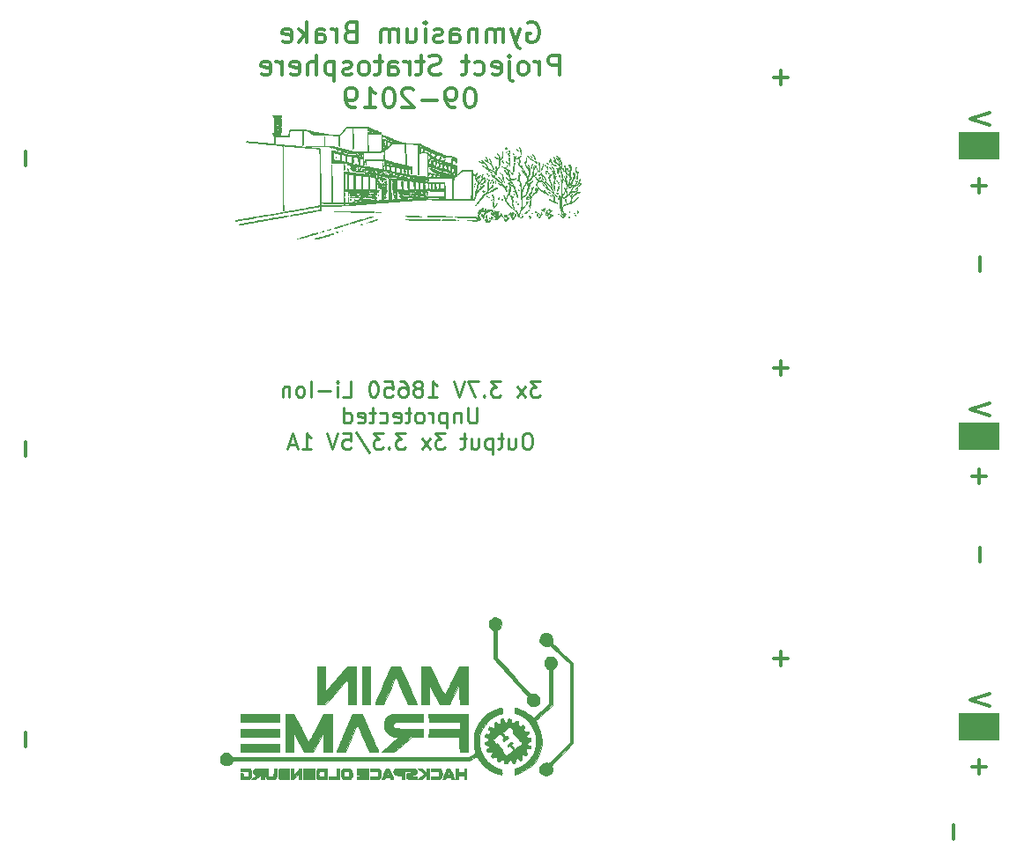
<source format=gbr>
G04 #@! TF.GenerationSoftware,KiCad,Pcbnew,5.1.4*
G04 #@! TF.CreationDate,2019-09-28T02:59:40+02:00*
G04 #@! TF.ProjectId,stratosensor-power,73747261-746f-4736-956e-736f722d706f,rev?*
G04 #@! TF.SameCoordinates,Original*
G04 #@! TF.FileFunction,Legend,Bot*
G04 #@! TF.FilePolarity,Positive*
%FSLAX46Y46*%
G04 Gerber Fmt 4.6, Leading zero omitted, Abs format (unit mm)*
G04 Created by KiCad (PCBNEW 5.1.4) date 2019-09-28 02:59:40*
%MOMM*%
%LPD*%
G04 APERTURE LIST*
%ADD10C,0.300000*%
%ADD11C,0.100000*%
%ADD12C,0.250000*%
%ADD13C,0.010000*%
%ADD14O,2.440000X2.440000*%
%ADD15C,2.440000*%
%ADD16R,1.740000X1.740000*%
%ADD17O,1.640000X1.640000*%
%ADD18C,1.640000*%
%ADD19C,1.540000*%
%ADD20C,3.040000*%
%ADD21R,3.540000X3.540000*%
%ADD22C,3.540000*%
%ADD23C,3.240000*%
%ADD24O,1.740000X1.740000*%
%ADD25O,2.240000X1.780000*%
%ADD26C,1.780000*%
G04 APERTURE END LIST*
D10*
X196705714Y-128540000D02*
X194905714Y-127940000D01*
X196705714Y-127340000D01*
D11*
G36*
X197625000Y-131750000D02*
G01*
X193815000Y-131750000D01*
X193815000Y-129210000D01*
X197625000Y-129210000D01*
X197625000Y-131750000D01*
G37*
X197625000Y-131750000D02*
X193815000Y-131750000D01*
X193815000Y-129210000D01*
X197625000Y-129210000D01*
X197625000Y-131750000D01*
D10*
X196705714Y-100600000D02*
X194905714Y-100000000D01*
X196705714Y-99400000D01*
D11*
G36*
X197625000Y-103810000D02*
G01*
X193815000Y-103810000D01*
X193815000Y-101270000D01*
X197625000Y-101270000D01*
X197625000Y-103810000D01*
G37*
X197625000Y-103810000D02*
X193815000Y-103810000D01*
X193815000Y-101270000D01*
X197625000Y-101270000D01*
X197625000Y-103810000D01*
D10*
X196705714Y-72660000D02*
X194905714Y-72060000D01*
X196705714Y-71460000D01*
D11*
G36*
X197625000Y-75870000D02*
G01*
X193815000Y-75870000D01*
X193815000Y-73330000D01*
X197625000Y-73330000D01*
X197625000Y-75870000D01*
G37*
X197625000Y-75870000D02*
X193815000Y-75870000D01*
X193815000Y-73330000D01*
X197625000Y-73330000D01*
X197625000Y-75870000D01*
D12*
X153538571Y-97313571D02*
X152610000Y-97313571D01*
X153110000Y-97885000D01*
X152895714Y-97885000D01*
X152752857Y-97956428D01*
X152681428Y-98027857D01*
X152610000Y-98170714D01*
X152610000Y-98527857D01*
X152681428Y-98670714D01*
X152752857Y-98742142D01*
X152895714Y-98813571D01*
X153324285Y-98813571D01*
X153467142Y-98742142D01*
X153538571Y-98670714D01*
X152110000Y-98813571D02*
X151324285Y-97813571D01*
X152110000Y-97813571D02*
X151324285Y-98813571D01*
X149752857Y-97313571D02*
X148824285Y-97313571D01*
X149324285Y-97885000D01*
X149110000Y-97885000D01*
X148967142Y-97956428D01*
X148895714Y-98027857D01*
X148824285Y-98170714D01*
X148824285Y-98527857D01*
X148895714Y-98670714D01*
X148967142Y-98742142D01*
X149110000Y-98813571D01*
X149538571Y-98813571D01*
X149681428Y-98742142D01*
X149752857Y-98670714D01*
X148181428Y-98670714D02*
X148110000Y-98742142D01*
X148181428Y-98813571D01*
X148252857Y-98742142D01*
X148181428Y-98670714D01*
X148181428Y-98813571D01*
X147610000Y-97313571D02*
X146610000Y-97313571D01*
X147252857Y-98813571D01*
X146252857Y-97313571D02*
X145752857Y-98813571D01*
X145252857Y-97313571D01*
X142824285Y-98813571D02*
X143681428Y-98813571D01*
X143252857Y-98813571D02*
X143252857Y-97313571D01*
X143395714Y-97527857D01*
X143538571Y-97670714D01*
X143681428Y-97742142D01*
X141967142Y-97956428D02*
X142110000Y-97885000D01*
X142181428Y-97813571D01*
X142252857Y-97670714D01*
X142252857Y-97599285D01*
X142181428Y-97456428D01*
X142110000Y-97385000D01*
X141967142Y-97313571D01*
X141681428Y-97313571D01*
X141538571Y-97385000D01*
X141467142Y-97456428D01*
X141395714Y-97599285D01*
X141395714Y-97670714D01*
X141467142Y-97813571D01*
X141538571Y-97885000D01*
X141681428Y-97956428D01*
X141967142Y-97956428D01*
X142110000Y-98027857D01*
X142181428Y-98099285D01*
X142252857Y-98242142D01*
X142252857Y-98527857D01*
X142181428Y-98670714D01*
X142110000Y-98742142D01*
X141967142Y-98813571D01*
X141681428Y-98813571D01*
X141538571Y-98742142D01*
X141467142Y-98670714D01*
X141395714Y-98527857D01*
X141395714Y-98242142D01*
X141467142Y-98099285D01*
X141538571Y-98027857D01*
X141681428Y-97956428D01*
X140110000Y-97313571D02*
X140395714Y-97313571D01*
X140538571Y-97385000D01*
X140610000Y-97456428D01*
X140752857Y-97670714D01*
X140824285Y-97956428D01*
X140824285Y-98527857D01*
X140752857Y-98670714D01*
X140681428Y-98742142D01*
X140538571Y-98813571D01*
X140252857Y-98813571D01*
X140110000Y-98742142D01*
X140038571Y-98670714D01*
X139967142Y-98527857D01*
X139967142Y-98170714D01*
X140038571Y-98027857D01*
X140110000Y-97956428D01*
X140252857Y-97885000D01*
X140538571Y-97885000D01*
X140681428Y-97956428D01*
X140752857Y-98027857D01*
X140824285Y-98170714D01*
X138610000Y-97313571D02*
X139324285Y-97313571D01*
X139395714Y-98027857D01*
X139324285Y-97956428D01*
X139181428Y-97885000D01*
X138824285Y-97885000D01*
X138681428Y-97956428D01*
X138610000Y-98027857D01*
X138538571Y-98170714D01*
X138538571Y-98527857D01*
X138610000Y-98670714D01*
X138681428Y-98742142D01*
X138824285Y-98813571D01*
X139181428Y-98813571D01*
X139324285Y-98742142D01*
X139395714Y-98670714D01*
X137610000Y-97313571D02*
X137467142Y-97313571D01*
X137324285Y-97385000D01*
X137252857Y-97456428D01*
X137181428Y-97599285D01*
X137110000Y-97885000D01*
X137110000Y-98242142D01*
X137181428Y-98527857D01*
X137252857Y-98670714D01*
X137324285Y-98742142D01*
X137467142Y-98813571D01*
X137610000Y-98813571D01*
X137752857Y-98742142D01*
X137824285Y-98670714D01*
X137895714Y-98527857D01*
X137967142Y-98242142D01*
X137967142Y-97885000D01*
X137895714Y-97599285D01*
X137824285Y-97456428D01*
X137752857Y-97385000D01*
X137610000Y-97313571D01*
X134610000Y-98813571D02*
X135324285Y-98813571D01*
X135324285Y-97313571D01*
X134110000Y-98813571D02*
X134110000Y-97813571D01*
X134110000Y-97313571D02*
X134181428Y-97385000D01*
X134110000Y-97456428D01*
X134038571Y-97385000D01*
X134110000Y-97313571D01*
X134110000Y-97456428D01*
X133395714Y-98242142D02*
X132252857Y-98242142D01*
X131538571Y-98813571D02*
X131538571Y-97313571D01*
X130610000Y-98813571D02*
X130752857Y-98742142D01*
X130824285Y-98670714D01*
X130895714Y-98527857D01*
X130895714Y-98099285D01*
X130824285Y-97956428D01*
X130752857Y-97885000D01*
X130610000Y-97813571D01*
X130395714Y-97813571D01*
X130252857Y-97885000D01*
X130181428Y-97956428D01*
X130110000Y-98099285D01*
X130110000Y-98527857D01*
X130181428Y-98670714D01*
X130252857Y-98742142D01*
X130395714Y-98813571D01*
X130610000Y-98813571D01*
X129467142Y-97813571D02*
X129467142Y-98813571D01*
X129467142Y-97956428D02*
X129395714Y-97885000D01*
X129252857Y-97813571D01*
X129038571Y-97813571D01*
X128895714Y-97885000D01*
X128824285Y-98027857D01*
X128824285Y-98813571D01*
X147502857Y-99813571D02*
X147502857Y-101027857D01*
X147431428Y-101170714D01*
X147360000Y-101242142D01*
X147217142Y-101313571D01*
X146931428Y-101313571D01*
X146788571Y-101242142D01*
X146717142Y-101170714D01*
X146645714Y-101027857D01*
X146645714Y-99813571D01*
X145931428Y-100313571D02*
X145931428Y-101313571D01*
X145931428Y-100456428D02*
X145860000Y-100385000D01*
X145717142Y-100313571D01*
X145502857Y-100313571D01*
X145360000Y-100385000D01*
X145288571Y-100527857D01*
X145288571Y-101313571D01*
X144574285Y-100313571D02*
X144574285Y-101813571D01*
X144574285Y-100385000D02*
X144431428Y-100313571D01*
X144145714Y-100313571D01*
X144002857Y-100385000D01*
X143931428Y-100456428D01*
X143860000Y-100599285D01*
X143860000Y-101027857D01*
X143931428Y-101170714D01*
X144002857Y-101242142D01*
X144145714Y-101313571D01*
X144431428Y-101313571D01*
X144574285Y-101242142D01*
X143217142Y-101313571D02*
X143217142Y-100313571D01*
X143217142Y-100599285D02*
X143145714Y-100456428D01*
X143074285Y-100385000D01*
X142931428Y-100313571D01*
X142788571Y-100313571D01*
X142074285Y-101313571D02*
X142217142Y-101242142D01*
X142288571Y-101170714D01*
X142360000Y-101027857D01*
X142360000Y-100599285D01*
X142288571Y-100456428D01*
X142217142Y-100385000D01*
X142074285Y-100313571D01*
X141860000Y-100313571D01*
X141717142Y-100385000D01*
X141645714Y-100456428D01*
X141574285Y-100599285D01*
X141574285Y-101027857D01*
X141645714Y-101170714D01*
X141717142Y-101242142D01*
X141860000Y-101313571D01*
X142074285Y-101313571D01*
X141145714Y-100313571D02*
X140574285Y-100313571D01*
X140931428Y-99813571D02*
X140931428Y-101099285D01*
X140860000Y-101242142D01*
X140717142Y-101313571D01*
X140574285Y-101313571D01*
X139502857Y-101242142D02*
X139645714Y-101313571D01*
X139931428Y-101313571D01*
X140074285Y-101242142D01*
X140145714Y-101099285D01*
X140145714Y-100527857D01*
X140074285Y-100385000D01*
X139931428Y-100313571D01*
X139645714Y-100313571D01*
X139502857Y-100385000D01*
X139431428Y-100527857D01*
X139431428Y-100670714D01*
X140145714Y-100813571D01*
X138145714Y-101242142D02*
X138288571Y-101313571D01*
X138574285Y-101313571D01*
X138717142Y-101242142D01*
X138788571Y-101170714D01*
X138860000Y-101027857D01*
X138860000Y-100599285D01*
X138788571Y-100456428D01*
X138717142Y-100385000D01*
X138574285Y-100313571D01*
X138288571Y-100313571D01*
X138145714Y-100385000D01*
X137717142Y-100313571D02*
X137145714Y-100313571D01*
X137502857Y-99813571D02*
X137502857Y-101099285D01*
X137431428Y-101242142D01*
X137288571Y-101313571D01*
X137145714Y-101313571D01*
X136074285Y-101242142D02*
X136217142Y-101313571D01*
X136502857Y-101313571D01*
X136645714Y-101242142D01*
X136717142Y-101099285D01*
X136717142Y-100527857D01*
X136645714Y-100385000D01*
X136502857Y-100313571D01*
X136217142Y-100313571D01*
X136074285Y-100385000D01*
X136002857Y-100527857D01*
X136002857Y-100670714D01*
X136717142Y-100813571D01*
X134717142Y-101313571D02*
X134717142Y-99813571D01*
X134717142Y-101242142D02*
X134860000Y-101313571D01*
X135145714Y-101313571D01*
X135288571Y-101242142D01*
X135360000Y-101170714D01*
X135431428Y-101027857D01*
X135431428Y-100599285D01*
X135360000Y-100456428D01*
X135288571Y-100385000D01*
X135145714Y-100313571D01*
X134860000Y-100313571D01*
X134717142Y-100385000D01*
X152467142Y-102313571D02*
X152181428Y-102313571D01*
X152038571Y-102385000D01*
X151895714Y-102527857D01*
X151824285Y-102813571D01*
X151824285Y-103313571D01*
X151895714Y-103599285D01*
X152038571Y-103742142D01*
X152181428Y-103813571D01*
X152467142Y-103813571D01*
X152610000Y-103742142D01*
X152752857Y-103599285D01*
X152824285Y-103313571D01*
X152824285Y-102813571D01*
X152752857Y-102527857D01*
X152610000Y-102385000D01*
X152467142Y-102313571D01*
X150538571Y-102813571D02*
X150538571Y-103813571D01*
X151181428Y-102813571D02*
X151181428Y-103599285D01*
X151110000Y-103742142D01*
X150967142Y-103813571D01*
X150752857Y-103813571D01*
X150610000Y-103742142D01*
X150538571Y-103670714D01*
X150038571Y-102813571D02*
X149467142Y-102813571D01*
X149824285Y-102313571D02*
X149824285Y-103599285D01*
X149752857Y-103742142D01*
X149610000Y-103813571D01*
X149467142Y-103813571D01*
X148967142Y-102813571D02*
X148967142Y-104313571D01*
X148967142Y-102885000D02*
X148824285Y-102813571D01*
X148538571Y-102813571D01*
X148395714Y-102885000D01*
X148324285Y-102956428D01*
X148252857Y-103099285D01*
X148252857Y-103527857D01*
X148324285Y-103670714D01*
X148395714Y-103742142D01*
X148538571Y-103813571D01*
X148824285Y-103813571D01*
X148967142Y-103742142D01*
X146967142Y-102813571D02*
X146967142Y-103813571D01*
X147610000Y-102813571D02*
X147610000Y-103599285D01*
X147538571Y-103742142D01*
X147395714Y-103813571D01*
X147181428Y-103813571D01*
X147038571Y-103742142D01*
X146967142Y-103670714D01*
X146467142Y-102813571D02*
X145895714Y-102813571D01*
X146252857Y-102313571D02*
X146252857Y-103599285D01*
X146181428Y-103742142D01*
X146038571Y-103813571D01*
X145895714Y-103813571D01*
X144395714Y-102313571D02*
X143467142Y-102313571D01*
X143967142Y-102885000D01*
X143752857Y-102885000D01*
X143610000Y-102956428D01*
X143538571Y-103027857D01*
X143467142Y-103170714D01*
X143467142Y-103527857D01*
X143538571Y-103670714D01*
X143610000Y-103742142D01*
X143752857Y-103813571D01*
X144181428Y-103813571D01*
X144324285Y-103742142D01*
X144395714Y-103670714D01*
X142967142Y-103813571D02*
X142181428Y-102813571D01*
X142967142Y-102813571D02*
X142181428Y-103813571D01*
X140610000Y-102313571D02*
X139681428Y-102313571D01*
X140181428Y-102885000D01*
X139967142Y-102885000D01*
X139824285Y-102956428D01*
X139752857Y-103027857D01*
X139681428Y-103170714D01*
X139681428Y-103527857D01*
X139752857Y-103670714D01*
X139824285Y-103742142D01*
X139967142Y-103813571D01*
X140395714Y-103813571D01*
X140538571Y-103742142D01*
X140610000Y-103670714D01*
X139038571Y-103670714D02*
X138967142Y-103742142D01*
X139038571Y-103813571D01*
X139110000Y-103742142D01*
X139038571Y-103670714D01*
X139038571Y-103813571D01*
X138467142Y-102313571D02*
X137538571Y-102313571D01*
X138038571Y-102885000D01*
X137824285Y-102885000D01*
X137681428Y-102956428D01*
X137610000Y-103027857D01*
X137538571Y-103170714D01*
X137538571Y-103527857D01*
X137610000Y-103670714D01*
X137681428Y-103742142D01*
X137824285Y-103813571D01*
X138252857Y-103813571D01*
X138395714Y-103742142D01*
X138467142Y-103670714D01*
X135824285Y-102242142D02*
X137110000Y-104170714D01*
X134610000Y-102313571D02*
X135324285Y-102313571D01*
X135395714Y-103027857D01*
X135324285Y-102956428D01*
X135181428Y-102885000D01*
X134824285Y-102885000D01*
X134681428Y-102956428D01*
X134610000Y-103027857D01*
X134538571Y-103170714D01*
X134538571Y-103527857D01*
X134610000Y-103670714D01*
X134681428Y-103742142D01*
X134824285Y-103813571D01*
X135181428Y-103813571D01*
X135324285Y-103742142D01*
X135395714Y-103670714D01*
X134110000Y-102313571D02*
X133610000Y-103813571D01*
X133110000Y-102313571D01*
X130681428Y-103813571D02*
X131538571Y-103813571D01*
X131110000Y-103813571D02*
X131110000Y-102313571D01*
X131252857Y-102527857D01*
X131395714Y-102670714D01*
X131538571Y-102742142D01*
X130110000Y-103385000D02*
X129395714Y-103385000D01*
X130252857Y-103813571D02*
X129752857Y-102313571D01*
X129252857Y-103813571D01*
D10*
X104151428Y-76555714D02*
X104151428Y-75184285D01*
X104151428Y-104495714D02*
X104151428Y-103124285D01*
X104151428Y-132435714D02*
X104151428Y-131064285D01*
X195848571Y-85344285D02*
X195848571Y-86715714D01*
X193308571Y-139954285D02*
X193308571Y-141325714D01*
X195848571Y-113284285D02*
X195848571Y-114655714D01*
X196405714Y-106478571D02*
X195034285Y-106478571D01*
X195720000Y-107164285D02*
X195720000Y-105792857D01*
X196405714Y-134418571D02*
X195034285Y-134418571D01*
X195720000Y-135104285D02*
X195720000Y-133732857D01*
X196405714Y-78538571D02*
X195034285Y-78538571D01*
X195720000Y-79224285D02*
X195720000Y-77852857D01*
X175984285Y-124001428D02*
X177355714Y-124001428D01*
X176670000Y-123315714D02*
X176670000Y-124687142D01*
X175984285Y-96061428D02*
X177355714Y-96061428D01*
X176670000Y-95375714D02*
X176670000Y-96747142D01*
X175984285Y-68121428D02*
X177355714Y-68121428D01*
X176670000Y-67435714D02*
X176670000Y-68807142D01*
X152374285Y-62880000D02*
X152555238Y-62789523D01*
X152826666Y-62789523D01*
X153098095Y-62880000D01*
X153279047Y-63060952D01*
X153369523Y-63241904D01*
X153460000Y-63603809D01*
X153460000Y-63875238D01*
X153369523Y-64237142D01*
X153279047Y-64418095D01*
X153098095Y-64599047D01*
X152826666Y-64689523D01*
X152645714Y-64689523D01*
X152374285Y-64599047D01*
X152283809Y-64508571D01*
X152283809Y-63875238D01*
X152645714Y-63875238D01*
X151650476Y-63422857D02*
X151198095Y-64689523D01*
X150745714Y-63422857D02*
X151198095Y-64689523D01*
X151379047Y-65141904D01*
X151469523Y-65232380D01*
X151650476Y-65322857D01*
X150021904Y-64689523D02*
X150021904Y-63422857D01*
X150021904Y-63603809D02*
X149931428Y-63513333D01*
X149750476Y-63422857D01*
X149479047Y-63422857D01*
X149298095Y-63513333D01*
X149207619Y-63694285D01*
X149207619Y-64689523D01*
X149207619Y-63694285D02*
X149117142Y-63513333D01*
X148936190Y-63422857D01*
X148664761Y-63422857D01*
X148483809Y-63513333D01*
X148393333Y-63694285D01*
X148393333Y-64689523D01*
X147488571Y-63422857D02*
X147488571Y-64689523D01*
X147488571Y-63603809D02*
X147398095Y-63513333D01*
X147217142Y-63422857D01*
X146945714Y-63422857D01*
X146764761Y-63513333D01*
X146674285Y-63694285D01*
X146674285Y-64689523D01*
X144955238Y-64689523D02*
X144955238Y-63694285D01*
X145045714Y-63513333D01*
X145226666Y-63422857D01*
X145588571Y-63422857D01*
X145769523Y-63513333D01*
X144955238Y-64599047D02*
X145136190Y-64689523D01*
X145588571Y-64689523D01*
X145769523Y-64599047D01*
X145860000Y-64418095D01*
X145860000Y-64237142D01*
X145769523Y-64056190D01*
X145588571Y-63965714D01*
X145136190Y-63965714D01*
X144955238Y-63875238D01*
X144140952Y-64599047D02*
X143960000Y-64689523D01*
X143598095Y-64689523D01*
X143417142Y-64599047D01*
X143326666Y-64418095D01*
X143326666Y-64327619D01*
X143417142Y-64146666D01*
X143598095Y-64056190D01*
X143869523Y-64056190D01*
X144050476Y-63965714D01*
X144140952Y-63784761D01*
X144140952Y-63694285D01*
X144050476Y-63513333D01*
X143869523Y-63422857D01*
X143598095Y-63422857D01*
X143417142Y-63513333D01*
X142512380Y-64689523D02*
X142512380Y-63422857D01*
X142512380Y-62789523D02*
X142602857Y-62880000D01*
X142512380Y-62970476D01*
X142421904Y-62880000D01*
X142512380Y-62789523D01*
X142512380Y-62970476D01*
X140793333Y-63422857D02*
X140793333Y-64689523D01*
X141607619Y-63422857D02*
X141607619Y-64418095D01*
X141517142Y-64599047D01*
X141336190Y-64689523D01*
X141064761Y-64689523D01*
X140883809Y-64599047D01*
X140793333Y-64508571D01*
X139888571Y-64689523D02*
X139888571Y-63422857D01*
X139888571Y-63603809D02*
X139798095Y-63513333D01*
X139617142Y-63422857D01*
X139345714Y-63422857D01*
X139164761Y-63513333D01*
X139074285Y-63694285D01*
X139074285Y-64689523D01*
X139074285Y-63694285D02*
X138983809Y-63513333D01*
X138802857Y-63422857D01*
X138531428Y-63422857D01*
X138350476Y-63513333D01*
X138260000Y-63694285D01*
X138260000Y-64689523D01*
X135274285Y-63694285D02*
X135002857Y-63784761D01*
X134912380Y-63875238D01*
X134821904Y-64056190D01*
X134821904Y-64327619D01*
X134912380Y-64508571D01*
X135002857Y-64599047D01*
X135183809Y-64689523D01*
X135907619Y-64689523D01*
X135907619Y-62789523D01*
X135274285Y-62789523D01*
X135093333Y-62880000D01*
X135002857Y-62970476D01*
X134912380Y-63151428D01*
X134912380Y-63332380D01*
X135002857Y-63513333D01*
X135093333Y-63603809D01*
X135274285Y-63694285D01*
X135907619Y-63694285D01*
X134007619Y-64689523D02*
X134007619Y-63422857D01*
X134007619Y-63784761D02*
X133917142Y-63603809D01*
X133826666Y-63513333D01*
X133645714Y-63422857D01*
X133464761Y-63422857D01*
X132017142Y-64689523D02*
X132017142Y-63694285D01*
X132107619Y-63513333D01*
X132288571Y-63422857D01*
X132650476Y-63422857D01*
X132831428Y-63513333D01*
X132017142Y-64599047D02*
X132198095Y-64689523D01*
X132650476Y-64689523D01*
X132831428Y-64599047D01*
X132921904Y-64418095D01*
X132921904Y-64237142D01*
X132831428Y-64056190D01*
X132650476Y-63965714D01*
X132198095Y-63965714D01*
X132017142Y-63875238D01*
X131112380Y-64689523D02*
X131112380Y-62789523D01*
X130931428Y-63965714D02*
X130388571Y-64689523D01*
X130388571Y-63422857D02*
X131112380Y-64146666D01*
X128850476Y-64599047D02*
X129031428Y-64689523D01*
X129393333Y-64689523D01*
X129574285Y-64599047D01*
X129664761Y-64418095D01*
X129664761Y-63694285D01*
X129574285Y-63513333D01*
X129393333Y-63422857D01*
X129031428Y-63422857D01*
X128850476Y-63513333D01*
X128760000Y-63694285D01*
X128760000Y-63875238D01*
X129664761Y-64056190D01*
X155405238Y-67839523D02*
X155405238Y-65939523D01*
X154681428Y-65939523D01*
X154500476Y-66030000D01*
X154410000Y-66120476D01*
X154319523Y-66301428D01*
X154319523Y-66572857D01*
X154410000Y-66753809D01*
X154500476Y-66844285D01*
X154681428Y-66934761D01*
X155405238Y-66934761D01*
X153505238Y-67839523D02*
X153505238Y-66572857D01*
X153505238Y-66934761D02*
X153414761Y-66753809D01*
X153324285Y-66663333D01*
X153143333Y-66572857D01*
X152962380Y-66572857D01*
X152057619Y-67839523D02*
X152238571Y-67749047D01*
X152329047Y-67658571D01*
X152419523Y-67477619D01*
X152419523Y-66934761D01*
X152329047Y-66753809D01*
X152238571Y-66663333D01*
X152057619Y-66572857D01*
X151786190Y-66572857D01*
X151605238Y-66663333D01*
X151514761Y-66753809D01*
X151424285Y-66934761D01*
X151424285Y-67477619D01*
X151514761Y-67658571D01*
X151605238Y-67749047D01*
X151786190Y-67839523D01*
X152057619Y-67839523D01*
X150610000Y-66572857D02*
X150610000Y-68201428D01*
X150700476Y-68382380D01*
X150881428Y-68472857D01*
X150971904Y-68472857D01*
X150610000Y-65939523D02*
X150700476Y-66030000D01*
X150610000Y-66120476D01*
X150519523Y-66030000D01*
X150610000Y-65939523D01*
X150610000Y-66120476D01*
X148981428Y-67749047D02*
X149162380Y-67839523D01*
X149524285Y-67839523D01*
X149705238Y-67749047D01*
X149795714Y-67568095D01*
X149795714Y-66844285D01*
X149705238Y-66663333D01*
X149524285Y-66572857D01*
X149162380Y-66572857D01*
X148981428Y-66663333D01*
X148890952Y-66844285D01*
X148890952Y-67025238D01*
X149795714Y-67206190D01*
X147262380Y-67749047D02*
X147443333Y-67839523D01*
X147805238Y-67839523D01*
X147986190Y-67749047D01*
X148076666Y-67658571D01*
X148167142Y-67477619D01*
X148167142Y-66934761D01*
X148076666Y-66753809D01*
X147986190Y-66663333D01*
X147805238Y-66572857D01*
X147443333Y-66572857D01*
X147262380Y-66663333D01*
X146719523Y-66572857D02*
X145995714Y-66572857D01*
X146448095Y-65939523D02*
X146448095Y-67568095D01*
X146357619Y-67749047D01*
X146176666Y-67839523D01*
X145995714Y-67839523D01*
X144005238Y-67749047D02*
X143733809Y-67839523D01*
X143281428Y-67839523D01*
X143100476Y-67749047D01*
X143010000Y-67658571D01*
X142919523Y-67477619D01*
X142919523Y-67296666D01*
X143010000Y-67115714D01*
X143100476Y-67025238D01*
X143281428Y-66934761D01*
X143643333Y-66844285D01*
X143824285Y-66753809D01*
X143914761Y-66663333D01*
X144005238Y-66482380D01*
X144005238Y-66301428D01*
X143914761Y-66120476D01*
X143824285Y-66030000D01*
X143643333Y-65939523D01*
X143190952Y-65939523D01*
X142919523Y-66030000D01*
X142376666Y-66572857D02*
X141652857Y-66572857D01*
X142105238Y-65939523D02*
X142105238Y-67568095D01*
X142014761Y-67749047D01*
X141833809Y-67839523D01*
X141652857Y-67839523D01*
X141019523Y-67839523D02*
X141019523Y-66572857D01*
X141019523Y-66934761D02*
X140929047Y-66753809D01*
X140838571Y-66663333D01*
X140657619Y-66572857D01*
X140476666Y-66572857D01*
X139029047Y-67839523D02*
X139029047Y-66844285D01*
X139119523Y-66663333D01*
X139300476Y-66572857D01*
X139662380Y-66572857D01*
X139843333Y-66663333D01*
X139029047Y-67749047D02*
X139210000Y-67839523D01*
X139662380Y-67839523D01*
X139843333Y-67749047D01*
X139933809Y-67568095D01*
X139933809Y-67387142D01*
X139843333Y-67206190D01*
X139662380Y-67115714D01*
X139210000Y-67115714D01*
X139029047Y-67025238D01*
X138395714Y-66572857D02*
X137671904Y-66572857D01*
X138124285Y-65939523D02*
X138124285Y-67568095D01*
X138033809Y-67749047D01*
X137852857Y-67839523D01*
X137671904Y-67839523D01*
X136767142Y-67839523D02*
X136948095Y-67749047D01*
X137038571Y-67658571D01*
X137129047Y-67477619D01*
X137129047Y-66934761D01*
X137038571Y-66753809D01*
X136948095Y-66663333D01*
X136767142Y-66572857D01*
X136495714Y-66572857D01*
X136314761Y-66663333D01*
X136224285Y-66753809D01*
X136133809Y-66934761D01*
X136133809Y-67477619D01*
X136224285Y-67658571D01*
X136314761Y-67749047D01*
X136495714Y-67839523D01*
X136767142Y-67839523D01*
X135410000Y-67749047D02*
X135229047Y-67839523D01*
X134867142Y-67839523D01*
X134686190Y-67749047D01*
X134595714Y-67568095D01*
X134595714Y-67477619D01*
X134686190Y-67296666D01*
X134867142Y-67206190D01*
X135138571Y-67206190D01*
X135319523Y-67115714D01*
X135410000Y-66934761D01*
X135410000Y-66844285D01*
X135319523Y-66663333D01*
X135138571Y-66572857D01*
X134867142Y-66572857D01*
X134686190Y-66663333D01*
X133781428Y-66572857D02*
X133781428Y-68472857D01*
X133781428Y-66663333D02*
X133600476Y-66572857D01*
X133238571Y-66572857D01*
X133057619Y-66663333D01*
X132967142Y-66753809D01*
X132876666Y-66934761D01*
X132876666Y-67477619D01*
X132967142Y-67658571D01*
X133057619Y-67749047D01*
X133238571Y-67839523D01*
X133600476Y-67839523D01*
X133781428Y-67749047D01*
X132062380Y-67839523D02*
X132062380Y-65939523D01*
X131248095Y-67839523D02*
X131248095Y-66844285D01*
X131338571Y-66663333D01*
X131519523Y-66572857D01*
X131790952Y-66572857D01*
X131971904Y-66663333D01*
X132062380Y-66753809D01*
X129619523Y-67749047D02*
X129800476Y-67839523D01*
X130162380Y-67839523D01*
X130343333Y-67749047D01*
X130433809Y-67568095D01*
X130433809Y-66844285D01*
X130343333Y-66663333D01*
X130162380Y-66572857D01*
X129800476Y-66572857D01*
X129619523Y-66663333D01*
X129529047Y-66844285D01*
X129529047Y-67025238D01*
X130433809Y-67206190D01*
X128714761Y-67839523D02*
X128714761Y-66572857D01*
X128714761Y-66934761D02*
X128624285Y-66753809D01*
X128533809Y-66663333D01*
X128352857Y-66572857D01*
X128171904Y-66572857D01*
X126814761Y-67749047D02*
X126995714Y-67839523D01*
X127357619Y-67839523D01*
X127538571Y-67749047D01*
X127629047Y-67568095D01*
X127629047Y-66844285D01*
X127538571Y-66663333D01*
X127357619Y-66572857D01*
X126995714Y-66572857D01*
X126814761Y-66663333D01*
X126724285Y-66844285D01*
X126724285Y-67025238D01*
X127629047Y-67206190D01*
X146900476Y-69089523D02*
X146719523Y-69089523D01*
X146538571Y-69180000D01*
X146448095Y-69270476D01*
X146357619Y-69451428D01*
X146267142Y-69813333D01*
X146267142Y-70265714D01*
X146357619Y-70627619D01*
X146448095Y-70808571D01*
X146538571Y-70899047D01*
X146719523Y-70989523D01*
X146900476Y-70989523D01*
X147081428Y-70899047D01*
X147171904Y-70808571D01*
X147262380Y-70627619D01*
X147352857Y-70265714D01*
X147352857Y-69813333D01*
X147262380Y-69451428D01*
X147171904Y-69270476D01*
X147081428Y-69180000D01*
X146900476Y-69089523D01*
X145362380Y-70989523D02*
X145000476Y-70989523D01*
X144819523Y-70899047D01*
X144729047Y-70808571D01*
X144548095Y-70537142D01*
X144457619Y-70175238D01*
X144457619Y-69451428D01*
X144548095Y-69270476D01*
X144638571Y-69180000D01*
X144819523Y-69089523D01*
X145181428Y-69089523D01*
X145362380Y-69180000D01*
X145452857Y-69270476D01*
X145543333Y-69451428D01*
X145543333Y-69903809D01*
X145452857Y-70084761D01*
X145362380Y-70175238D01*
X145181428Y-70265714D01*
X144819523Y-70265714D01*
X144638571Y-70175238D01*
X144548095Y-70084761D01*
X144457619Y-69903809D01*
X143643333Y-70265714D02*
X142195714Y-70265714D01*
X141381428Y-69270476D02*
X141290952Y-69180000D01*
X141110000Y-69089523D01*
X140657619Y-69089523D01*
X140476666Y-69180000D01*
X140386190Y-69270476D01*
X140295714Y-69451428D01*
X140295714Y-69632380D01*
X140386190Y-69903809D01*
X141471904Y-70989523D01*
X140295714Y-70989523D01*
X139119523Y-69089523D02*
X138938571Y-69089523D01*
X138757619Y-69180000D01*
X138667142Y-69270476D01*
X138576666Y-69451428D01*
X138486190Y-69813333D01*
X138486190Y-70265714D01*
X138576666Y-70627619D01*
X138667142Y-70808571D01*
X138757619Y-70899047D01*
X138938571Y-70989523D01*
X139119523Y-70989523D01*
X139300476Y-70899047D01*
X139390952Y-70808571D01*
X139481428Y-70627619D01*
X139571904Y-70265714D01*
X139571904Y-69813333D01*
X139481428Y-69451428D01*
X139390952Y-69270476D01*
X139300476Y-69180000D01*
X139119523Y-69089523D01*
X136676666Y-70989523D02*
X137762380Y-70989523D01*
X137219523Y-70989523D02*
X137219523Y-69089523D01*
X137400476Y-69360952D01*
X137581428Y-69541904D01*
X137762380Y-69632380D01*
X135771904Y-70989523D02*
X135410000Y-70989523D01*
X135229047Y-70899047D01*
X135138571Y-70808571D01*
X134957619Y-70537142D01*
X134867142Y-70175238D01*
X134867142Y-69451428D01*
X134957619Y-69270476D01*
X135048095Y-69180000D01*
X135229047Y-69089523D01*
X135590952Y-69089523D01*
X135771904Y-69180000D01*
X135862380Y-69270476D01*
X135952857Y-69451428D01*
X135952857Y-69903809D01*
X135862380Y-70084761D01*
X135771904Y-70175238D01*
X135590952Y-70265714D01*
X135229047Y-70265714D01*
X135048095Y-70175238D01*
X134957619Y-70084761D01*
X134867142Y-69903809D01*
D13*
G36*
X132102769Y-128408923D02*
G01*
X132917564Y-128408923D01*
X133965782Y-127180463D01*
X134191821Y-126916303D01*
X134402523Y-126671504D01*
X134592436Y-126452294D01*
X134756103Y-126264904D01*
X134888074Y-126115564D01*
X134982893Y-126010505D01*
X135035107Y-125955956D01*
X135043307Y-125949540D01*
X135050477Y-125986444D01*
X135057013Y-126092204D01*
X135062691Y-126257524D01*
X135067290Y-126473108D01*
X135070589Y-126729658D01*
X135072366Y-127017880D01*
X135072615Y-127178000D01*
X135072615Y-128408923D01*
X135854153Y-128408923D01*
X135854153Y-124696615D01*
X135453615Y-124696843D01*
X135053076Y-124697070D01*
X133998000Y-125930286D01*
X132942923Y-127163502D01*
X132932605Y-125930059D01*
X132922286Y-124696615D01*
X132102769Y-124696615D01*
X132102769Y-128408923D01*
X132102769Y-128408923D01*
G37*
X132102769Y-128408923D02*
X132917564Y-128408923D01*
X133965782Y-127180463D01*
X134191821Y-126916303D01*
X134402523Y-126671504D01*
X134592436Y-126452294D01*
X134756103Y-126264904D01*
X134888074Y-126115564D01*
X134982893Y-126010505D01*
X135035107Y-125955956D01*
X135043307Y-125949540D01*
X135050477Y-125986444D01*
X135057013Y-126092204D01*
X135062691Y-126257524D01*
X135067290Y-126473108D01*
X135070589Y-126729658D01*
X135072366Y-127017880D01*
X135072615Y-127178000D01*
X135072615Y-128408923D01*
X135854153Y-128408923D01*
X135854153Y-124696615D01*
X135453615Y-124696843D01*
X135053076Y-124697070D01*
X133998000Y-125930286D01*
X132942923Y-127163502D01*
X132932605Y-125930059D01*
X132922286Y-124696615D01*
X132102769Y-124696615D01*
X132102769Y-128408923D01*
G36*
X136440307Y-128408923D02*
G01*
X137221846Y-128408923D01*
X137221846Y-124696615D01*
X136440307Y-124696615D01*
X136440307Y-128408923D01*
X136440307Y-128408923D01*
G37*
X136440307Y-128408923D02*
X137221846Y-128408923D01*
X137221846Y-124696615D01*
X136440307Y-124696615D01*
X136440307Y-128408923D01*
G36*
X139087400Y-125097153D02*
G01*
X138837579Y-125670253D01*
X138609239Y-126195569D01*
X138403505Y-126670473D01*
X138221502Y-127092336D01*
X138064353Y-127458529D01*
X137933182Y-127766425D01*
X137829115Y-128013395D01*
X137753274Y-128196809D01*
X137706785Y-128314039D01*
X137690771Y-128362457D01*
X137690769Y-128362618D01*
X137711481Y-128385154D01*
X137780208Y-128398397D01*
X137906832Y-128403248D01*
X138101236Y-128400608D01*
X138106247Y-128400475D01*
X138521724Y-128389384D01*
X139092614Y-127070538D01*
X139222869Y-126770853D01*
X139343746Y-126495092D01*
X139451694Y-126251182D01*
X139543159Y-126047047D01*
X139614591Y-125890613D01*
X139662436Y-125789805D01*
X139683143Y-125752548D01*
X139683367Y-125752492D01*
X139702819Y-125787276D01*
X139749494Y-125885956D01*
X139819847Y-126040586D01*
X139910331Y-126243221D01*
X140017397Y-126485914D01*
X140137500Y-126760722D01*
X140267093Y-127059698D01*
X140272118Y-127071338D01*
X140841005Y-128389384D01*
X141715839Y-128411484D01*
X141625032Y-128205049D01*
X141590820Y-128126765D01*
X141529134Y-127985073D01*
X141443580Y-127788278D01*
X141337763Y-127544680D01*
X141215287Y-127262581D01*
X141079760Y-126950283D01*
X140934786Y-126616088D01*
X140818361Y-126347615D01*
X140102496Y-124696615D01*
X139262224Y-124696615D01*
X139087400Y-125097153D01*
X139087400Y-125097153D01*
G37*
X139087400Y-125097153D02*
X138837579Y-125670253D01*
X138609239Y-126195569D01*
X138403505Y-126670473D01*
X138221502Y-127092336D01*
X138064353Y-127458529D01*
X137933182Y-127766425D01*
X137829115Y-128013395D01*
X137753274Y-128196809D01*
X137706785Y-128314039D01*
X137690771Y-128362457D01*
X137690769Y-128362618D01*
X137711481Y-128385154D01*
X137780208Y-128398397D01*
X137906832Y-128403248D01*
X138101236Y-128400608D01*
X138106247Y-128400475D01*
X138521724Y-128389384D01*
X139092614Y-127070538D01*
X139222869Y-126770853D01*
X139343746Y-126495092D01*
X139451694Y-126251182D01*
X139543159Y-126047047D01*
X139614591Y-125890613D01*
X139662436Y-125789805D01*
X139683143Y-125752548D01*
X139683367Y-125752492D01*
X139702819Y-125787276D01*
X139749494Y-125885956D01*
X139819847Y-126040586D01*
X139910331Y-126243221D01*
X140017397Y-126485914D01*
X140137500Y-126760722D01*
X140267093Y-127059698D01*
X140272118Y-127071338D01*
X140841005Y-128389384D01*
X141715839Y-128411484D01*
X141625032Y-128205049D01*
X141590820Y-128126765D01*
X141529134Y-127985073D01*
X141443580Y-127788278D01*
X141337763Y-127544680D01*
X141215287Y-127262581D01*
X141079760Y-126950283D01*
X140934786Y-126616088D01*
X140818361Y-126347615D01*
X140102496Y-124696615D01*
X139262224Y-124696615D01*
X139087400Y-125097153D01*
G36*
X142145538Y-128408923D02*
G01*
X142927076Y-128408923D01*
X142929293Y-127422230D01*
X142931509Y-126435538D01*
X143427164Y-127422230D01*
X143922820Y-128408923D01*
X144796920Y-128408923D01*
X145799230Y-126458563D01*
X145809671Y-127433743D01*
X145820111Y-128408923D01*
X146600307Y-128408923D01*
X146600307Y-124696615D01*
X145797712Y-124696615D01*
X145095087Y-126082900D01*
X144940643Y-126386373D01*
X144796633Y-126666950D01*
X144666961Y-126917205D01*
X144555527Y-127129713D01*
X144466236Y-127297050D01*
X144402989Y-127411790D01*
X144369688Y-127466509D01*
X144365989Y-127470131D01*
X144343143Y-127436651D01*
X144289184Y-127340745D01*
X144208019Y-127189853D01*
X144103556Y-126991419D01*
X143979704Y-126752881D01*
X143840371Y-126481683D01*
X143689464Y-126185265D01*
X143643066Y-126093615D01*
X142946615Y-124716153D01*
X142546076Y-124705017D01*
X142145538Y-124693881D01*
X142145538Y-128408923D01*
X142145538Y-128408923D01*
G37*
X142145538Y-128408923D02*
X142927076Y-128408923D01*
X142929293Y-127422230D01*
X142931509Y-126435538D01*
X143427164Y-127422230D01*
X143922820Y-128408923D01*
X144796920Y-128408923D01*
X145799230Y-126458563D01*
X145809671Y-127433743D01*
X145820111Y-128408923D01*
X146600307Y-128408923D01*
X146600307Y-124696615D01*
X145797712Y-124696615D01*
X145095087Y-126082900D01*
X144940643Y-126386373D01*
X144796633Y-126666950D01*
X144666961Y-126917205D01*
X144555527Y-127129713D01*
X144466236Y-127297050D01*
X144402989Y-127411790D01*
X144369688Y-127466509D01*
X144365989Y-127470131D01*
X144343143Y-127436651D01*
X144289184Y-127340745D01*
X144208019Y-127189853D01*
X144103556Y-126991419D01*
X143979704Y-126752881D01*
X143840371Y-126481683D01*
X143689464Y-126185265D01*
X143643066Y-126093615D01*
X142946615Y-124716153D01*
X142546076Y-124705017D01*
X142145538Y-124693881D01*
X142145538Y-128408923D01*
G36*
X149131630Y-120028233D02*
G01*
X148958357Y-120092961D01*
X148800410Y-120214759D01*
X148678676Y-120372741D01*
X148614079Y-120545784D01*
X148619171Y-120733889D01*
X148687504Y-120922384D01*
X148807879Y-121087849D01*
X148915615Y-121176470D01*
X149062153Y-121270940D01*
X149062153Y-123953627D01*
X150718660Y-125776398D01*
X152375166Y-127599168D01*
X152317056Y-127738244D01*
X152279308Y-127923030D01*
X152306096Y-128114827D01*
X152388808Y-128293130D01*
X152518831Y-128437437D01*
X152641588Y-128510761D01*
X152844173Y-128559089D01*
X153054024Y-128547624D01*
X153195781Y-128500242D01*
X153357605Y-128380754D01*
X153461523Y-128209725D01*
X153508338Y-127985829D01*
X153508640Y-127981632D01*
X153493818Y-127772556D01*
X153413489Y-127595881D01*
X153261913Y-127439849D01*
X153233516Y-127418119D01*
X153118788Y-127368205D01*
X152957234Y-127341546D01*
X152777483Y-127341041D01*
X152650195Y-127359076D01*
X152613098Y-127338518D01*
X152533739Y-127268820D01*
X152410852Y-127148661D01*
X152243173Y-126976719D01*
X152029437Y-126751674D01*
X151768379Y-126472203D01*
X151458736Y-126136985D01*
X151099241Y-125744699D01*
X150980785Y-125614923D01*
X149377026Y-123856461D01*
X149375897Y-122566040D01*
X149374769Y-121275618D01*
X149515911Y-121199608D01*
X149679053Y-121072079D01*
X149790198Y-120903341D01*
X149844517Y-120711193D01*
X149837179Y-120513436D01*
X149763352Y-120327867D01*
X149755712Y-120316009D01*
X149623211Y-120175756D01*
X149449743Y-120074844D01*
X149261455Y-120025330D01*
X149131630Y-120028233D01*
X149131630Y-120028233D01*
G37*
X149131630Y-120028233D02*
X148958357Y-120092961D01*
X148800410Y-120214759D01*
X148678676Y-120372741D01*
X148614079Y-120545784D01*
X148619171Y-120733889D01*
X148687504Y-120922384D01*
X148807879Y-121087849D01*
X148915615Y-121176470D01*
X149062153Y-121270940D01*
X149062153Y-123953627D01*
X150718660Y-125776398D01*
X152375166Y-127599168D01*
X152317056Y-127738244D01*
X152279308Y-127923030D01*
X152306096Y-128114827D01*
X152388808Y-128293130D01*
X152518831Y-128437437D01*
X152641588Y-128510761D01*
X152844173Y-128559089D01*
X153054024Y-128547624D01*
X153195781Y-128500242D01*
X153357605Y-128380754D01*
X153461523Y-128209725D01*
X153508338Y-127985829D01*
X153508640Y-127981632D01*
X153493818Y-127772556D01*
X153413489Y-127595881D01*
X153261913Y-127439849D01*
X153233516Y-127418119D01*
X153118788Y-127368205D01*
X152957234Y-127341546D01*
X152777483Y-127341041D01*
X152650195Y-127359076D01*
X152613098Y-127338518D01*
X152533739Y-127268820D01*
X152410852Y-127148661D01*
X152243173Y-126976719D01*
X152029437Y-126751674D01*
X151768379Y-126472203D01*
X151458736Y-126136985D01*
X151099241Y-125744699D01*
X150980785Y-125614923D01*
X149377026Y-123856461D01*
X149375897Y-122566040D01*
X149374769Y-121275618D01*
X149515911Y-121199608D01*
X149679053Y-121072079D01*
X149790198Y-120903341D01*
X149844517Y-120711193D01*
X149837179Y-120513436D01*
X149763352Y-120327867D01*
X149755712Y-120316009D01*
X149623211Y-120175756D01*
X149449743Y-120074844D01*
X149261455Y-120025330D01*
X149131630Y-120028233D01*
G36*
X124756307Y-130050153D02*
G01*
X128468615Y-130050153D01*
X128468615Y-129268615D01*
X124756307Y-129268615D01*
X124756307Y-130050153D01*
X124756307Y-130050153D01*
G37*
X124756307Y-130050153D02*
X128468615Y-130050153D01*
X128468615Y-129268615D01*
X124756307Y-129268615D01*
X124756307Y-130050153D01*
G36*
X124756307Y-131496000D02*
G01*
X128468615Y-131496000D01*
X128468615Y-130714461D01*
X124756307Y-130714461D01*
X124756307Y-131496000D01*
X124756307Y-131496000D01*
G37*
X124756307Y-131496000D02*
X128468615Y-131496000D01*
X128468615Y-130714461D01*
X124756307Y-130714461D01*
X124756307Y-131496000D01*
G36*
X124756307Y-132980923D02*
G01*
X128468615Y-132980923D01*
X128468615Y-132199384D01*
X124756307Y-132199384D01*
X124756307Y-132980923D01*
X124756307Y-132980923D01*
G37*
X124756307Y-132980923D02*
X128468615Y-132980923D01*
X128468615Y-132199384D01*
X124756307Y-132199384D01*
X124756307Y-132980923D01*
G36*
X129054769Y-132980923D02*
G01*
X129874019Y-132980923D01*
X129884471Y-132022366D01*
X129894923Y-131063810D01*
X130383384Y-132021479D01*
X130871846Y-132979149D01*
X131303826Y-132980036D01*
X131735807Y-132980923D01*
X132231046Y-132013769D01*
X132726286Y-131046615D01*
X132728000Y-132980923D01*
X133548615Y-132980923D01*
X133548615Y-129268615D01*
X132733493Y-129268615D01*
X132023704Y-130658701D01*
X131868356Y-130961344D01*
X131723650Y-131240184D01*
X131593462Y-131487981D01*
X131481667Y-131697497D01*
X131392140Y-131861493D01*
X131328756Y-131972731D01*
X131295390Y-132023972D01*
X131291529Y-132026401D01*
X131269395Y-131987729D01*
X131215831Y-131887009D01*
X131134790Y-131731878D01*
X131030223Y-131529973D01*
X130906084Y-131288931D01*
X130766323Y-131016391D01*
X130614895Y-130719989D01*
X130577221Y-130646084D01*
X129885299Y-129288153D01*
X129054769Y-129265971D01*
X129054769Y-132980923D01*
X129054769Y-132980923D01*
G37*
X129054769Y-132980923D02*
X129874019Y-132980923D01*
X129884471Y-132022366D01*
X129894923Y-131063810D01*
X130383384Y-132021479D01*
X130871846Y-132979149D01*
X131303826Y-132980036D01*
X131735807Y-132980923D01*
X132231046Y-132013769D01*
X132726286Y-131046615D01*
X132728000Y-132980923D01*
X133548615Y-132980923D01*
X133548615Y-129268615D01*
X132733493Y-129268615D01*
X132023704Y-130658701D01*
X131868356Y-130961344D01*
X131723650Y-131240184D01*
X131593462Y-131487981D01*
X131481667Y-131697497D01*
X131392140Y-131861493D01*
X131328756Y-131972731D01*
X131295390Y-132023972D01*
X131291529Y-132026401D01*
X131269395Y-131987729D01*
X131215831Y-131887009D01*
X131134790Y-131731878D01*
X131030223Y-131529973D01*
X130906084Y-131288931D01*
X130766323Y-131016391D01*
X130614895Y-130719989D01*
X130577221Y-130646084D01*
X129885299Y-129288153D01*
X129054769Y-129265971D01*
X129054769Y-132980923D01*
G36*
X134783392Y-131055192D02*
G01*
X134630201Y-131408454D01*
X134486279Y-131741328D01*
X134354686Y-132046671D01*
X134238479Y-132317337D01*
X134140719Y-132546183D01*
X134064463Y-132726064D01*
X134012771Y-132849836D01*
X133988703Y-132910355D01*
X133987558Y-132913910D01*
X133985063Y-132944436D01*
X134006048Y-132963846D01*
X134063340Y-132973994D01*
X134169766Y-132976734D01*
X134338154Y-132973921D01*
X134393039Y-132972525D01*
X134817450Y-132961384D01*
X135352947Y-131730461D01*
X135481295Y-131435770D01*
X135601602Y-131160185D01*
X135709848Y-130912861D01*
X135802016Y-130702955D01*
X135874087Y-130539622D01*
X135922043Y-130432018D01*
X135939683Y-130393568D01*
X135954005Y-130369033D01*
X135970117Y-130359445D01*
X135991182Y-130370991D01*
X136020361Y-130409859D01*
X136060814Y-130482237D01*
X136115704Y-130594312D01*
X136188192Y-130752273D01*
X136281438Y-130962307D01*
X136398605Y-131230602D01*
X136542853Y-131563346D01*
X136573538Y-131634260D01*
X137156153Y-132980923D01*
X137579768Y-132980923D01*
X137750888Y-132978405D01*
X137888509Y-132971584D01*
X137976843Y-132961557D01*
X138001420Y-132951615D01*
X137985890Y-132911092D01*
X137942053Y-132805817D01*
X137872861Y-132642666D01*
X137781266Y-132428516D01*
X137670219Y-132170246D01*
X137542673Y-131874732D01*
X137401580Y-131548852D01*
X137249892Y-131199483D01*
X137208900Y-131105230D01*
X136418344Y-129288153D01*
X135989319Y-129277192D01*
X135560295Y-129266231D01*
X134783392Y-131055192D01*
X134783392Y-131055192D01*
G37*
X134783392Y-131055192D02*
X134630201Y-131408454D01*
X134486279Y-131741328D01*
X134354686Y-132046671D01*
X134238479Y-132317337D01*
X134140719Y-132546183D01*
X134064463Y-132726064D01*
X134012771Y-132849836D01*
X133988703Y-132910355D01*
X133987558Y-132913910D01*
X133985063Y-132944436D01*
X134006048Y-132963846D01*
X134063340Y-132973994D01*
X134169766Y-132976734D01*
X134338154Y-132973921D01*
X134393039Y-132972525D01*
X134817450Y-132961384D01*
X135352947Y-131730461D01*
X135481295Y-131435770D01*
X135601602Y-131160185D01*
X135709848Y-130912861D01*
X135802016Y-130702955D01*
X135874087Y-130539622D01*
X135922043Y-130432018D01*
X135939683Y-130393568D01*
X135954005Y-130369033D01*
X135970117Y-130359445D01*
X135991182Y-130370991D01*
X136020361Y-130409859D01*
X136060814Y-130482237D01*
X136115704Y-130594312D01*
X136188192Y-130752273D01*
X136281438Y-130962307D01*
X136398605Y-131230602D01*
X136542853Y-131563346D01*
X136573538Y-131634260D01*
X137156153Y-132980923D01*
X137579768Y-132980923D01*
X137750888Y-132978405D01*
X137888509Y-132971584D01*
X137976843Y-132961557D01*
X138001420Y-132951615D01*
X137985890Y-132911092D01*
X137942053Y-132805817D01*
X137872861Y-132642666D01*
X137781266Y-132428516D01*
X137670219Y-132170246D01*
X137542673Y-131874732D01*
X137401580Y-131548852D01*
X137249892Y-131199483D01*
X137208900Y-131105230D01*
X136418344Y-129288153D01*
X135989319Y-129277192D01*
X135560295Y-129266231D01*
X134783392Y-131055192D01*
G36*
X140498832Y-129269155D02*
G01*
X140165188Y-129271441D01*
X139892778Y-129276475D01*
X139673146Y-129285255D01*
X139497834Y-129298783D01*
X139358384Y-129318059D01*
X139246339Y-129344084D01*
X139153241Y-129377857D01*
X139070632Y-129420379D01*
X138990054Y-129472650D01*
X138952811Y-129499180D01*
X138783590Y-129669296D01*
X138667948Y-129895828D01*
X138605715Y-130179148D01*
X138597967Y-130266669D01*
X138604435Y-130598709D01*
X138669565Y-130879214D01*
X138793077Y-131107856D01*
X138974691Y-131284305D01*
X139214125Y-131408233D01*
X139511101Y-131479310D01*
X139642084Y-131492609D01*
X139976769Y-131515538D01*
X139156153Y-132215103D01*
X138939826Y-132399572D01*
X138742178Y-132568210D01*
X138571257Y-132714146D01*
X138435106Y-132830507D01*
X138341771Y-132910420D01*
X138299298Y-132947014D01*
X138298415Y-132947796D01*
X138322173Y-132959074D01*
X138412050Y-132968688D01*
X138556018Y-132975945D01*
X138742049Y-132980151D01*
X138872970Y-132980923D01*
X139484648Y-132980923D01*
X140355159Y-132238461D01*
X141225671Y-131496000D01*
X142301846Y-131496000D01*
X142301846Y-130714461D01*
X141011052Y-130714461D01*
X140640863Y-130713839D01*
X140340877Y-130711764D01*
X140103148Y-130707920D01*
X139919735Y-130701992D01*
X139782693Y-130693664D01*
X139684079Y-130682623D01*
X139615949Y-130668552D01*
X139584832Y-130657876D01*
X139453906Y-130570006D01*
X139387057Y-130454113D01*
X139384870Y-130327743D01*
X139447929Y-130208445D01*
X139566880Y-130118599D01*
X139611182Y-130099789D01*
X139666702Y-130084739D01*
X139742044Y-130073038D01*
X139845815Y-130064277D01*
X139986619Y-130058046D01*
X140173061Y-130053935D01*
X140413748Y-130051535D01*
X140717283Y-130050434D01*
X141002538Y-130050214D01*
X142301846Y-130050153D01*
X142301846Y-129268615D01*
X140902169Y-129268615D01*
X140498832Y-129269155D01*
X140498832Y-129269155D01*
G37*
X140498832Y-129269155D02*
X140165188Y-129271441D01*
X139892778Y-129276475D01*
X139673146Y-129285255D01*
X139497834Y-129298783D01*
X139358384Y-129318059D01*
X139246339Y-129344084D01*
X139153241Y-129377857D01*
X139070632Y-129420379D01*
X138990054Y-129472650D01*
X138952811Y-129499180D01*
X138783590Y-129669296D01*
X138667948Y-129895828D01*
X138605715Y-130179148D01*
X138597967Y-130266669D01*
X138604435Y-130598709D01*
X138669565Y-130879214D01*
X138793077Y-131107856D01*
X138974691Y-131284305D01*
X139214125Y-131408233D01*
X139511101Y-131479310D01*
X139642084Y-131492609D01*
X139976769Y-131515538D01*
X139156153Y-132215103D01*
X138939826Y-132399572D01*
X138742178Y-132568210D01*
X138571257Y-132714146D01*
X138435106Y-132830507D01*
X138341771Y-132910420D01*
X138299298Y-132947014D01*
X138298415Y-132947796D01*
X138322173Y-132959074D01*
X138412050Y-132968688D01*
X138556018Y-132975945D01*
X138742049Y-132980151D01*
X138872970Y-132980923D01*
X139484648Y-132980923D01*
X140355159Y-132238461D01*
X141225671Y-131496000D01*
X142301846Y-131496000D01*
X142301846Y-130714461D01*
X141011052Y-130714461D01*
X140640863Y-130713839D01*
X140340877Y-130711764D01*
X140103148Y-130707920D01*
X139919735Y-130701992D01*
X139782693Y-130693664D01*
X139684079Y-130682623D01*
X139615949Y-130668552D01*
X139584832Y-130657876D01*
X139453906Y-130570006D01*
X139387057Y-130454113D01*
X139384870Y-130327743D01*
X139447929Y-130208445D01*
X139566880Y-130118599D01*
X139611182Y-130099789D01*
X139666702Y-130084739D01*
X139742044Y-130073038D01*
X139845815Y-130064277D01*
X139986619Y-130058046D01*
X140173061Y-130053935D01*
X140413748Y-130051535D01*
X140717283Y-130050434D01*
X141002538Y-130050214D01*
X142301846Y-130050153D01*
X142301846Y-129268615D01*
X140902169Y-129268615D01*
X140498832Y-129269155D01*
G36*
X142868461Y-130030615D02*
G01*
X145818769Y-130051093D01*
X145818769Y-130713521D01*
X144343615Y-130723760D01*
X142868461Y-130734000D01*
X142857283Y-131114528D01*
X142846104Y-131495057D01*
X144322667Y-131505298D01*
X145799230Y-131515538D01*
X145809862Y-132248230D01*
X145820493Y-132980923D01*
X146600307Y-132980923D01*
X146600307Y-129268615D01*
X142846093Y-129268615D01*
X142868461Y-130030615D01*
X142868461Y-130030615D01*
G37*
X142868461Y-130030615D02*
X145818769Y-130051093D01*
X145818769Y-130713521D01*
X144343615Y-130723760D01*
X142868461Y-130734000D01*
X142857283Y-131114528D01*
X142846104Y-131495057D01*
X144322667Y-131505298D01*
X145799230Y-131515538D01*
X145809862Y-132248230D01*
X145820493Y-132980923D01*
X146600307Y-132980923D01*
X146600307Y-129268615D01*
X142846093Y-129268615D01*
X142868461Y-130030615D01*
G36*
X149908630Y-129752886D02*
G01*
X149818467Y-129771662D01*
X149774952Y-129776081D01*
X149745721Y-129804236D01*
X149734144Y-129893794D01*
X149735875Y-130001307D01*
X149739628Y-130127905D01*
X149730702Y-130196319D01*
X149700754Y-130226395D01*
X149641445Y-130237983D01*
X149636161Y-130238594D01*
X149502391Y-130214896D01*
X149388132Y-130145785D01*
X149249942Y-130040382D01*
X149169690Y-130120634D01*
X149117127Y-130187111D01*
X149114900Y-130253762D01*
X149137616Y-130317194D01*
X149172710Y-130464477D01*
X149150913Y-130584636D01*
X149091347Y-130651727D01*
X149031560Y-130669774D01*
X148949795Y-130650432D01*
X148844023Y-130599801D01*
X148735832Y-130545378D01*
X148669908Y-130533812D01*
X148620011Y-130572921D01*
X148559902Y-130670523D01*
X148550316Y-130687310D01*
X148534581Y-130748488D01*
X148575262Y-130807412D01*
X148607930Y-130834867D01*
X148709555Y-130948363D01*
X148734711Y-131067260D01*
X148708788Y-131147434D01*
X148670046Y-131198331D01*
X148610191Y-131218815D01*
X148503744Y-131216163D01*
X148476820Y-131213709D01*
X148363706Y-131205719D01*
X148303138Y-131218967D01*
X148269920Y-131266681D01*
X148247466Y-131334119D01*
X148221982Y-131425404D01*
X148212677Y-131476136D01*
X148213500Y-131479176D01*
X148250948Y-131497197D01*
X148337885Y-131536234D01*
X148410308Y-131568080D01*
X148521047Y-131621431D01*
X148574882Y-131667222D01*
X148588667Y-131723729D01*
X148586154Y-131758763D01*
X148559548Y-131838662D01*
X148488696Y-131900904D01*
X148407615Y-131942304D01*
X148301689Y-131998972D01*
X148252567Y-132055445D01*
X148241538Y-132123281D01*
X148251560Y-132192218D01*
X148295246Y-132234259D01*
X148393022Y-132267243D01*
X148411926Y-132272087D01*
X148566439Y-132331129D01*
X148648935Y-132407902D01*
X148657892Y-132495417D01*
X148591785Y-132586681D01*
X148494718Y-132651943D01*
X148408339Y-132705972D01*
X148361527Y-132749870D01*
X148358769Y-132757916D01*
X148374809Y-132810761D01*
X148410705Y-132891664D01*
X148448123Y-132960498D01*
X148457001Y-132972913D01*
X148496825Y-132971098D01*
X148587047Y-132953379D01*
X148642945Y-132940011D01*
X148779438Y-132915771D01*
X148873348Y-132927022D01*
X148901698Y-132939626D01*
X148968924Y-132996959D01*
X148973224Y-133071230D01*
X148913715Y-133173828D01*
X148880363Y-133215323D01*
X148776726Y-133338488D01*
X148878590Y-133440352D01*
X148948820Y-133505037D01*
X149001847Y-133520364D01*
X149074379Y-133491449D01*
X149109784Y-133472567D01*
X149222721Y-133429163D01*
X149326803Y-133415650D01*
X149336249Y-133416613D01*
X149393135Y-133431322D01*
X149421160Y-133468540D01*
X149429290Y-133549328D01*
X149428219Y-133632627D01*
X149428866Y-133753548D01*
X149445814Y-133821250D01*
X149489648Y-133860459D01*
X149534593Y-133881149D01*
X149611230Y-133905139D01*
X149667333Y-133889463D01*
X149733533Y-133823330D01*
X149748386Y-133805828D01*
X149860460Y-133713067D01*
X149967195Y-133692709D01*
X150054307Y-133739517D01*
X150107518Y-133848253D01*
X150117230Y-133941098D01*
X150122318Y-134027488D01*
X150152738Y-134065443D01*
X150231228Y-134074849D01*
X150270433Y-134075077D01*
X150372028Y-134068403D01*
X150422356Y-134037151D01*
X150447925Y-133964474D01*
X150448494Y-133961898D01*
X150494858Y-133849877D01*
X150568081Y-133766906D01*
X150648592Y-133731883D01*
X150681700Y-133736692D01*
X150738096Y-133780834D01*
X150813090Y-133866623D01*
X150849232Y-133915794D01*
X150918304Y-134013236D01*
X150964198Y-134057871D01*
X151009358Y-134060350D01*
X151076228Y-134031325D01*
X151084384Y-134027383D01*
X151143633Y-133981125D01*
X151168788Y-133901809D01*
X151172307Y-133822920D01*
X151194131Y-133671286D01*
X151254016Y-133585671D01*
X151343585Y-133569234D01*
X151454457Y-133625136D01*
X151523794Y-133690379D01*
X151597192Y-133765787D01*
X151646813Y-133790100D01*
X151700416Y-133770977D01*
X151735466Y-133748781D01*
X151802743Y-133691839D01*
X151811113Y-133629901D01*
X151796490Y-133583857D01*
X151763053Y-133443348D01*
X151766468Y-133314995D01*
X151805457Y-133225978D01*
X151813662Y-133218218D01*
X151879441Y-133200496D01*
X151988381Y-133226584D01*
X152148480Y-133298682D01*
X152195784Y-133323277D01*
X152229202Y-133302005D01*
X152277372Y-133231235D01*
X152288001Y-133211514D01*
X152328040Y-133125317D01*
X152327717Y-133075772D01*
X152284837Y-133031331D01*
X152274916Y-133023406D01*
X152184590Y-132915985D01*
X152163900Y-132806376D01*
X152206625Y-132711191D01*
X152306544Y-132647041D01*
X152422553Y-132629230D01*
X152528486Y-132617506D01*
X152588770Y-132571686D01*
X152611881Y-132529699D01*
X152644138Y-132455869D01*
X152645797Y-132411629D01*
X152604412Y-132377042D01*
X152507539Y-132332172D01*
X152481384Y-132320641D01*
X152360478Y-132253750D01*
X152308822Y-132188203D01*
X152305538Y-132165341D01*
X152309642Y-132155240D01*
X151834521Y-132155240D01*
X151804272Y-132187121D01*
X151723762Y-132254972D01*
X151605685Y-132348444D01*
X151479905Y-132444334D01*
X151127383Y-132708822D01*
X151053014Y-132620180D01*
X150983345Y-132532015D01*
X150898983Y-132418640D01*
X150872232Y-132381327D01*
X150765819Y-132231116D01*
X150849729Y-132166404D01*
X150905940Y-132112034D01*
X150901907Y-132062690D01*
X150878348Y-132027509D01*
X150818039Y-131978297D01*
X150772990Y-131991210D01*
X150601713Y-132122922D01*
X150486126Y-132218546D01*
X150418039Y-132287016D01*
X150389262Y-132337268D01*
X150391604Y-132378240D01*
X150401156Y-132396881D01*
X150440704Y-132445422D01*
X150486702Y-132441674D01*
X150540377Y-132409488D01*
X150615915Y-132375694D01*
X150661531Y-132381362D01*
X150714027Y-132447434D01*
X150787872Y-132544941D01*
X150864753Y-132649134D01*
X150926355Y-132735262D01*
X150951872Y-132773728D01*
X150934233Y-132819000D01*
X150855634Y-132902043D01*
X150720784Y-133018254D01*
X150621642Y-133096728D01*
X150264271Y-133372923D01*
X150095412Y-133147615D01*
X150012485Y-133026423D01*
X149965142Y-132934712D01*
X149961040Y-132887420D01*
X149950848Y-132846335D01*
X149901099Y-132757739D01*
X149821109Y-132635112D01*
X149720190Y-132491934D01*
X149607656Y-132341685D01*
X149492818Y-132197845D01*
X149447684Y-132144379D01*
X149395933Y-132134975D01*
X149361994Y-132154694D01*
X149323739Y-132167951D01*
X149274969Y-132140049D01*
X149203697Y-132061585D01*
X149141891Y-131982018D01*
X149062367Y-131873171D01*
X149008037Y-131791955D01*
X148989841Y-131754802D01*
X148990246Y-131754245D01*
X149024822Y-131728208D01*
X149108347Y-131664778D01*
X149227639Y-131573976D01*
X149346084Y-131483697D01*
X149487529Y-131378125D01*
X149607312Y-131293002D01*
X149691317Y-131238094D01*
X149723756Y-131222461D01*
X149763411Y-131251683D01*
X149832049Y-131327893D01*
X149906062Y-131422960D01*
X149984282Y-131533550D01*
X150019733Y-131600412D01*
X150018165Y-131641084D01*
X149987544Y-131671499D01*
X149929066Y-131736900D01*
X149942513Y-131805204D01*
X149994791Y-131862517D01*
X150037398Y-131894295D01*
X150080421Y-131897584D01*
X150142220Y-131866043D01*
X150241154Y-131793329D01*
X150278099Y-131764659D01*
X150385359Y-131681120D01*
X150465445Y-131618774D01*
X150501244Y-131590945D01*
X150501353Y-131590861D01*
X150491532Y-131555381D01*
X150450094Y-131483055D01*
X150447302Y-131478767D01*
X150395168Y-131411152D01*
X150349176Y-131402652D01*
X150293925Y-131433235D01*
X150243132Y-131460205D01*
X150200492Y-131454730D01*
X150148527Y-131406545D01*
X150069760Y-131305381D01*
X150064668Y-131298565D01*
X149989159Y-131192730D01*
X149937392Y-131111198D01*
X149921846Y-131076426D01*
X149951120Y-131041817D01*
X150030581Y-130971256D01*
X150147688Y-130875408D01*
X150273432Y-130777462D01*
X150432347Y-130657172D01*
X150543852Y-130582695D01*
X150623685Y-130553800D01*
X150687587Y-130570254D01*
X150751298Y-130631828D01*
X150830557Y-130738290D01*
X150852538Y-130768957D01*
X150922305Y-130871973D01*
X150947965Y-130931949D01*
X150934893Y-130966340D01*
X150917079Y-130978529D01*
X150897198Y-131003166D01*
X150905849Y-131048087D01*
X150948739Y-131123947D01*
X151031570Y-131241401D01*
X151122334Y-131361884D01*
X151234148Y-131501897D01*
X151333863Y-131615128D01*
X151409647Y-131688843D01*
X151446684Y-131710923D01*
X151493340Y-131739199D01*
X151569543Y-131811224D01*
X151658527Y-131907791D01*
X151743527Y-132009694D01*
X151807779Y-132097726D01*
X151834518Y-132152682D01*
X151834521Y-132155240D01*
X152309642Y-132155240D01*
X152338213Y-132084937D01*
X152420286Y-131999021D01*
X152527827Y-131929123D01*
X152596860Y-131903256D01*
X152653595Y-131873900D01*
X152669238Y-131809333D01*
X152664986Y-131752903D01*
X152649056Y-131669142D01*
X152611138Y-131633413D01*
X152526087Y-131626824D01*
X152497959Y-131627425D01*
X152350360Y-131607144D01*
X152263180Y-131545810D01*
X152240524Y-131456561D01*
X152286500Y-131352536D01*
X152383631Y-131261581D01*
X152457395Y-131199382D01*
X152475619Y-131141089D01*
X152457406Y-131070214D01*
X152426390Y-131001203D01*
X152380610Y-130972917D01*
X152293349Y-130973435D01*
X152250576Y-130977931D01*
X152108167Y-130977504D01*
X151993067Y-130947184D01*
X151925013Y-130893957D01*
X151914769Y-130859046D01*
X151932153Y-130797002D01*
X151975770Y-130698707D01*
X151996071Y-130659304D01*
X152077373Y-130507611D01*
X151882459Y-130312697D01*
X151776113Y-130396348D01*
X151682804Y-130454034D01*
X151601491Y-130479897D01*
X151597784Y-130480000D01*
X151511821Y-130445134D01*
X151449013Y-130355839D01*
X151421572Y-130235070D01*
X151426853Y-130158681D01*
X151435997Y-130064407D01*
X151406339Y-130011745D01*
X151345554Y-129977925D01*
X151273309Y-129952673D01*
X151219383Y-129966888D01*
X151154874Y-130031095D01*
X151135068Y-130054559D01*
X151056589Y-130134969D01*
X150988916Y-130161351D01*
X150925293Y-130153091D01*
X150851154Y-130117924D01*
X150802528Y-130043737D01*
X150773981Y-129955071D01*
X150735704Y-129843342D01*
X150686489Y-129785907D01*
X150614034Y-129760699D01*
X150502900Y-129751201D01*
X150446565Y-129787136D01*
X150429916Y-129879007D01*
X150429846Y-129888683D01*
X150407442Y-130025346D01*
X150349190Y-130100714D01*
X150268530Y-130114143D01*
X150178900Y-130064991D01*
X150093740Y-129952615D01*
X150070796Y-129905853D01*
X150017752Y-129799955D01*
X149972222Y-129753279D01*
X149918033Y-129750571D01*
X149908630Y-129752886D01*
X149908630Y-129752886D01*
G37*
X149908630Y-129752886D02*
X149818467Y-129771662D01*
X149774952Y-129776081D01*
X149745721Y-129804236D01*
X149734144Y-129893794D01*
X149735875Y-130001307D01*
X149739628Y-130127905D01*
X149730702Y-130196319D01*
X149700754Y-130226395D01*
X149641445Y-130237983D01*
X149636161Y-130238594D01*
X149502391Y-130214896D01*
X149388132Y-130145785D01*
X149249942Y-130040382D01*
X149169690Y-130120634D01*
X149117127Y-130187111D01*
X149114900Y-130253762D01*
X149137616Y-130317194D01*
X149172710Y-130464477D01*
X149150913Y-130584636D01*
X149091347Y-130651727D01*
X149031560Y-130669774D01*
X148949795Y-130650432D01*
X148844023Y-130599801D01*
X148735832Y-130545378D01*
X148669908Y-130533812D01*
X148620011Y-130572921D01*
X148559902Y-130670523D01*
X148550316Y-130687310D01*
X148534581Y-130748488D01*
X148575262Y-130807412D01*
X148607930Y-130834867D01*
X148709555Y-130948363D01*
X148734711Y-131067260D01*
X148708788Y-131147434D01*
X148670046Y-131198331D01*
X148610191Y-131218815D01*
X148503744Y-131216163D01*
X148476820Y-131213709D01*
X148363706Y-131205719D01*
X148303138Y-131218967D01*
X148269920Y-131266681D01*
X148247466Y-131334119D01*
X148221982Y-131425404D01*
X148212677Y-131476136D01*
X148213500Y-131479176D01*
X148250948Y-131497197D01*
X148337885Y-131536234D01*
X148410308Y-131568080D01*
X148521047Y-131621431D01*
X148574882Y-131667222D01*
X148588667Y-131723729D01*
X148586154Y-131758763D01*
X148559548Y-131838662D01*
X148488696Y-131900904D01*
X148407615Y-131942304D01*
X148301689Y-131998972D01*
X148252567Y-132055445D01*
X148241538Y-132123281D01*
X148251560Y-132192218D01*
X148295246Y-132234259D01*
X148393022Y-132267243D01*
X148411926Y-132272087D01*
X148566439Y-132331129D01*
X148648935Y-132407902D01*
X148657892Y-132495417D01*
X148591785Y-132586681D01*
X148494718Y-132651943D01*
X148408339Y-132705972D01*
X148361527Y-132749870D01*
X148358769Y-132757916D01*
X148374809Y-132810761D01*
X148410705Y-132891664D01*
X148448123Y-132960498D01*
X148457001Y-132972913D01*
X148496825Y-132971098D01*
X148587047Y-132953379D01*
X148642945Y-132940011D01*
X148779438Y-132915771D01*
X148873348Y-132927022D01*
X148901698Y-132939626D01*
X148968924Y-132996959D01*
X148973224Y-133071230D01*
X148913715Y-133173828D01*
X148880363Y-133215323D01*
X148776726Y-133338488D01*
X148878590Y-133440352D01*
X148948820Y-133505037D01*
X149001847Y-133520364D01*
X149074379Y-133491449D01*
X149109784Y-133472567D01*
X149222721Y-133429163D01*
X149326803Y-133415650D01*
X149336249Y-133416613D01*
X149393135Y-133431322D01*
X149421160Y-133468540D01*
X149429290Y-133549328D01*
X149428219Y-133632627D01*
X149428866Y-133753548D01*
X149445814Y-133821250D01*
X149489648Y-133860459D01*
X149534593Y-133881149D01*
X149611230Y-133905139D01*
X149667333Y-133889463D01*
X149733533Y-133823330D01*
X149748386Y-133805828D01*
X149860460Y-133713067D01*
X149967195Y-133692709D01*
X150054307Y-133739517D01*
X150107518Y-133848253D01*
X150117230Y-133941098D01*
X150122318Y-134027488D01*
X150152738Y-134065443D01*
X150231228Y-134074849D01*
X150270433Y-134075077D01*
X150372028Y-134068403D01*
X150422356Y-134037151D01*
X150447925Y-133964474D01*
X150448494Y-133961898D01*
X150494858Y-133849877D01*
X150568081Y-133766906D01*
X150648592Y-133731883D01*
X150681700Y-133736692D01*
X150738096Y-133780834D01*
X150813090Y-133866623D01*
X150849232Y-133915794D01*
X150918304Y-134013236D01*
X150964198Y-134057871D01*
X151009358Y-134060350D01*
X151076228Y-134031325D01*
X151084384Y-134027383D01*
X151143633Y-133981125D01*
X151168788Y-133901809D01*
X151172307Y-133822920D01*
X151194131Y-133671286D01*
X151254016Y-133585671D01*
X151343585Y-133569234D01*
X151454457Y-133625136D01*
X151523794Y-133690379D01*
X151597192Y-133765787D01*
X151646813Y-133790100D01*
X151700416Y-133770977D01*
X151735466Y-133748781D01*
X151802743Y-133691839D01*
X151811113Y-133629901D01*
X151796490Y-133583857D01*
X151763053Y-133443348D01*
X151766468Y-133314995D01*
X151805457Y-133225978D01*
X151813662Y-133218218D01*
X151879441Y-133200496D01*
X151988381Y-133226584D01*
X152148480Y-133298682D01*
X152195784Y-133323277D01*
X152229202Y-133302005D01*
X152277372Y-133231235D01*
X152288001Y-133211514D01*
X152328040Y-133125317D01*
X152327717Y-133075772D01*
X152284837Y-133031331D01*
X152274916Y-133023406D01*
X152184590Y-132915985D01*
X152163900Y-132806376D01*
X152206625Y-132711191D01*
X152306544Y-132647041D01*
X152422553Y-132629230D01*
X152528486Y-132617506D01*
X152588770Y-132571686D01*
X152611881Y-132529699D01*
X152644138Y-132455869D01*
X152645797Y-132411629D01*
X152604412Y-132377042D01*
X152507539Y-132332172D01*
X152481384Y-132320641D01*
X152360478Y-132253750D01*
X152308822Y-132188203D01*
X152305538Y-132165341D01*
X152309642Y-132155240D01*
X151834521Y-132155240D01*
X151804272Y-132187121D01*
X151723762Y-132254972D01*
X151605685Y-132348444D01*
X151479905Y-132444334D01*
X151127383Y-132708822D01*
X151053014Y-132620180D01*
X150983345Y-132532015D01*
X150898983Y-132418640D01*
X150872232Y-132381327D01*
X150765819Y-132231116D01*
X150849729Y-132166404D01*
X150905940Y-132112034D01*
X150901907Y-132062690D01*
X150878348Y-132027509D01*
X150818039Y-131978297D01*
X150772990Y-131991210D01*
X150601713Y-132122922D01*
X150486126Y-132218546D01*
X150418039Y-132287016D01*
X150389262Y-132337268D01*
X150391604Y-132378240D01*
X150401156Y-132396881D01*
X150440704Y-132445422D01*
X150486702Y-132441674D01*
X150540377Y-132409488D01*
X150615915Y-132375694D01*
X150661531Y-132381362D01*
X150714027Y-132447434D01*
X150787872Y-132544941D01*
X150864753Y-132649134D01*
X150926355Y-132735262D01*
X150951872Y-132773728D01*
X150934233Y-132819000D01*
X150855634Y-132902043D01*
X150720784Y-133018254D01*
X150621642Y-133096728D01*
X150264271Y-133372923D01*
X150095412Y-133147615D01*
X150012485Y-133026423D01*
X149965142Y-132934712D01*
X149961040Y-132887420D01*
X149950848Y-132846335D01*
X149901099Y-132757739D01*
X149821109Y-132635112D01*
X149720190Y-132491934D01*
X149607656Y-132341685D01*
X149492818Y-132197845D01*
X149447684Y-132144379D01*
X149395933Y-132134975D01*
X149361994Y-132154694D01*
X149323739Y-132167951D01*
X149274969Y-132140049D01*
X149203697Y-132061585D01*
X149141891Y-131982018D01*
X149062367Y-131873171D01*
X149008037Y-131791955D01*
X148989841Y-131754802D01*
X148990246Y-131754245D01*
X149024822Y-131728208D01*
X149108347Y-131664778D01*
X149227639Y-131573976D01*
X149346084Y-131483697D01*
X149487529Y-131378125D01*
X149607312Y-131293002D01*
X149691317Y-131238094D01*
X149723756Y-131222461D01*
X149763411Y-131251683D01*
X149832049Y-131327893D01*
X149906062Y-131422960D01*
X149984282Y-131533550D01*
X150019733Y-131600412D01*
X150018165Y-131641084D01*
X149987544Y-131671499D01*
X149929066Y-131736900D01*
X149942513Y-131805204D01*
X149994791Y-131862517D01*
X150037398Y-131894295D01*
X150080421Y-131897584D01*
X150142220Y-131866043D01*
X150241154Y-131793329D01*
X150278099Y-131764659D01*
X150385359Y-131681120D01*
X150465445Y-131618774D01*
X150501244Y-131590945D01*
X150501353Y-131590861D01*
X150491532Y-131555381D01*
X150450094Y-131483055D01*
X150447302Y-131478767D01*
X150395168Y-131411152D01*
X150349176Y-131402652D01*
X150293925Y-131433235D01*
X150243132Y-131460205D01*
X150200492Y-131454730D01*
X150148527Y-131406545D01*
X150069760Y-131305381D01*
X150064668Y-131298565D01*
X149989159Y-131192730D01*
X149937392Y-131111198D01*
X149921846Y-131076426D01*
X149951120Y-131041817D01*
X150030581Y-130971256D01*
X150147688Y-130875408D01*
X150273432Y-130777462D01*
X150432347Y-130657172D01*
X150543852Y-130582695D01*
X150623685Y-130553800D01*
X150687587Y-130570254D01*
X150751298Y-130631828D01*
X150830557Y-130738290D01*
X150852538Y-130768957D01*
X150922305Y-130871973D01*
X150947965Y-130931949D01*
X150934893Y-130966340D01*
X150917079Y-130978529D01*
X150897198Y-131003166D01*
X150905849Y-131048087D01*
X150948739Y-131123947D01*
X151031570Y-131241401D01*
X151122334Y-131361884D01*
X151234148Y-131501897D01*
X151333863Y-131615128D01*
X151409647Y-131688843D01*
X151446684Y-131710923D01*
X151493340Y-131739199D01*
X151569543Y-131811224D01*
X151658527Y-131907791D01*
X151743527Y-132009694D01*
X151807779Y-132097726D01*
X151834518Y-132152682D01*
X151834521Y-132155240D01*
X152309642Y-132155240D01*
X152338213Y-132084937D01*
X152420286Y-131999021D01*
X152527827Y-131929123D01*
X152596860Y-131903256D01*
X152653595Y-131873900D01*
X152669238Y-131809333D01*
X152664986Y-131752903D01*
X152649056Y-131669142D01*
X152611138Y-131633413D01*
X152526087Y-131626824D01*
X152497959Y-131627425D01*
X152350360Y-131607144D01*
X152263180Y-131545810D01*
X152240524Y-131456561D01*
X152286500Y-131352536D01*
X152383631Y-131261581D01*
X152457395Y-131199382D01*
X152475619Y-131141089D01*
X152457406Y-131070214D01*
X152426390Y-131001203D01*
X152380610Y-130972917D01*
X152293349Y-130973435D01*
X152250576Y-130977931D01*
X152108167Y-130977504D01*
X151993067Y-130947184D01*
X151925013Y-130893957D01*
X151914769Y-130859046D01*
X151932153Y-130797002D01*
X151975770Y-130698707D01*
X151996071Y-130659304D01*
X152077373Y-130507611D01*
X151882459Y-130312697D01*
X151776113Y-130396348D01*
X151682804Y-130454034D01*
X151601491Y-130479897D01*
X151597784Y-130480000D01*
X151511821Y-130445134D01*
X151449013Y-130355839D01*
X151421572Y-130235070D01*
X151426853Y-130158681D01*
X151435997Y-130064407D01*
X151406339Y-130011745D01*
X151345554Y-129977925D01*
X151273309Y-129952673D01*
X151219383Y-129966888D01*
X151154874Y-130031095D01*
X151135068Y-130054559D01*
X151056589Y-130134969D01*
X150988916Y-130161351D01*
X150925293Y-130153091D01*
X150851154Y-130117924D01*
X150802528Y-130043737D01*
X150773981Y-129955071D01*
X150735704Y-129843342D01*
X150686489Y-129785907D01*
X150614034Y-129760699D01*
X150502900Y-129751201D01*
X150446565Y-129787136D01*
X150429916Y-129879007D01*
X150429846Y-129888683D01*
X150407442Y-130025346D01*
X150349190Y-130100714D01*
X150268530Y-130114143D01*
X150178900Y-130064991D01*
X150093740Y-129952615D01*
X150070796Y-129905853D01*
X150017752Y-129799955D01*
X149972222Y-129753279D01*
X149918033Y-129750571D01*
X149908630Y-129752886D01*
G36*
X149753783Y-128694560D02*
G01*
X149624217Y-128728738D01*
X149505885Y-128765101D01*
X149036251Y-128949686D01*
X148606424Y-129198732D01*
X148221636Y-129506608D01*
X147887120Y-129867685D01*
X147608109Y-130276332D01*
X147389835Y-130726920D01*
X147240095Y-131202923D01*
X147199539Y-131446886D01*
X147179472Y-131733156D01*
X147178923Y-132040350D01*
X147196917Y-132347086D01*
X147232483Y-132631980D01*
X147284647Y-132873649D01*
X147321081Y-132982976D01*
X147311629Y-133029195D01*
X147249886Y-133098265D01*
X147129696Y-133196267D01*
X147034241Y-133266283D01*
X146723274Y-133488923D01*
X124026940Y-133488923D01*
X123932470Y-133345448D01*
X123778079Y-133166326D01*
X123601225Y-133059125D01*
X123407762Y-133025729D01*
X123203548Y-133068022D01*
X123147068Y-133092788D01*
X122963949Y-133220166D01*
X122842795Y-133389255D01*
X122789481Y-133591078D01*
X122787432Y-133642138D01*
X122821664Y-133862241D01*
X122918985Y-134043020D01*
X123071327Y-134175462D01*
X123270626Y-134250555D01*
X123341127Y-134260822D01*
X123564125Y-134249444D01*
X123750549Y-134169017D01*
X123900199Y-134019640D01*
X123931991Y-133971287D01*
X124033384Y-133804008D01*
X146801078Y-133801538D01*
X147130074Y-133567721D01*
X147459069Y-133333905D01*
X147542448Y-133499337D01*
X147782478Y-133890784D01*
X148084652Y-134243457D01*
X148439374Y-134549586D01*
X148837047Y-134801399D01*
X149268075Y-134991128D01*
X149458834Y-135051011D01*
X149643819Y-135101261D01*
X149765791Y-135126057D01*
X149837293Y-135119920D01*
X149870870Y-135077372D01*
X149879065Y-134992934D01*
X149874785Y-134869363D01*
X149863230Y-134608573D01*
X149589692Y-134525179D01*
X149159526Y-134356316D01*
X148779912Y-134129541D01*
X148453784Y-133848911D01*
X148184074Y-133518487D01*
X147973717Y-133142326D01*
X147825645Y-132724486D01*
X147742792Y-132269028D01*
X147725230Y-131945384D01*
X147749808Y-131502553D01*
X147832447Y-131102731D01*
X147977917Y-130734358D01*
X148190993Y-130385873D01*
X148476445Y-130045714D01*
X148533761Y-129986620D01*
X148702637Y-129820823D01*
X148841714Y-129698829D01*
X148971863Y-129604944D01*
X149113956Y-129523470D01*
X149218461Y-129471707D01*
X149387028Y-129395266D01*
X149550297Y-129327851D01*
X149681157Y-129280438D01*
X149716692Y-129269964D01*
X149882769Y-129226526D01*
X149882769Y-128954493D01*
X149881549Y-128816261D01*
X149868766Y-128731445D01*
X149830739Y-128693170D01*
X149753783Y-128694560D01*
X149753783Y-128694560D01*
G37*
X149753783Y-128694560D02*
X149624217Y-128728738D01*
X149505885Y-128765101D01*
X149036251Y-128949686D01*
X148606424Y-129198732D01*
X148221636Y-129506608D01*
X147887120Y-129867685D01*
X147608109Y-130276332D01*
X147389835Y-130726920D01*
X147240095Y-131202923D01*
X147199539Y-131446886D01*
X147179472Y-131733156D01*
X147178923Y-132040350D01*
X147196917Y-132347086D01*
X147232483Y-132631980D01*
X147284647Y-132873649D01*
X147321081Y-132982976D01*
X147311629Y-133029195D01*
X147249886Y-133098265D01*
X147129696Y-133196267D01*
X147034241Y-133266283D01*
X146723274Y-133488923D01*
X124026940Y-133488923D01*
X123932470Y-133345448D01*
X123778079Y-133166326D01*
X123601225Y-133059125D01*
X123407762Y-133025729D01*
X123203548Y-133068022D01*
X123147068Y-133092788D01*
X122963949Y-133220166D01*
X122842795Y-133389255D01*
X122789481Y-133591078D01*
X122787432Y-133642138D01*
X122821664Y-133862241D01*
X122918985Y-134043020D01*
X123071327Y-134175462D01*
X123270626Y-134250555D01*
X123341127Y-134260822D01*
X123564125Y-134249444D01*
X123750549Y-134169017D01*
X123900199Y-134019640D01*
X123931991Y-133971287D01*
X124033384Y-133804008D01*
X146801078Y-133801538D01*
X147130074Y-133567721D01*
X147459069Y-133333905D01*
X147542448Y-133499337D01*
X147782478Y-133890784D01*
X148084652Y-134243457D01*
X148439374Y-134549586D01*
X148837047Y-134801399D01*
X149268075Y-134991128D01*
X149458834Y-135051011D01*
X149643819Y-135101261D01*
X149765791Y-135126057D01*
X149837293Y-135119920D01*
X149870870Y-135077372D01*
X149879065Y-134992934D01*
X149874785Y-134869363D01*
X149863230Y-134608573D01*
X149589692Y-134525179D01*
X149159526Y-134356316D01*
X148779912Y-134129541D01*
X148453784Y-133848911D01*
X148184074Y-133518487D01*
X147973717Y-133142326D01*
X147825645Y-132724486D01*
X147742792Y-132269028D01*
X147725230Y-131945384D01*
X147749808Y-131502553D01*
X147832447Y-131102731D01*
X147977917Y-130734358D01*
X148190993Y-130385873D01*
X148476445Y-130045714D01*
X148533761Y-129986620D01*
X148702637Y-129820823D01*
X148841714Y-129698829D01*
X148971863Y-129604944D01*
X149113956Y-129523470D01*
X149218461Y-129471707D01*
X149387028Y-129395266D01*
X149550297Y-129327851D01*
X149681157Y-129280438D01*
X149716692Y-129269964D01*
X149882769Y-129226526D01*
X149882769Y-128954493D01*
X149881549Y-128816261D01*
X149868766Y-128731445D01*
X149830739Y-128693170D01*
X149753783Y-128694560D01*
G36*
X154449759Y-123779362D02*
G01*
X154270728Y-123841536D01*
X154120574Y-123956318D01*
X154011763Y-124115348D01*
X153956763Y-124310266D01*
X153954931Y-124442818D01*
X154005253Y-124662082D01*
X154114912Y-124831775D01*
X154278153Y-124947631D01*
X154415692Y-125012897D01*
X154415294Y-126681602D01*
X154414895Y-128350307D01*
X153661230Y-129038132D01*
X152907564Y-129725957D01*
X152675747Y-129510183D01*
X152412215Y-129291818D01*
X152118580Y-129094338D01*
X151814454Y-128928561D01*
X151519450Y-128805309D01*
X151279769Y-128740018D01*
X151133230Y-128712840D01*
X151133230Y-129257461D01*
X151371834Y-129338933D01*
X151752849Y-129508981D01*
X152107052Y-129745360D01*
X152424845Y-130038163D01*
X152696627Y-130377486D01*
X152912800Y-130753422D01*
X153032282Y-131052287D01*
X153079469Y-131203256D01*
X153111363Y-131330672D01*
X153130819Y-131456902D01*
X153140687Y-131604312D01*
X153143824Y-131795269D01*
X153143716Y-131925846D01*
X153141110Y-132153674D01*
X153133393Y-132325380D01*
X153117762Y-132462964D01*
X153091416Y-132588424D01*
X153051552Y-132723758D01*
X153036030Y-132771100D01*
X152864568Y-133166668D01*
X152626992Y-133534928D01*
X152333464Y-133865583D01*
X151994150Y-134148337D01*
X151619215Y-134372892D01*
X151338384Y-134490854D01*
X151133230Y-134562344D01*
X151133230Y-134846249D01*
X151134462Y-134983601D01*
X151137713Y-135083879D01*
X151142316Y-135127835D01*
X151143000Y-135128405D01*
X151182059Y-135116327D01*
X151276177Y-135086049D01*
X151406161Y-135043753D01*
X151426307Y-135037166D01*
X151895831Y-134844841D01*
X152321324Y-134592494D01*
X152698415Y-134286060D01*
X153022732Y-133931474D01*
X153289904Y-133534671D01*
X153495560Y-133101585D01*
X153635327Y-132638152D01*
X153704835Y-132150306D01*
X153712033Y-131933968D01*
X153681069Y-131434816D01*
X153585546Y-130972776D01*
X153422580Y-130536960D01*
X153261734Y-130233075D01*
X153193184Y-130113182D01*
X153144431Y-130018720D01*
X153126153Y-129970608D01*
X153153943Y-129936193D01*
X153232383Y-129856507D01*
X153354076Y-129738611D01*
X153511627Y-129589565D01*
X153697639Y-129416432D01*
X153904718Y-129226274D01*
X153927230Y-129205745D01*
X154728307Y-128475750D01*
X154728307Y-125011237D01*
X154840883Y-124953022D01*
X155012315Y-124825959D01*
X155124770Y-124662542D01*
X155178199Y-124477757D01*
X155172551Y-124286588D01*
X155107777Y-124104022D01*
X154983827Y-123945044D01*
X154844579Y-123846275D01*
X154645198Y-123778154D01*
X154449759Y-123779362D01*
X154449759Y-123779362D01*
G37*
X154449759Y-123779362D02*
X154270728Y-123841536D01*
X154120574Y-123956318D01*
X154011763Y-124115348D01*
X153956763Y-124310266D01*
X153954931Y-124442818D01*
X154005253Y-124662082D01*
X154114912Y-124831775D01*
X154278153Y-124947631D01*
X154415692Y-125012897D01*
X154415294Y-126681602D01*
X154414895Y-128350307D01*
X153661230Y-129038132D01*
X152907564Y-129725957D01*
X152675747Y-129510183D01*
X152412215Y-129291818D01*
X152118580Y-129094338D01*
X151814454Y-128928561D01*
X151519450Y-128805309D01*
X151279769Y-128740018D01*
X151133230Y-128712840D01*
X151133230Y-129257461D01*
X151371834Y-129338933D01*
X151752849Y-129508981D01*
X152107052Y-129745360D01*
X152424845Y-130038163D01*
X152696627Y-130377486D01*
X152912800Y-130753422D01*
X153032282Y-131052287D01*
X153079469Y-131203256D01*
X153111363Y-131330672D01*
X153130819Y-131456902D01*
X153140687Y-131604312D01*
X153143824Y-131795269D01*
X153143716Y-131925846D01*
X153141110Y-132153674D01*
X153133393Y-132325380D01*
X153117762Y-132462964D01*
X153091416Y-132588424D01*
X153051552Y-132723758D01*
X153036030Y-132771100D01*
X152864568Y-133166668D01*
X152626992Y-133534928D01*
X152333464Y-133865583D01*
X151994150Y-134148337D01*
X151619215Y-134372892D01*
X151338384Y-134490854D01*
X151133230Y-134562344D01*
X151133230Y-134846249D01*
X151134462Y-134983601D01*
X151137713Y-135083879D01*
X151142316Y-135127835D01*
X151143000Y-135128405D01*
X151182059Y-135116327D01*
X151276177Y-135086049D01*
X151406161Y-135043753D01*
X151426307Y-135037166D01*
X151895831Y-134844841D01*
X152321324Y-134592494D01*
X152698415Y-134286060D01*
X153022732Y-133931474D01*
X153289904Y-133534671D01*
X153495560Y-133101585D01*
X153635327Y-132638152D01*
X153704835Y-132150306D01*
X153712033Y-131933968D01*
X153681069Y-131434816D01*
X153585546Y-130972776D01*
X153422580Y-130536960D01*
X153261734Y-130233075D01*
X153193184Y-130113182D01*
X153144431Y-130018720D01*
X153126153Y-129970608D01*
X153153943Y-129936193D01*
X153232383Y-129856507D01*
X153354076Y-129738611D01*
X153511627Y-129589565D01*
X153697639Y-129416432D01*
X153904718Y-129226274D01*
X153927230Y-129205745D01*
X154728307Y-128475750D01*
X154728307Y-125011237D01*
X154840883Y-124953022D01*
X155012315Y-124825959D01*
X155124770Y-124662542D01*
X155178199Y-124477757D01*
X155172551Y-124286588D01*
X155107777Y-124104022D01*
X154983827Y-123945044D01*
X154844579Y-123846275D01*
X154645198Y-123778154D01*
X154449759Y-123779362D01*
G36*
X153945194Y-121559048D02*
G01*
X153759577Y-121641907D01*
X153618258Y-121782633D01*
X153531072Y-121973834D01*
X153519170Y-122027095D01*
X153514436Y-122243941D01*
X153575523Y-122436080D01*
X153691472Y-122593408D01*
X153851327Y-122705821D01*
X154044128Y-122763212D01*
X154258920Y-122755477D01*
X154299143Y-122746370D01*
X154490885Y-122697228D01*
X155445797Y-123589460D01*
X156400710Y-124481692D01*
X156404662Y-128233194D01*
X156408615Y-131984696D01*
X155408962Y-133029553D01*
X155145900Y-133303815D01*
X154931017Y-133525953D01*
X154759069Y-133700889D01*
X154624814Y-133833543D01*
X154523008Y-133928835D01*
X154448408Y-133991688D01*
X154395770Y-134027022D01*
X154359851Y-134039757D01*
X154336916Y-134035667D01*
X154175458Y-133990785D01*
X153994526Y-134007435D01*
X153813444Y-134079305D01*
X153651540Y-134200085D01*
X153579131Y-134283096D01*
X153514016Y-134427945D01*
X153492619Y-134607334D01*
X153514412Y-134791377D01*
X153578869Y-134950191D01*
X153591211Y-134968630D01*
X153706577Y-135083537D01*
X153861313Y-135178632D01*
X154022858Y-135236294D01*
X154103076Y-135245668D01*
X154199828Y-135229521D01*
X154322655Y-135189188D01*
X154360942Y-135172926D01*
X154534930Y-135054399D01*
X154652753Y-134888148D01*
X154710338Y-134684710D01*
X154703614Y-134454625D01*
X154679507Y-134348615D01*
X154676524Y-134319110D01*
X154686631Y-134282063D01*
X154714680Y-134231817D01*
X154765525Y-134162721D01*
X154844017Y-134069119D01*
X154955008Y-133945359D01*
X155103350Y-133785785D01*
X155293896Y-133584745D01*
X155531499Y-133336584D01*
X155685587Y-133176307D01*
X156719652Y-132101692D01*
X156718187Y-128233077D01*
X156716722Y-124364461D01*
X155706380Y-123426615D01*
X155439480Y-123178719D01*
X155224426Y-122978069D01*
X155055785Y-122818743D01*
X154928122Y-122694819D01*
X154836003Y-122600375D01*
X154773993Y-122529489D01*
X154736657Y-122476237D01*
X154718563Y-122434699D01*
X154714274Y-122398951D01*
X154718357Y-122363071D01*
X154720295Y-122352000D01*
X154735240Y-122101381D01*
X154687655Y-121889604D01*
X154581552Y-121722530D01*
X154420947Y-121606020D01*
X154209852Y-121545937D01*
X154165273Y-121541451D01*
X153945194Y-121559048D01*
X153945194Y-121559048D01*
G37*
X153945194Y-121559048D02*
X153759577Y-121641907D01*
X153618258Y-121782633D01*
X153531072Y-121973834D01*
X153519170Y-122027095D01*
X153514436Y-122243941D01*
X153575523Y-122436080D01*
X153691472Y-122593408D01*
X153851327Y-122705821D01*
X154044128Y-122763212D01*
X154258920Y-122755477D01*
X154299143Y-122746370D01*
X154490885Y-122697228D01*
X155445797Y-123589460D01*
X156400710Y-124481692D01*
X156404662Y-128233194D01*
X156408615Y-131984696D01*
X155408962Y-133029553D01*
X155145900Y-133303815D01*
X154931017Y-133525953D01*
X154759069Y-133700889D01*
X154624814Y-133833543D01*
X154523008Y-133928835D01*
X154448408Y-133991688D01*
X154395770Y-134027022D01*
X154359851Y-134039757D01*
X154336916Y-134035667D01*
X154175458Y-133990785D01*
X153994526Y-134007435D01*
X153813444Y-134079305D01*
X153651540Y-134200085D01*
X153579131Y-134283096D01*
X153514016Y-134427945D01*
X153492619Y-134607334D01*
X153514412Y-134791377D01*
X153578869Y-134950191D01*
X153591211Y-134968630D01*
X153706577Y-135083537D01*
X153861313Y-135178632D01*
X154022858Y-135236294D01*
X154103076Y-135245668D01*
X154199828Y-135229521D01*
X154322655Y-135189188D01*
X154360942Y-135172926D01*
X154534930Y-135054399D01*
X154652753Y-134888148D01*
X154710338Y-134684710D01*
X154703614Y-134454625D01*
X154679507Y-134348615D01*
X154676524Y-134319110D01*
X154686631Y-134282063D01*
X154714680Y-134231817D01*
X154765525Y-134162721D01*
X154844017Y-134069119D01*
X154955008Y-133945359D01*
X155103350Y-133785785D01*
X155293896Y-133584745D01*
X155531499Y-133336584D01*
X155685587Y-133176307D01*
X156719652Y-132101692D01*
X156718187Y-128233077D01*
X156716722Y-124364461D01*
X155706380Y-123426615D01*
X155439480Y-123178719D01*
X155224426Y-122978069D01*
X155055785Y-122818743D01*
X154928122Y-122694819D01*
X154836003Y-122600375D01*
X154773993Y-122529489D01*
X154736657Y-122476237D01*
X154718563Y-122434699D01*
X154714274Y-122398951D01*
X154718357Y-122363071D01*
X154720295Y-122352000D01*
X154735240Y-122101381D01*
X154687655Y-121889604D01*
X154581552Y-121722530D01*
X154420947Y-121606020D01*
X154209852Y-121545937D01*
X154165273Y-121541451D01*
X153945194Y-121559048D01*
G36*
X124756307Y-134775631D02*
G01*
X125137307Y-134786815D01*
X125518307Y-134798000D01*
X125518307Y-135306000D01*
X125254538Y-135317554D01*
X124990769Y-135329109D01*
X124990769Y-135171016D01*
X124986274Y-135070051D01*
X124961775Y-135024879D01*
X124900748Y-135013218D01*
X124873538Y-135012923D01*
X124756307Y-135012923D01*
X124756307Y-135599077D01*
X125156846Y-135596432D01*
X125334659Y-135591471D01*
X125490142Y-135580249D01*
X125602096Y-135564652D01*
X125640849Y-135553373D01*
X125723275Y-135487815D01*
X125776653Y-135378615D01*
X125804693Y-135214356D01*
X125811384Y-135028846D01*
X125808414Y-134872434D01*
X125795754Y-134771253D01*
X125767776Y-134702488D01*
X125718853Y-134643320D01*
X125715468Y-134639916D01*
X125668360Y-134597759D01*
X125616717Y-134570165D01*
X125543678Y-134554068D01*
X125432386Y-134546402D01*
X125265982Y-134544104D01*
X125187930Y-134544000D01*
X124756307Y-134544000D01*
X124756307Y-134775631D01*
X124756307Y-134775631D01*
G37*
X124756307Y-134775631D02*
X125137307Y-134786815D01*
X125518307Y-134798000D01*
X125518307Y-135306000D01*
X125254538Y-135317554D01*
X124990769Y-135329109D01*
X124990769Y-135171016D01*
X124986274Y-135070051D01*
X124961775Y-135024879D01*
X124900748Y-135013218D01*
X124873538Y-135012923D01*
X124756307Y-135012923D01*
X124756307Y-135599077D01*
X125156846Y-135596432D01*
X125334659Y-135591471D01*
X125490142Y-135580249D01*
X125602096Y-135564652D01*
X125640849Y-135553373D01*
X125723275Y-135487815D01*
X125776653Y-135378615D01*
X125804693Y-135214356D01*
X125811384Y-135028846D01*
X125808414Y-134872434D01*
X125795754Y-134771253D01*
X125767776Y-134702488D01*
X125718853Y-134643320D01*
X125715468Y-134639916D01*
X125668360Y-134597759D01*
X125616717Y-134570165D01*
X125543678Y-134554068D01*
X125432386Y-134546402D01*
X125265982Y-134544104D01*
X125187930Y-134544000D01*
X124756307Y-134544000D01*
X124756307Y-134775631D01*
G36*
X126375242Y-134545441D02*
G01*
X126239485Y-134551321D01*
X126150374Y-134563970D01*
X126092171Y-134585721D01*
X126049134Y-134618906D01*
X126045846Y-134622153D01*
X125979517Y-134733158D01*
X125964158Y-134864031D01*
X125993315Y-134993453D01*
X126060534Y-135100105D01*
X126159362Y-135162671D01*
X126211923Y-135170754D01*
X126247249Y-135178929D01*
X126242526Y-135207783D01*
X126191411Y-135266577D01*
X126087562Y-135364571D01*
X126065384Y-135384729D01*
X125830923Y-135597180D01*
X126026307Y-135597781D01*
X126132857Y-135593375D01*
X126216852Y-135571884D01*
X126302770Y-135522064D01*
X126415087Y-135432670D01*
X126449548Y-135403345D01*
X126562723Y-135310225D01*
X126654864Y-135241289D01*
X126708850Y-135209196D01*
X126713317Y-135208307D01*
X126733805Y-135243457D01*
X126746808Y-135333328D01*
X126749230Y-135403692D01*
X126749230Y-135599077D01*
X127022769Y-135599077D01*
X127022769Y-134856615D01*
X126749230Y-134856615D01*
X126741244Y-134899063D01*
X126705728Y-134922647D01*
X126625342Y-134932751D01*
X126497537Y-134934769D01*
X126359142Y-134928372D01*
X126258536Y-134911446D01*
X126218992Y-134891323D01*
X126218810Y-134837786D01*
X126291619Y-134800741D01*
X126433735Y-134781539D01*
X126524538Y-134779059D01*
X126652119Y-134781803D01*
X126719862Y-134795093D01*
X126745968Y-134825211D01*
X126749230Y-134856615D01*
X127022769Y-134856615D01*
X127022769Y-134544000D01*
X126573384Y-134544000D01*
X126375242Y-134545441D01*
X126375242Y-134545441D01*
G37*
X126375242Y-134545441D02*
X126239485Y-134551321D01*
X126150374Y-134563970D01*
X126092171Y-134585721D01*
X126049134Y-134618906D01*
X126045846Y-134622153D01*
X125979517Y-134733158D01*
X125964158Y-134864031D01*
X125993315Y-134993453D01*
X126060534Y-135100105D01*
X126159362Y-135162671D01*
X126211923Y-135170754D01*
X126247249Y-135178929D01*
X126242526Y-135207783D01*
X126191411Y-135266577D01*
X126087562Y-135364571D01*
X126065384Y-135384729D01*
X125830923Y-135597180D01*
X126026307Y-135597781D01*
X126132857Y-135593375D01*
X126216852Y-135571884D01*
X126302770Y-135522064D01*
X126415087Y-135432670D01*
X126449548Y-135403345D01*
X126562723Y-135310225D01*
X126654864Y-135241289D01*
X126708850Y-135209196D01*
X126713317Y-135208307D01*
X126733805Y-135243457D01*
X126746808Y-135333328D01*
X126749230Y-135403692D01*
X126749230Y-135599077D01*
X127022769Y-135599077D01*
X127022769Y-134856615D01*
X126749230Y-134856615D01*
X126741244Y-134899063D01*
X126705728Y-134922647D01*
X126625342Y-134932751D01*
X126497537Y-134934769D01*
X126359142Y-134928372D01*
X126258536Y-134911446D01*
X126218992Y-134891323D01*
X126218810Y-134837786D01*
X126291619Y-134800741D01*
X126433735Y-134781539D01*
X126524538Y-134779059D01*
X126652119Y-134781803D01*
X126719862Y-134795093D01*
X126745968Y-134825211D01*
X126749230Y-134856615D01*
X127022769Y-134856615D01*
X127022769Y-134544000D01*
X126573384Y-134544000D01*
X126375242Y-134545441D01*
G36*
X127952261Y-134925000D02*
G01*
X127941076Y-135306000D01*
X127710240Y-135317902D01*
X127553171Y-135317519D01*
X127465487Y-135295788D01*
X127447069Y-135278825D01*
X127432361Y-135218430D01*
X127421001Y-135101267D01*
X127414780Y-134948707D01*
X127414136Y-134885923D01*
X127413538Y-134544000D01*
X127179076Y-134544000D01*
X127179076Y-134969517D01*
X127182400Y-135199380D01*
X127198333Y-135362830D01*
X127235823Y-135471519D01*
X127303813Y-135537101D01*
X127411251Y-135571230D01*
X127567081Y-135585559D01*
X127654313Y-135588623D01*
X127816445Y-135587923D01*
X127956602Y-135577967D01*
X128050001Y-135560770D01*
X128063619Y-135555336D01*
X128136722Y-135499780D01*
X128186863Y-135411887D01*
X128217440Y-135279264D01*
X128231849Y-135089513D01*
X128234153Y-134932930D01*
X128234153Y-134544000D01*
X127963445Y-134544000D01*
X127952261Y-134925000D01*
X127952261Y-134925000D01*
G37*
X127952261Y-134925000D02*
X127941076Y-135306000D01*
X127710240Y-135317902D01*
X127553171Y-135317519D01*
X127465487Y-135295788D01*
X127447069Y-135278825D01*
X127432361Y-135218430D01*
X127421001Y-135101267D01*
X127414780Y-134948707D01*
X127414136Y-134885923D01*
X127413538Y-134544000D01*
X127179076Y-134544000D01*
X127179076Y-134969517D01*
X127182400Y-135199380D01*
X127198333Y-135362830D01*
X127235823Y-135471519D01*
X127303813Y-135537101D01*
X127411251Y-135571230D01*
X127567081Y-135585559D01*
X127654313Y-135588623D01*
X127816445Y-135587923D01*
X127956602Y-135577967D01*
X128050001Y-135560770D01*
X128063619Y-135555336D01*
X128136722Y-135499780D01*
X128186863Y-135411887D01*
X128217440Y-135279264D01*
X128231849Y-135089513D01*
X128234153Y-134932930D01*
X128234153Y-134544000D01*
X127963445Y-134544000D01*
X127952261Y-134925000D01*
G36*
X128768221Y-134546236D02*
G01*
X128606898Y-134559615D01*
X128500648Y-134594137D01*
X128437934Y-134659806D01*
X128407219Y-134766623D01*
X128396967Y-134924589D01*
X128395801Y-135064505D01*
X128398086Y-135257852D01*
X128413488Y-135395367D01*
X128453442Y-135487041D01*
X128529382Y-135542871D01*
X128652746Y-135572850D01*
X128834968Y-135586972D01*
X129000137Y-135592670D01*
X129445538Y-135605802D01*
X129445538Y-135266923D01*
X129172000Y-135266923D01*
X129159698Y-135300035D01*
X129112231Y-135317013D01*
X129013754Y-135320898D01*
X128908230Y-135317554D01*
X128772903Y-135306280D01*
X128682574Y-135288030D01*
X128653876Y-135266923D01*
X128694625Y-135245326D01*
X128791994Y-135226973D01*
X128917646Y-135216291D01*
X129057324Y-135213024D01*
X129135347Y-135221331D01*
X129167764Y-135244406D01*
X129172000Y-135266923D01*
X129445538Y-135266923D01*
X129445538Y-134856615D01*
X129172000Y-134856615D01*
X129164014Y-134899063D01*
X129128497Y-134922647D01*
X129048112Y-134932751D01*
X128920306Y-134934769D01*
X128781911Y-134928372D01*
X128681305Y-134911446D01*
X128641761Y-134891323D01*
X128641580Y-134837786D01*
X128714389Y-134800741D01*
X128856505Y-134781539D01*
X128947307Y-134779059D01*
X129074888Y-134781803D01*
X129142631Y-134795093D01*
X129168737Y-134825211D01*
X129172000Y-134856615D01*
X129445538Y-134856615D01*
X129445538Y-134544000D01*
X128996153Y-134544000D01*
X128768221Y-134546236D01*
X128768221Y-134546236D01*
G37*
X128768221Y-134546236D02*
X128606898Y-134559615D01*
X128500648Y-134594137D01*
X128437934Y-134659806D01*
X128407219Y-134766623D01*
X128396967Y-134924589D01*
X128395801Y-135064505D01*
X128398086Y-135257852D01*
X128413488Y-135395367D01*
X128453442Y-135487041D01*
X128529382Y-135542871D01*
X128652746Y-135572850D01*
X128834968Y-135586972D01*
X129000137Y-135592670D01*
X129445538Y-135605802D01*
X129445538Y-135266923D01*
X129172000Y-135266923D01*
X129159698Y-135300035D01*
X129112231Y-135317013D01*
X129013754Y-135320898D01*
X128908230Y-135317554D01*
X128772903Y-135306280D01*
X128682574Y-135288030D01*
X128653876Y-135266923D01*
X128694625Y-135245326D01*
X128791994Y-135226973D01*
X128917646Y-135216291D01*
X129057324Y-135213024D01*
X129135347Y-135221331D01*
X129167764Y-135244406D01*
X129172000Y-135266923D01*
X129445538Y-135266923D01*
X129445538Y-134856615D01*
X129172000Y-134856615D01*
X129164014Y-134899063D01*
X129128497Y-134922647D01*
X129048112Y-134932751D01*
X128920306Y-134934769D01*
X128781911Y-134928372D01*
X128681305Y-134911446D01*
X128641761Y-134891323D01*
X128641580Y-134837786D01*
X128714389Y-134800741D01*
X128856505Y-134781539D01*
X128947307Y-134779059D01*
X129074888Y-134781803D01*
X129142631Y-134795093D01*
X129168737Y-134825211D01*
X129172000Y-134856615D01*
X129445538Y-134856615D01*
X129445538Y-134544000D01*
X128996153Y-134544000D01*
X128768221Y-134546236D01*
G36*
X130458544Y-134550111D02*
G01*
X130398163Y-134575615D01*
X130329138Y-134631264D01*
X130237890Y-134727813D01*
X130123320Y-134861197D01*
X129855846Y-135178395D01*
X129844496Y-134861197D01*
X129833147Y-134544000D01*
X129601846Y-134544000D01*
X129601846Y-135599077D01*
X129717363Y-135599077D01*
X129779727Y-135589274D01*
X129845558Y-135552945D01*
X129927696Y-135479705D01*
X130038980Y-135359171D01*
X130098363Y-135290943D01*
X130363846Y-134982810D01*
X130375195Y-135290943D01*
X130386545Y-135599077D01*
X130656923Y-135599077D01*
X130656923Y-134544000D01*
X130523858Y-134544000D01*
X130458544Y-134550111D01*
X130458544Y-134550111D01*
G37*
X130458544Y-134550111D02*
X130398163Y-134575615D01*
X130329138Y-134631264D01*
X130237890Y-134727813D01*
X130123320Y-134861197D01*
X129855846Y-135178395D01*
X129844496Y-134861197D01*
X129833147Y-134544000D01*
X129601846Y-134544000D01*
X129601846Y-135599077D01*
X129717363Y-135599077D01*
X129779727Y-135589274D01*
X129845558Y-135552945D01*
X129927696Y-135479705D01*
X130038980Y-135359171D01*
X130098363Y-135290943D01*
X130363846Y-134982810D01*
X130375195Y-135290943D01*
X130386545Y-135599077D01*
X130656923Y-135599077D01*
X130656923Y-134544000D01*
X130523858Y-134544000D01*
X130458544Y-134550111D01*
G36*
X130813230Y-134778461D02*
G01*
X131204000Y-134778461D01*
X131381853Y-134779534D01*
X131495708Y-134784638D01*
X131559710Y-134796602D01*
X131588004Y-134818256D01*
X131594737Y-134852429D01*
X131594769Y-134856615D01*
X131589406Y-134892186D01*
X131563886Y-134914957D01*
X131504063Y-134927757D01*
X131395792Y-134933416D01*
X131224928Y-134934762D01*
X131204000Y-134934769D01*
X130813230Y-134934769D01*
X130813230Y-135208307D01*
X131204000Y-135208307D01*
X131386223Y-135210244D01*
X131503215Y-135217341D01*
X131567829Y-135231525D01*
X131592919Y-135254724D01*
X131594769Y-135266923D01*
X131581856Y-135294256D01*
X131534547Y-135311805D01*
X131439987Y-135321497D01*
X131285322Y-135325261D01*
X131204000Y-135325538D01*
X130813230Y-135325538D01*
X130813230Y-135599077D01*
X131868307Y-135599077D01*
X131868307Y-134544000D01*
X130813230Y-134544000D01*
X130813230Y-134778461D01*
X130813230Y-134778461D01*
G37*
X130813230Y-134778461D02*
X131204000Y-134778461D01*
X131381853Y-134779534D01*
X131495708Y-134784638D01*
X131559710Y-134796602D01*
X131588004Y-134818256D01*
X131594737Y-134852429D01*
X131594769Y-134856615D01*
X131589406Y-134892186D01*
X131563886Y-134914957D01*
X131504063Y-134927757D01*
X131395792Y-134933416D01*
X131224928Y-134934762D01*
X131204000Y-134934769D01*
X130813230Y-134934769D01*
X130813230Y-135208307D01*
X131204000Y-135208307D01*
X131386223Y-135210244D01*
X131503215Y-135217341D01*
X131567829Y-135231525D01*
X131592919Y-135254724D01*
X131594769Y-135266923D01*
X131581856Y-135294256D01*
X131534547Y-135311805D01*
X131439987Y-135321497D01*
X131285322Y-135325261D01*
X131204000Y-135325538D01*
X130813230Y-135325538D01*
X130813230Y-135599077D01*
X131868307Y-135599077D01*
X131868307Y-134544000D01*
X130813230Y-134544000D01*
X130813230Y-134778461D01*
G36*
X132440187Y-134544743D02*
G01*
X132309521Y-134549037D01*
X132225283Y-134559977D01*
X132171611Y-134580659D01*
X132132644Y-134614180D01*
X132105605Y-134646962D01*
X132063534Y-134714282D01*
X132038741Y-134798144D01*
X132027144Y-134919986D01*
X132024615Y-135072479D01*
X132028371Y-135263600D01*
X132047278Y-135399479D01*
X132092791Y-135490013D01*
X132176366Y-135545099D01*
X132309461Y-135574634D01*
X132503531Y-135588514D01*
X132626774Y-135592670D01*
X133079692Y-135605802D01*
X133079692Y-134778461D01*
X132806153Y-134778461D01*
X132806153Y-135325538D01*
X132556711Y-135325538D01*
X132419657Y-135322853D01*
X132341222Y-135310617D01*
X132301940Y-135282563D01*
X132283706Y-135237615D01*
X132260988Y-135077057D01*
X132273914Y-134926605D01*
X132299528Y-134854046D01*
X132337821Y-134810070D01*
X132406293Y-134786905D01*
X132525719Y-134778810D01*
X132573067Y-134778461D01*
X132806153Y-134778461D01*
X133079692Y-134778461D01*
X133079692Y-134544000D01*
X132633143Y-134544000D01*
X132440187Y-134544743D01*
X132440187Y-134544743D01*
G37*
X132440187Y-134544743D02*
X132309521Y-134549037D01*
X132225283Y-134559977D01*
X132171611Y-134580659D01*
X132132644Y-134614180D01*
X132105605Y-134646962D01*
X132063534Y-134714282D01*
X132038741Y-134798144D01*
X132027144Y-134919986D01*
X132024615Y-135072479D01*
X132028371Y-135263600D01*
X132047278Y-135399479D01*
X132092791Y-135490013D01*
X132176366Y-135545099D01*
X132309461Y-135574634D01*
X132503531Y-135588514D01*
X132626774Y-135592670D01*
X133079692Y-135605802D01*
X133079692Y-134778461D01*
X132806153Y-134778461D01*
X132806153Y-135325538D01*
X132556711Y-135325538D01*
X132419657Y-135322853D01*
X132341222Y-135310617D01*
X132301940Y-135282563D01*
X132283706Y-135237615D01*
X132260988Y-135077057D01*
X132273914Y-134926605D01*
X132299528Y-134854046D01*
X132337821Y-134810070D01*
X132406293Y-134786905D01*
X132525719Y-134778810D01*
X132573067Y-134778461D01*
X132806153Y-134778461D01*
X133079692Y-134778461D01*
X133079692Y-134544000D01*
X132633143Y-134544000D01*
X132440187Y-134544743D01*
G36*
X134017538Y-135325538D02*
G01*
X133236000Y-135325538D01*
X133236000Y-135599077D01*
X134291076Y-135599077D01*
X134291076Y-134544000D01*
X134017538Y-134544000D01*
X134017538Y-135325538D01*
X134017538Y-135325538D01*
G37*
X134017538Y-135325538D02*
X133236000Y-135325538D01*
X133236000Y-135599077D01*
X134291076Y-135599077D01*
X134291076Y-134544000D01*
X134017538Y-134544000D01*
X134017538Y-135325538D01*
G36*
X134789241Y-134546085D02*
G01*
X134679142Y-134555115D01*
X134607992Y-134575250D01*
X134556214Y-134610652D01*
X134532350Y-134634441D01*
X134489952Y-134689712D01*
X134464357Y-134757942D01*
X134451545Y-134859258D01*
X134447498Y-135013784D01*
X134447384Y-135059958D01*
X134452883Y-135269418D01*
X134477093Y-135413802D01*
X134531586Y-135505858D01*
X134627936Y-135558339D01*
X134777715Y-135583994D01*
X134931426Y-135593274D01*
X135094366Y-135598790D01*
X135200394Y-135595692D01*
X135270670Y-135578956D01*
X135326353Y-135543561D01*
X135388236Y-135484852D01*
X135447180Y-135422689D01*
X135482468Y-135366985D01*
X135499122Y-135296582D01*
X135502165Y-135190319D01*
X135501292Y-135164572D01*
X135226453Y-135164572D01*
X135211148Y-135258766D01*
X135162578Y-135306526D01*
X135067867Y-135323533D01*
X134960791Y-135325538D01*
X134819215Y-135319721D01*
X134739188Y-135299701D01*
X134705565Y-135263727D01*
X134684448Y-135159820D01*
X134682512Y-135032547D01*
X134697550Y-134912755D01*
X134727357Y-134831294D01*
X134737289Y-134820171D01*
X134809760Y-134794671D01*
X134931659Y-134784431D01*
X135001058Y-134786078D01*
X135209384Y-134798000D01*
X135221373Y-135008265D01*
X135226453Y-135164572D01*
X135501292Y-135164572D01*
X135496659Y-135028041D01*
X135482892Y-134831692D01*
X135452097Y-134696825D01*
X135391581Y-134612037D01*
X135288651Y-134565927D01*
X135130617Y-134547092D01*
X134957867Y-134544000D01*
X134789241Y-134546085D01*
X134789241Y-134546085D01*
G37*
X134789241Y-134546085D02*
X134679142Y-134555115D01*
X134607992Y-134575250D01*
X134556214Y-134610652D01*
X134532350Y-134634441D01*
X134489952Y-134689712D01*
X134464357Y-134757942D01*
X134451545Y-134859258D01*
X134447498Y-135013784D01*
X134447384Y-135059958D01*
X134452883Y-135269418D01*
X134477093Y-135413802D01*
X134531586Y-135505858D01*
X134627936Y-135558339D01*
X134777715Y-135583994D01*
X134931426Y-135593274D01*
X135094366Y-135598790D01*
X135200394Y-135595692D01*
X135270670Y-135578956D01*
X135326353Y-135543561D01*
X135388236Y-135484852D01*
X135447180Y-135422689D01*
X135482468Y-135366985D01*
X135499122Y-135296582D01*
X135502165Y-135190319D01*
X135501292Y-135164572D01*
X135226453Y-135164572D01*
X135211148Y-135258766D01*
X135162578Y-135306526D01*
X135067867Y-135323533D01*
X134960791Y-135325538D01*
X134819215Y-135319721D01*
X134739188Y-135299701D01*
X134705565Y-135263727D01*
X134684448Y-135159820D01*
X134682512Y-135032547D01*
X134697550Y-134912755D01*
X134727357Y-134831294D01*
X134737289Y-134820171D01*
X134809760Y-134794671D01*
X134931659Y-134784431D01*
X135001058Y-134786078D01*
X135209384Y-134798000D01*
X135221373Y-135008265D01*
X135226453Y-135164572D01*
X135501292Y-135164572D01*
X135496659Y-135028041D01*
X135482892Y-134831692D01*
X135452097Y-134696825D01*
X135391581Y-134612037D01*
X135288651Y-134565927D01*
X135130617Y-134547092D01*
X134957867Y-134544000D01*
X134789241Y-134546085D01*
G36*
X135971384Y-134778461D02*
G01*
X136381692Y-134778461D01*
X136564736Y-134779441D01*
X136683450Y-134784135D01*
X136751654Y-134795176D01*
X136783163Y-134815195D01*
X136791796Y-134846824D01*
X136792000Y-134856615D01*
X136786881Y-134891394D01*
X136762341Y-134913986D01*
X136704601Y-134927000D01*
X136599885Y-134933043D01*
X136434415Y-134934724D01*
X136379216Y-134934769D01*
X135966432Y-134934769D01*
X135978678Y-135061769D01*
X135990923Y-135188769D01*
X136391461Y-135199905D01*
X136578139Y-135207237D01*
X136698821Y-135218174D01*
X136765653Y-135234791D01*
X136790779Y-135259160D01*
X136792000Y-135268290D01*
X136778451Y-135294540D01*
X136729558Y-135311621D01*
X136632950Y-135321258D01*
X136476255Y-135325179D01*
X136381692Y-135325538D01*
X135971384Y-135325538D01*
X135971384Y-135599077D01*
X137026461Y-135599077D01*
X137026461Y-134544000D01*
X135971384Y-134544000D01*
X135971384Y-134778461D01*
X135971384Y-134778461D01*
G37*
X135971384Y-134778461D02*
X136381692Y-134778461D01*
X136564736Y-134779441D01*
X136683450Y-134784135D01*
X136751654Y-134795176D01*
X136783163Y-134815195D01*
X136791796Y-134846824D01*
X136792000Y-134856615D01*
X136786881Y-134891394D01*
X136762341Y-134913986D01*
X136704601Y-134927000D01*
X136599885Y-134933043D01*
X136434415Y-134934724D01*
X136379216Y-134934769D01*
X135966432Y-134934769D01*
X135978678Y-135061769D01*
X135990923Y-135188769D01*
X136391461Y-135199905D01*
X136578139Y-135207237D01*
X136698821Y-135218174D01*
X136765653Y-135234791D01*
X136790779Y-135259160D01*
X136792000Y-135268290D01*
X136778451Y-135294540D01*
X136729558Y-135311621D01*
X136632950Y-135321258D01*
X136476255Y-135325179D01*
X136381692Y-135325538D01*
X135971384Y-135325538D01*
X135971384Y-135599077D01*
X137026461Y-135599077D01*
X137026461Y-134544000D01*
X135971384Y-134544000D01*
X135971384Y-134778461D01*
G36*
X137182769Y-134778461D02*
G01*
X137546184Y-134778461D01*
X137745763Y-134783841D01*
X137884855Y-134799339D01*
X137955037Y-134823992D01*
X137956492Y-134825353D01*
X137985126Y-134893266D01*
X138000796Y-135006654D01*
X138001818Y-135133659D01*
X137986508Y-135242422D01*
X137979665Y-135263727D01*
X137954957Y-135292921D01*
X137898522Y-135311519D01*
X137796370Y-135321626D01*
X137634515Y-135325350D01*
X137569357Y-135325538D01*
X137182769Y-135325538D01*
X137182769Y-135599077D01*
X137583307Y-135596600D01*
X137761400Y-135592278D01*
X137917430Y-135582642D01*
X138030080Y-135569310D01*
X138069214Y-135559727D01*
X138146111Y-135511645D01*
X138196761Y-135432032D01*
X138225609Y-135307235D01*
X138237101Y-135123602D01*
X138237846Y-135041842D01*
X138235557Y-134876410D01*
X138225748Y-134768924D01*
X138204006Y-134699239D01*
X138165919Y-134647209D01*
X138147404Y-134628965D01*
X138100461Y-134591502D01*
X138043973Y-134566943D01*
X137961379Y-134552622D01*
X137836116Y-134545870D01*
X137651620Y-134544019D01*
X137619866Y-134544000D01*
X137182769Y-134544000D01*
X137182769Y-134778461D01*
X137182769Y-134778461D01*
G37*
X137182769Y-134778461D02*
X137546184Y-134778461D01*
X137745763Y-134783841D01*
X137884855Y-134799339D01*
X137955037Y-134823992D01*
X137956492Y-134825353D01*
X137985126Y-134893266D01*
X138000796Y-135006654D01*
X138001818Y-135133659D01*
X137986508Y-135242422D01*
X137979665Y-135263727D01*
X137954957Y-135292921D01*
X137898522Y-135311519D01*
X137796370Y-135321626D01*
X137634515Y-135325350D01*
X137569357Y-135325538D01*
X137182769Y-135325538D01*
X137182769Y-135599077D01*
X137583307Y-135596600D01*
X137761400Y-135592278D01*
X137917430Y-135582642D01*
X138030080Y-135569310D01*
X138069214Y-135559727D01*
X138146111Y-135511645D01*
X138196761Y-135432032D01*
X138225609Y-135307235D01*
X138237101Y-135123602D01*
X138237846Y-135041842D01*
X138235557Y-134876410D01*
X138225748Y-134768924D01*
X138204006Y-134699239D01*
X138165919Y-134647209D01*
X138147404Y-134628965D01*
X138100461Y-134591502D01*
X138043973Y-134566943D01*
X137961379Y-134552622D01*
X137836116Y-134545870D01*
X137651620Y-134544019D01*
X137619866Y-134544000D01*
X137182769Y-134544000D01*
X137182769Y-134778461D01*
G36*
X138529345Y-135048479D02*
G01*
X138451054Y-135228741D01*
X138385676Y-135383656D01*
X138339044Y-135499071D01*
X138316990Y-135560834D01*
X138316000Y-135566248D01*
X138350357Y-135587999D01*
X138434776Y-135598812D01*
X138452024Y-135599077D01*
X138549264Y-135588685D01*
X138596988Y-135546506D01*
X138612568Y-135501384D01*
X138631988Y-135447931D01*
X138669386Y-135418618D01*
X138744609Y-135406265D01*
X138877504Y-135403693D01*
X138882615Y-135403692D01*
X139017557Y-135406081D01*
X139094229Y-135418034D01*
X139132477Y-135446730D01*
X139152149Y-135499351D01*
X139152662Y-135501384D01*
X139184188Y-135569348D01*
X139249612Y-135596021D01*
X139313206Y-135599077D01*
X139403329Y-135590596D01*
X139448133Y-135569758D01*
X139449230Y-135565498D01*
X139434315Y-135519114D01*
X139393450Y-135415532D01*
X139332454Y-135268958D01*
X139257149Y-135093600D01*
X139248135Y-135072956D01*
X138970895Y-135072956D01*
X138963848Y-135117050D01*
X138901531Y-135129909D01*
X138882615Y-135130153D01*
X138809093Y-135124077D01*
X138784923Y-135112454D01*
X138799414Y-135067818D01*
X138831248Y-134993081D01*
X138877573Y-134891409D01*
X138927555Y-134981473D01*
X138970895Y-135072956D01*
X139248135Y-135072956D01*
X139237119Y-135047729D01*
X139025009Y-134563538D01*
X138742691Y-134563538D01*
X138529345Y-135048479D01*
X138529345Y-135048479D01*
G37*
X138529345Y-135048479D02*
X138451054Y-135228741D01*
X138385676Y-135383656D01*
X138339044Y-135499071D01*
X138316990Y-135560834D01*
X138316000Y-135566248D01*
X138350357Y-135587999D01*
X138434776Y-135598812D01*
X138452024Y-135599077D01*
X138549264Y-135588685D01*
X138596988Y-135546506D01*
X138612568Y-135501384D01*
X138631988Y-135447931D01*
X138669386Y-135418618D01*
X138744609Y-135406265D01*
X138877504Y-135403693D01*
X138882615Y-135403692D01*
X139017557Y-135406081D01*
X139094229Y-135418034D01*
X139132477Y-135446730D01*
X139152149Y-135499351D01*
X139152662Y-135501384D01*
X139184188Y-135569348D01*
X139249612Y-135596021D01*
X139313206Y-135599077D01*
X139403329Y-135590596D01*
X139448133Y-135569758D01*
X139449230Y-135565498D01*
X139434315Y-135519114D01*
X139393450Y-135415532D01*
X139332454Y-135268958D01*
X139257149Y-135093600D01*
X139248135Y-135072956D01*
X138970895Y-135072956D01*
X138963848Y-135117050D01*
X138901531Y-135129909D01*
X138882615Y-135130153D01*
X138809093Y-135124077D01*
X138784923Y-135112454D01*
X138799414Y-135067818D01*
X138831248Y-134993081D01*
X138877573Y-134891409D01*
X138927555Y-134981473D01*
X138970895Y-135072956D01*
X139248135Y-135072956D01*
X139237119Y-135047729D01*
X139025009Y-134563538D01*
X138742691Y-134563538D01*
X138529345Y-135048479D01*
G36*
X139856780Y-134545441D02*
G01*
X139721023Y-134551321D01*
X139631913Y-134563970D01*
X139573709Y-134585721D01*
X139530673Y-134618906D01*
X139527384Y-134622153D01*
X139469547Y-134726827D01*
X139448982Y-134866406D01*
X139468865Y-135005472D01*
X139488767Y-135052859D01*
X139565427Y-135121488D01*
X139704312Y-135172778D01*
X139890589Y-135202439D01*
X140025615Y-135208089D01*
X140230769Y-135208307D01*
X140230769Y-135599077D01*
X140504307Y-135599077D01*
X140504307Y-134856615D01*
X140230769Y-134856615D01*
X140222783Y-134899063D01*
X140187266Y-134922647D01*
X140106881Y-134932751D01*
X139979075Y-134934769D01*
X139840680Y-134928372D01*
X139740074Y-134911446D01*
X139700530Y-134891323D01*
X139700349Y-134837786D01*
X139773158Y-134800741D01*
X139915274Y-134781539D01*
X140006076Y-134779059D01*
X140133657Y-134781803D01*
X140201400Y-134795093D01*
X140227507Y-134825211D01*
X140230769Y-134856615D01*
X140504307Y-134856615D01*
X140504307Y-134544000D01*
X140054923Y-134544000D01*
X139856780Y-134545441D01*
X139856780Y-134545441D01*
G37*
X139856780Y-134545441D02*
X139721023Y-134551321D01*
X139631913Y-134563970D01*
X139573709Y-134585721D01*
X139530673Y-134618906D01*
X139527384Y-134622153D01*
X139469547Y-134726827D01*
X139448982Y-134866406D01*
X139468865Y-135005472D01*
X139488767Y-135052859D01*
X139565427Y-135121488D01*
X139704312Y-135172778D01*
X139890589Y-135202439D01*
X140025615Y-135208089D01*
X140230769Y-135208307D01*
X140230769Y-135599077D01*
X140504307Y-135599077D01*
X140504307Y-134856615D01*
X140230769Y-134856615D01*
X140222783Y-134899063D01*
X140187266Y-134922647D01*
X140106881Y-134932751D01*
X139979075Y-134934769D01*
X139840680Y-134928372D01*
X139740074Y-134911446D01*
X139700530Y-134891323D01*
X139700349Y-134837786D01*
X139773158Y-134800741D01*
X139915274Y-134781539D01*
X140006076Y-134779059D01*
X140133657Y-134781803D01*
X140201400Y-134795093D01*
X140227507Y-134825211D01*
X140230769Y-134856615D01*
X140504307Y-134856615D01*
X140504307Y-134544000D01*
X140054923Y-134544000D01*
X139856780Y-134545441D01*
G36*
X140621538Y-134775727D02*
G01*
X141022076Y-134786863D01*
X141207851Y-134794062D01*
X141327934Y-134804717D01*
X141394774Y-134820996D01*
X141420822Y-134845067D01*
X141422615Y-134856615D01*
X141402173Y-134891974D01*
X141331773Y-134913394D01*
X141197803Y-134924860D01*
X141188153Y-134925289D01*
X140972025Y-134941511D01*
X140822428Y-134973241D01*
X140728185Y-135027647D01*
X140678119Y-135111898D01*
X140661052Y-135233163D01*
X140660615Y-135263657D01*
X140669089Y-135382682D01*
X140701810Y-135468199D01*
X140769723Y-135526117D01*
X140883775Y-135562343D01*
X141054912Y-135582784D01*
X141270291Y-135592670D01*
X141715692Y-135605802D01*
X141715692Y-135328272D01*
X141318327Y-135317136D01*
X141114933Y-135306489D01*
X140978046Y-135289360D01*
X140909792Y-135268125D01*
X140912295Y-135245162D01*
X140987679Y-135222850D01*
X141138069Y-135203566D01*
X141211684Y-135197774D01*
X141419044Y-135174183D01*
X141559982Y-135131665D01*
X141645436Y-135062392D01*
X141686346Y-134958531D01*
X141694377Y-134852246D01*
X141684683Y-134735652D01*
X141648565Y-134652060D01*
X141575470Y-134596287D01*
X141454845Y-134563152D01*
X141276136Y-134547473D01*
X141066594Y-134544000D01*
X140621538Y-134544000D01*
X140621538Y-134775727D01*
X140621538Y-134775727D01*
G37*
X140621538Y-134775727D02*
X141022076Y-134786863D01*
X141207851Y-134794062D01*
X141327934Y-134804717D01*
X141394774Y-134820996D01*
X141420822Y-134845067D01*
X141422615Y-134856615D01*
X141402173Y-134891974D01*
X141331773Y-134913394D01*
X141197803Y-134924860D01*
X141188153Y-134925289D01*
X140972025Y-134941511D01*
X140822428Y-134973241D01*
X140728185Y-135027647D01*
X140678119Y-135111898D01*
X140661052Y-135233163D01*
X140660615Y-135263657D01*
X140669089Y-135382682D01*
X140701810Y-135468199D01*
X140769723Y-135526117D01*
X140883775Y-135562343D01*
X141054912Y-135582784D01*
X141270291Y-135592670D01*
X141715692Y-135605802D01*
X141715692Y-135328272D01*
X141318327Y-135317136D01*
X141114933Y-135306489D01*
X140978046Y-135289360D01*
X140909792Y-135268125D01*
X140912295Y-135245162D01*
X140987679Y-135222850D01*
X141138069Y-135203566D01*
X141211684Y-135197774D01*
X141419044Y-135174183D01*
X141559982Y-135131665D01*
X141645436Y-135062392D01*
X141686346Y-134958531D01*
X141694377Y-134852246D01*
X141684683Y-134735652D01*
X141648565Y-134652060D01*
X141575470Y-134596287D01*
X141454845Y-134563152D01*
X141276136Y-134547473D01*
X141066594Y-134544000D01*
X140621538Y-134544000D01*
X140621538Y-134775727D01*
G36*
X142653538Y-134940136D02*
G01*
X142425814Y-134742068D01*
X142303459Y-134639777D01*
X142213501Y-134580266D01*
X142131963Y-134552186D01*
X142034865Y-134544191D01*
X142007276Y-134544000D01*
X141816461Y-134544000D01*
X142101469Y-134804121D01*
X142386478Y-135064243D01*
X142099931Y-135329788D01*
X141813384Y-135595334D01*
X142010238Y-135597205D01*
X142118377Y-135594207D01*
X142197493Y-135574361D01*
X142272819Y-135525124D01*
X142369583Y-135433955D01*
X142399538Y-135403692D01*
X142499117Y-135306739D01*
X142578717Y-135236821D01*
X142621838Y-135208381D01*
X142622761Y-135208307D01*
X142640321Y-135243464D01*
X142651464Y-135333352D01*
X142653538Y-135403692D01*
X142653538Y-135599077D01*
X142927076Y-135599077D01*
X142927076Y-134544000D01*
X142653538Y-134544000D01*
X142653538Y-134940136D01*
X142653538Y-134940136D01*
G37*
X142653538Y-134940136D02*
X142425814Y-134742068D01*
X142303459Y-134639777D01*
X142213501Y-134580266D01*
X142131963Y-134552186D01*
X142034865Y-134544191D01*
X142007276Y-134544000D01*
X141816461Y-134544000D01*
X142101469Y-134804121D01*
X142386478Y-135064243D01*
X142099931Y-135329788D01*
X141813384Y-135595334D01*
X142010238Y-135597205D01*
X142118377Y-135594207D01*
X142197493Y-135574361D01*
X142272819Y-135525124D01*
X142369583Y-135433955D01*
X142399538Y-135403692D01*
X142499117Y-135306739D01*
X142578717Y-135236821D01*
X142621838Y-135208381D01*
X142622761Y-135208307D01*
X142640321Y-135243464D01*
X142651464Y-135333352D01*
X142653538Y-135403692D01*
X142653538Y-135599077D01*
X142927076Y-135599077D01*
X142927076Y-134544000D01*
X142653538Y-134544000D01*
X142653538Y-134940136D01*
G36*
X143044307Y-134778461D02*
G01*
X143410753Y-134778461D01*
X143607296Y-134781932D01*
X143738176Y-134798248D01*
X143815784Y-134836267D01*
X143852509Y-134904845D01*
X143860741Y-135012839D01*
X143857306Y-135097674D01*
X143845384Y-135306000D01*
X143444846Y-135317136D01*
X143044307Y-135328272D01*
X143044307Y-135599077D01*
X143444846Y-135596600D01*
X143622095Y-135592495D01*
X143776451Y-135583440D01*
X143886962Y-135570949D01*
X143924895Y-135561894D01*
X144020732Y-135502474D01*
X144081016Y-135406144D01*
X144118067Y-135256396D01*
X144130975Y-135081500D01*
X144118063Y-134902680D01*
X144083312Y-134745072D01*
X144030699Y-134633809D01*
X144016979Y-134617902D01*
X143974766Y-134585362D01*
X143915415Y-134563886D01*
X143823458Y-134551291D01*
X143683425Y-134545392D01*
X143493692Y-134544000D01*
X143044307Y-134544000D01*
X143044307Y-134778461D01*
X143044307Y-134778461D01*
G37*
X143044307Y-134778461D02*
X143410753Y-134778461D01*
X143607296Y-134781932D01*
X143738176Y-134798248D01*
X143815784Y-134836267D01*
X143852509Y-134904845D01*
X143860741Y-135012839D01*
X143857306Y-135097674D01*
X143845384Y-135306000D01*
X143444846Y-135317136D01*
X143044307Y-135328272D01*
X143044307Y-135599077D01*
X143444846Y-135596600D01*
X143622095Y-135592495D01*
X143776451Y-135583440D01*
X143886962Y-135570949D01*
X143924895Y-135561894D01*
X144020732Y-135502474D01*
X144081016Y-135406144D01*
X144118067Y-135256396D01*
X144130975Y-135081500D01*
X144118063Y-134902680D01*
X144083312Y-134745072D01*
X144030699Y-134633809D01*
X144016979Y-134617902D01*
X143974766Y-134585362D01*
X143915415Y-134563886D01*
X143823458Y-134551291D01*
X143683425Y-134545392D01*
X143493692Y-134544000D01*
X143044307Y-134544000D01*
X143044307Y-134778461D01*
G36*
X144417143Y-135008374D02*
G01*
X144339726Y-135189231D01*
X144272321Y-135347592D01*
X144221589Y-135467742D01*
X144194193Y-135533965D01*
X144192633Y-135537949D01*
X144192907Y-135579907D01*
X144247479Y-135597150D01*
X144303854Y-135599077D01*
X144408033Y-135584667D01*
X144467994Y-135530397D01*
X144483043Y-135501384D01*
X144515829Y-135446524D01*
X144565018Y-135417147D01*
X144652796Y-135405486D01*
X144762110Y-135403692D01*
X144893470Y-135406360D01*
X144967112Y-135419488D01*
X145003422Y-135450764D01*
X145021184Y-135501384D01*
X145049916Y-135566579D01*
X145108926Y-135594205D01*
X145195780Y-135599077D01*
X145345858Y-135599077D01*
X145291831Y-135472077D01*
X145173097Y-135193615D01*
X145135839Y-135107628D01*
X144828482Y-135107628D01*
X144783430Y-135129021D01*
X144750181Y-135130153D01*
X144685865Y-135124027D01*
X144672565Y-135090422D01*
X144697294Y-135013468D01*
X144737215Y-134936958D01*
X144773687Y-134936171D01*
X144810915Y-135012090D01*
X144820549Y-135042230D01*
X144828482Y-135107628D01*
X145135839Y-135107628D01*
X145079985Y-134978724D01*
X145007620Y-134819017D01*
X144951127Y-134706106D01*
X144905631Y-134631604D01*
X144866257Y-134587124D01*
X144828130Y-134564277D01*
X144786376Y-134554678D01*
X144756897Y-134551732D01*
X144618196Y-134539926D01*
X144417143Y-135008374D01*
X144417143Y-135008374D01*
G37*
X144417143Y-135008374D02*
X144339726Y-135189231D01*
X144272321Y-135347592D01*
X144221589Y-135467742D01*
X144194193Y-135533965D01*
X144192633Y-135537949D01*
X144192907Y-135579907D01*
X144247479Y-135597150D01*
X144303854Y-135599077D01*
X144408033Y-135584667D01*
X144467994Y-135530397D01*
X144483043Y-135501384D01*
X144515829Y-135446524D01*
X144565018Y-135417147D01*
X144652796Y-135405486D01*
X144762110Y-135403692D01*
X144893470Y-135406360D01*
X144967112Y-135419488D01*
X145003422Y-135450764D01*
X145021184Y-135501384D01*
X145049916Y-135566579D01*
X145108926Y-135594205D01*
X145195780Y-135599077D01*
X145345858Y-135599077D01*
X145291831Y-135472077D01*
X145173097Y-135193615D01*
X145135839Y-135107628D01*
X144828482Y-135107628D01*
X144783430Y-135129021D01*
X144750181Y-135130153D01*
X144685865Y-135124027D01*
X144672565Y-135090422D01*
X144697294Y-135013468D01*
X144737215Y-134936958D01*
X144773687Y-134936171D01*
X144810915Y-135012090D01*
X144820549Y-135042230D01*
X144828482Y-135107628D01*
X145135839Y-135107628D01*
X145079985Y-134978724D01*
X145007620Y-134819017D01*
X144951127Y-134706106D01*
X144905631Y-134631604D01*
X144866257Y-134587124D01*
X144828130Y-134564277D01*
X144786376Y-134554678D01*
X144756897Y-134551732D01*
X144618196Y-134539926D01*
X144417143Y-135008374D01*
G36*
X146296448Y-134548268D02*
G01*
X146261842Y-134574515D01*
X146249931Y-134642898D01*
X146248615Y-134739384D01*
X146248615Y-134934769D01*
X145701538Y-134934769D01*
X145701538Y-134544000D01*
X145428000Y-134544000D01*
X145428000Y-135599077D01*
X145701538Y-135599077D01*
X145701538Y-135208307D01*
X146248615Y-135208307D01*
X146248615Y-135403692D01*
X146251176Y-135519355D01*
X146266924Y-135577032D01*
X146307954Y-135596883D01*
X146365846Y-135599077D01*
X146483076Y-135599077D01*
X146483076Y-134544000D01*
X146365846Y-134544000D01*
X146296448Y-134548268D01*
X146296448Y-134548268D01*
G37*
X146296448Y-134548268D02*
X146261842Y-134574515D01*
X146249931Y-134642898D01*
X146248615Y-134739384D01*
X146248615Y-134934769D01*
X145701538Y-134934769D01*
X145701538Y-134544000D01*
X145428000Y-134544000D01*
X145428000Y-135599077D01*
X145701538Y-135599077D01*
X145701538Y-135208307D01*
X146248615Y-135208307D01*
X146248615Y-135403692D01*
X146251176Y-135519355D01*
X146266924Y-135577032D01*
X146307954Y-135596883D01*
X146365846Y-135599077D01*
X146483076Y-135599077D01*
X146483076Y-134544000D01*
X146365846Y-134544000D01*
X146296448Y-134548268D01*
G36*
X128346500Y-73028375D02*
G01*
X128362375Y-73044250D01*
X128378250Y-73028375D01*
X128362375Y-73012500D01*
X128346500Y-73028375D01*
X128346500Y-73028375D01*
G37*
X128346500Y-73028375D02*
X128362375Y-73044250D01*
X128378250Y-73028375D01*
X128362375Y-73012500D01*
X128346500Y-73028375D01*
G36*
X133912045Y-75703682D02*
G01*
X133906933Y-75786411D01*
X133912686Y-75830682D01*
X133921268Y-75838104D01*
X133926084Y-75792509D01*
X133926494Y-75758875D01*
X133923368Y-75697388D01*
X133916197Y-75688060D01*
X133912045Y-75703682D01*
X133912045Y-75703682D01*
G37*
X133912045Y-75703682D02*
X133906933Y-75786411D01*
X133912686Y-75830682D01*
X133921268Y-75838104D01*
X133926084Y-75792509D01*
X133926494Y-75758875D01*
X133923368Y-75697388D01*
X133916197Y-75688060D01*
X133912045Y-75703682D01*
G36*
X144348500Y-75981125D02*
G01*
X144364375Y-75997000D01*
X144380250Y-75981125D01*
X144364375Y-75965250D01*
X144348500Y-75981125D01*
X144348500Y-75981125D01*
G37*
X144348500Y-75981125D02*
X144364375Y-75997000D01*
X144380250Y-75981125D01*
X144364375Y-75965250D01*
X144348500Y-75981125D01*
G36*
X142835084Y-76134583D02*
G01*
X142831284Y-76172263D01*
X142835084Y-76176916D01*
X142853959Y-76172558D01*
X142856250Y-76155750D01*
X142844634Y-76129616D01*
X142835084Y-76134583D01*
X142835084Y-76134583D01*
G37*
X142835084Y-76134583D02*
X142831284Y-76172263D01*
X142835084Y-76176916D01*
X142853959Y-76172558D01*
X142856250Y-76155750D01*
X142844634Y-76129616D01*
X142835084Y-76134583D01*
G36*
X143650000Y-76664746D02*
G01*
X143675732Y-76692035D01*
X143697625Y-76695500D01*
X143739987Y-76688707D01*
X143745250Y-76683021D01*
X143720423Y-76662549D01*
X143697625Y-76652268D01*
X143656742Y-76651608D01*
X143650000Y-76664746D01*
X143650000Y-76664746D01*
G37*
X143650000Y-76664746D02*
X143675732Y-76692035D01*
X143697625Y-76695500D01*
X143739987Y-76688707D01*
X143745250Y-76683021D01*
X143720423Y-76662549D01*
X143697625Y-76652268D01*
X143656742Y-76651608D01*
X143650000Y-76664746D01*
G36*
X138421834Y-76293333D02*
G01*
X138418034Y-76331013D01*
X138421834Y-76335666D01*
X138440709Y-76331308D01*
X138443000Y-76314500D01*
X138431384Y-76288366D01*
X138421834Y-76293333D01*
X138421834Y-76293333D01*
G37*
X138421834Y-76293333D02*
X138418034Y-76331013D01*
X138421834Y-76335666D01*
X138440709Y-76331308D01*
X138443000Y-76314500D01*
X138431384Y-76288366D01*
X138421834Y-76293333D01*
G36*
X138421834Y-76420333D02*
G01*
X138418034Y-76458013D01*
X138421834Y-76462666D01*
X138440709Y-76458308D01*
X138443000Y-76441500D01*
X138431384Y-76415366D01*
X138421834Y-76420333D01*
X138421834Y-76420333D01*
G37*
X138421834Y-76420333D02*
X138418034Y-76458013D01*
X138421834Y-76462666D01*
X138440709Y-76458308D01*
X138443000Y-76441500D01*
X138431384Y-76415366D01*
X138421834Y-76420333D01*
G36*
X140557829Y-74532960D02*
G01*
X140546641Y-74609727D01*
X140542193Y-74742289D01*
X140544276Y-74933223D01*
X140551278Y-75149873D01*
X140564194Y-75474891D01*
X140575475Y-75742004D01*
X140585498Y-75956777D01*
X140594638Y-76124772D01*
X140603272Y-76251553D01*
X140611778Y-76342685D01*
X140620533Y-76403729D01*
X140629912Y-76440251D01*
X140639822Y-76457375D01*
X140649679Y-76442429D01*
X140656254Y-76374141D01*
X140659573Y-76250484D01*
X140659657Y-76069429D01*
X140656531Y-75828950D01*
X140650445Y-75536625D01*
X140643931Y-75295212D01*
X140636357Y-75073142D01*
X140628132Y-74878698D01*
X140619662Y-74720165D01*
X140611355Y-74605828D01*
X140603618Y-74543971D01*
X140601266Y-74536500D01*
X140575967Y-74509410D01*
X140557829Y-74532960D01*
X140557829Y-74532960D01*
G37*
X140557829Y-74532960D02*
X140546641Y-74609727D01*
X140542193Y-74742289D01*
X140544276Y-74933223D01*
X140551278Y-75149873D01*
X140564194Y-75474891D01*
X140575475Y-75742004D01*
X140585498Y-75956777D01*
X140594638Y-76124772D01*
X140603272Y-76251553D01*
X140611778Y-76342685D01*
X140620533Y-76403729D01*
X140629912Y-76440251D01*
X140639822Y-76457375D01*
X140649679Y-76442429D01*
X140656254Y-76374141D01*
X140659573Y-76250484D01*
X140659657Y-76069429D01*
X140656531Y-75828950D01*
X140650445Y-75536625D01*
X140643931Y-75295212D01*
X140636357Y-75073142D01*
X140628132Y-74878698D01*
X140619662Y-74720165D01*
X140611355Y-74605828D01*
X140603618Y-74543971D01*
X140601266Y-74536500D01*
X140575967Y-74509410D01*
X140557829Y-74532960D01*
G36*
X138415738Y-76542387D02*
G01*
X138413482Y-76592312D01*
X138416621Y-76672189D01*
X138429880Y-76693275D01*
X138451085Y-76655812D01*
X138452448Y-76595703D01*
X138440838Y-76552625D01*
X138423786Y-76520358D01*
X138415738Y-76542387D01*
X138415738Y-76542387D01*
G37*
X138415738Y-76542387D02*
X138413482Y-76592312D01*
X138416621Y-76672189D01*
X138429880Y-76693275D01*
X138451085Y-76655812D01*
X138452448Y-76595703D01*
X138440838Y-76552625D01*
X138423786Y-76520358D01*
X138415738Y-76542387D01*
G36*
X144729500Y-77346375D02*
G01*
X144745375Y-77362250D01*
X144761250Y-77346375D01*
X144745375Y-77330500D01*
X144729500Y-77346375D01*
X144729500Y-77346375D01*
G37*
X144729500Y-77346375D02*
X144745375Y-77362250D01*
X144761250Y-77346375D01*
X144745375Y-77330500D01*
X144729500Y-77346375D01*
G36*
X142607782Y-79292664D02*
G01*
X142602250Y-79314875D01*
X142627665Y-79356968D01*
X142649875Y-79362500D01*
X142691969Y-79337085D01*
X142697500Y-79314875D01*
X142672086Y-79272781D01*
X142649875Y-79267250D01*
X142607782Y-79292664D01*
X142607782Y-79292664D01*
G37*
X142607782Y-79292664D02*
X142602250Y-79314875D01*
X142627665Y-79356968D01*
X142649875Y-79362500D01*
X142691969Y-79337085D01*
X142697500Y-79314875D01*
X142672086Y-79272781D01*
X142649875Y-79267250D01*
X142607782Y-79292664D01*
G36*
X140962164Y-79445451D02*
G01*
X140967125Y-79457750D01*
X140995656Y-79488038D01*
X141000749Y-79489500D01*
X141014386Y-79464935D01*
X141014750Y-79457750D01*
X140990343Y-79427220D01*
X140981127Y-79426000D01*
X140962164Y-79445451D01*
X140962164Y-79445451D01*
G37*
X140962164Y-79445451D02*
X140967125Y-79457750D01*
X140995656Y-79488038D01*
X141000749Y-79489500D01*
X141014386Y-79464935D01*
X141014750Y-79457750D01*
X140990343Y-79427220D01*
X140981127Y-79426000D01*
X140962164Y-79445451D01*
G36*
X141168665Y-79385457D02*
G01*
X141157625Y-79394250D01*
X141117713Y-79440082D01*
X141110000Y-79461637D01*
X141135773Y-79486373D01*
X141157625Y-79489500D01*
X141196315Y-79462673D01*
X141205250Y-79422112D01*
X141198299Y-79376245D01*
X141168665Y-79385457D01*
X141168665Y-79385457D01*
G37*
X141168665Y-79385457D02*
X141157625Y-79394250D01*
X141117713Y-79440082D01*
X141110000Y-79461637D01*
X141135773Y-79486373D01*
X141157625Y-79489500D01*
X141196315Y-79462673D01*
X141205250Y-79422112D01*
X141198299Y-79376245D01*
X141168665Y-79385457D01*
G36*
X132804316Y-73802877D02*
G01*
X132792957Y-73874676D01*
X132791500Y-73917375D01*
X132797807Y-74002582D01*
X132813762Y-74053694D01*
X132823250Y-74060250D01*
X132842185Y-74031872D01*
X132853544Y-73960073D01*
X132855000Y-73917375D01*
X132848694Y-73832167D01*
X132832739Y-73781055D01*
X132823250Y-73774500D01*
X132804316Y-73802877D01*
X132804316Y-73802877D01*
G37*
X132804316Y-73802877D02*
X132792957Y-73874676D01*
X132791500Y-73917375D01*
X132797807Y-74002582D01*
X132813762Y-74053694D01*
X132823250Y-74060250D01*
X132842185Y-74031872D01*
X132853544Y-73960073D01*
X132855000Y-73917375D01*
X132848694Y-73832167D01*
X132832739Y-73781055D01*
X132823250Y-73774500D01*
X132804316Y-73802877D01*
G36*
X132806928Y-74153093D02*
G01*
X132795662Y-74231638D01*
X132791500Y-74344126D01*
X132795766Y-74456748D01*
X132806966Y-74542655D01*
X132822708Y-74583757D01*
X132823250Y-74584125D01*
X132840531Y-74565873D01*
X132851357Y-74489455D01*
X132855000Y-74363748D01*
X132851089Y-74243070D01*
X132840490Y-74158873D01*
X132824904Y-74124026D01*
X132823250Y-74123750D01*
X132806928Y-74153093D01*
X132806928Y-74153093D01*
G37*
X132806928Y-74153093D02*
X132795662Y-74231638D01*
X132791500Y-74344126D01*
X132795766Y-74456748D01*
X132806966Y-74542655D01*
X132822708Y-74583757D01*
X132823250Y-74584125D01*
X132840531Y-74565873D01*
X132851357Y-74489455D01*
X132855000Y-74363748D01*
X132851089Y-74243070D01*
X132840490Y-74158873D01*
X132824904Y-74124026D01*
X132823250Y-74123750D01*
X132806928Y-74153093D01*
G36*
X134193049Y-73792446D02*
G01*
X134183196Y-73852827D01*
X134181282Y-73965508D01*
X134181484Y-73980875D01*
X134182398Y-74054204D01*
X134183649Y-74171235D01*
X134185032Y-74312171D01*
X134185710Y-74385687D01*
X134190474Y-74541110D01*
X134201115Y-74645241D01*
X134217009Y-74692794D01*
X134222307Y-74695250D01*
X134236870Y-74665653D01*
X134245570Y-74576109D01*
X134248467Y-74425484D01*
X134246119Y-74234898D01*
X134241040Y-74072130D01*
X134233802Y-73934633D01*
X134225225Y-73833569D01*
X134216129Y-73780101D01*
X134212313Y-73774523D01*
X134193049Y-73792446D01*
X134193049Y-73792446D01*
G37*
X134193049Y-73792446D02*
X134183196Y-73852827D01*
X134181282Y-73965508D01*
X134181484Y-73980875D01*
X134182398Y-74054204D01*
X134183649Y-74171235D01*
X134185032Y-74312171D01*
X134185710Y-74385687D01*
X134190474Y-74541110D01*
X134201115Y-74645241D01*
X134217009Y-74692794D01*
X134222307Y-74695250D01*
X134236870Y-74665653D01*
X134245570Y-74576109D01*
X134248467Y-74425484D01*
X134246119Y-74234898D01*
X134241040Y-74072130D01*
X134233802Y-73934633D01*
X134225225Y-73833569D01*
X134216129Y-73780101D01*
X134212313Y-73774523D01*
X134193049Y-73792446D01*
G36*
X135520185Y-73066570D02*
G01*
X135516432Y-73156995D01*
X135514394Y-73291403D01*
X135513927Y-73460050D01*
X135514887Y-73653193D01*
X135517130Y-73861089D01*
X135520511Y-74073994D01*
X135524886Y-74282166D01*
X135530111Y-74475861D01*
X135536042Y-74645337D01*
X135542535Y-74780849D01*
X135549445Y-74872656D01*
X135553500Y-74901625D01*
X135562635Y-74918477D01*
X135569960Y-74873107D01*
X135575412Y-74766768D01*
X135578932Y-74600715D01*
X135580459Y-74376199D01*
X135580505Y-74346000D01*
X135579544Y-74072445D01*
X135576270Y-73816768D01*
X135570961Y-73585665D01*
X135563897Y-73385832D01*
X135555354Y-73223967D01*
X135545612Y-73106765D01*
X135534949Y-73040923D01*
X135525798Y-73029869D01*
X135520185Y-73066570D01*
X135520185Y-73066570D01*
G37*
X135520185Y-73066570D02*
X135516432Y-73156995D01*
X135514394Y-73291403D01*
X135513927Y-73460050D01*
X135514887Y-73653193D01*
X135517130Y-73861089D01*
X135520511Y-74073994D01*
X135524886Y-74282166D01*
X135530111Y-74475861D01*
X135536042Y-74645337D01*
X135542535Y-74780849D01*
X135549445Y-74872656D01*
X135553500Y-74901625D01*
X135562635Y-74918477D01*
X135569960Y-74873107D01*
X135575412Y-74766768D01*
X135578932Y-74600715D01*
X135580459Y-74376199D01*
X135580505Y-74346000D01*
X135579544Y-74072445D01*
X135576270Y-73816768D01*
X135570961Y-73585665D01*
X135563897Y-73385832D01*
X135555354Y-73223967D01*
X135545612Y-73106765D01*
X135534949Y-73040923D01*
X135525798Y-73029869D01*
X135520185Y-73066570D01*
G36*
X135359538Y-76664964D02*
G01*
X135349624Y-76672840D01*
X135326416Y-76704821D01*
X135347197Y-76723524D01*
X135415378Y-76737705D01*
X135512501Y-76739998D01*
X135587399Y-76718695D01*
X135587587Y-76718578D01*
X135645772Y-76697393D01*
X135686308Y-76720107D01*
X135746419Y-76749302D01*
X135806163Y-76756421D01*
X135858138Y-76753200D01*
X135857917Y-76742661D01*
X135802752Y-76716117D01*
X135791875Y-76711250D01*
X135669359Y-76669102D01*
X135543712Y-76646230D01*
X135434063Y-76644297D01*
X135359538Y-76664964D01*
X135359538Y-76664964D01*
G37*
X135359538Y-76664964D02*
X135349624Y-76672840D01*
X135326416Y-76704821D01*
X135347197Y-76723524D01*
X135415378Y-76737705D01*
X135512501Y-76739998D01*
X135587399Y-76718695D01*
X135587587Y-76718578D01*
X135645772Y-76697393D01*
X135686308Y-76720107D01*
X135746419Y-76749302D01*
X135806163Y-76756421D01*
X135858138Y-76753200D01*
X135857917Y-76742661D01*
X135802752Y-76716117D01*
X135791875Y-76711250D01*
X135669359Y-76669102D01*
X135543712Y-76646230D01*
X135434063Y-76644297D01*
X135359538Y-76664964D01*
G36*
X136037576Y-76716075D02*
G01*
X136030000Y-76727250D01*
X136000457Y-76792952D01*
X136019368Y-76821517D01*
X136030000Y-76822500D01*
X136054593Y-76795609D01*
X136061264Y-76751062D01*
X136056251Y-76704669D01*
X136037576Y-76716075D01*
X136037576Y-76716075D01*
G37*
X136037576Y-76716075D02*
X136030000Y-76727250D01*
X136000457Y-76792952D01*
X136019368Y-76821517D01*
X136030000Y-76822500D01*
X136054593Y-76795609D01*
X136061264Y-76751062D01*
X136056251Y-76704669D01*
X136037576Y-76716075D01*
G36*
X135262395Y-76798449D02*
G01*
X135236250Y-76819103D01*
X135265308Y-76855814D01*
X135342650Y-76879657D01*
X135427280Y-76886000D01*
X135529357Y-76898060D01*
X135603171Y-76918432D01*
X135686339Y-76934289D01*
X135732237Y-76914544D01*
X135768610Y-76894792D01*
X135776000Y-76913862D01*
X135795713Y-76946620D01*
X135835956Y-76938211D01*
X135856681Y-76915637D01*
X135868715Y-76892448D01*
X135862125Y-76876337D01*
X135825382Y-76862522D01*
X135746959Y-76846223D01*
X135645340Y-76827983D01*
X135473444Y-76802112D01*
X135343609Y-76792220D01*
X135262395Y-76798449D01*
X135262395Y-76798449D01*
G37*
X135262395Y-76798449D02*
X135236250Y-76819103D01*
X135265308Y-76855814D01*
X135342650Y-76879657D01*
X135427280Y-76886000D01*
X135529357Y-76898060D01*
X135603171Y-76918432D01*
X135686339Y-76934289D01*
X135732237Y-76914544D01*
X135768610Y-76894792D01*
X135776000Y-76913862D01*
X135795713Y-76946620D01*
X135835956Y-76938211D01*
X135856681Y-76915637D01*
X135868715Y-76892448D01*
X135862125Y-76876337D01*
X135825382Y-76862522D01*
X135746959Y-76846223D01*
X135645340Y-76827983D01*
X135473444Y-76802112D01*
X135343609Y-76792220D01*
X135262395Y-76798449D01*
G36*
X136219454Y-76777538D02*
G01*
X136218141Y-76782812D01*
X136210944Y-76830323D01*
X136202465Y-76878062D01*
X136205116Y-76937203D01*
X136236366Y-76947427D01*
X136262834Y-76928333D01*
X136281137Y-76882283D01*
X136282218Y-76819361D01*
X136267967Y-76769784D01*
X136252250Y-76759000D01*
X136219454Y-76777538D01*
X136219454Y-76777538D01*
G37*
X136219454Y-76777538D02*
X136218141Y-76782812D01*
X136210944Y-76830323D01*
X136202465Y-76878062D01*
X136205116Y-76937203D01*
X136236366Y-76947427D01*
X136262834Y-76928333D01*
X136281137Y-76882283D01*
X136282218Y-76819361D01*
X136267967Y-76769784D01*
X136252250Y-76759000D01*
X136219454Y-76777538D01*
G36*
X134681524Y-76439834D02*
G01*
X134670768Y-76523587D01*
X134665256Y-76651258D01*
X134664750Y-76711375D01*
X134667917Y-76853647D01*
X134676733Y-76955837D01*
X134690172Y-77008193D01*
X134696500Y-77013000D01*
X134711477Y-76982915D01*
X134722233Y-76899162D01*
X134727745Y-76771491D01*
X134728250Y-76711375D01*
X134725084Y-76569102D01*
X134716268Y-76466912D01*
X134702829Y-76414556D01*
X134696500Y-76409750D01*
X134681524Y-76439834D01*
X134681524Y-76439834D01*
G37*
X134681524Y-76439834D02*
X134670768Y-76523587D01*
X134665256Y-76651258D01*
X134664750Y-76711375D01*
X134667917Y-76853647D01*
X134676733Y-76955837D01*
X134690172Y-77008193D01*
X134696500Y-77013000D01*
X134711477Y-76982915D01*
X134722233Y-76899162D01*
X134727745Y-76771491D01*
X134728250Y-76711375D01*
X134725084Y-76569102D01*
X134716268Y-76466912D01*
X134702829Y-76414556D01*
X134696500Y-76409750D01*
X134681524Y-76439834D01*
G36*
X135048260Y-76860671D02*
G01*
X135045750Y-76944208D01*
X135052103Y-77025675D01*
X135068045Y-77072263D01*
X135075504Y-77076500D01*
X135090332Y-77048920D01*
X135089841Y-76980032D01*
X135086885Y-76957437D01*
X135069411Y-76862472D01*
X135056338Y-76830153D01*
X135048260Y-76860671D01*
X135048260Y-76860671D01*
G37*
X135048260Y-76860671D02*
X135045750Y-76944208D01*
X135052103Y-77025675D01*
X135068045Y-77072263D01*
X135075504Y-77076500D01*
X135090332Y-77048920D01*
X135089841Y-76980032D01*
X135086885Y-76957437D01*
X135069411Y-76862472D01*
X135056338Y-76830153D01*
X135048260Y-76860671D01*
G36*
X136498950Y-76878458D02*
G01*
X136436539Y-76887767D01*
X136423932Y-76894235D01*
X136426783Y-76930159D01*
X136458422Y-76992329D01*
X136460389Y-76995361D01*
X136509476Y-77050934D01*
X136543010Y-77050475D01*
X136554424Y-77002416D01*
X136583642Y-76980970D01*
X136662034Y-76973810D01*
X136776989Y-76980586D01*
X136915890Y-77000945D01*
X136982500Y-77014368D01*
X137075929Y-77029691D01*
X137195300Y-77042243D01*
X137325393Y-77051377D01*
X137450987Y-77056444D01*
X137556861Y-77056795D01*
X137627796Y-77051783D01*
X137649250Y-77042767D01*
X137618013Y-77029324D01*
X137525989Y-77011442D01*
X137375707Y-76989487D01*
X137169699Y-76963828D01*
X136910495Y-76934832D01*
X136892555Y-76932914D01*
X136799923Y-76919269D01*
X136733221Y-76902721D01*
X136720996Y-76897236D01*
X136668474Y-76883469D01*
X136585360Y-76877118D01*
X136498950Y-76878458D01*
X136498950Y-76878458D01*
G37*
X136498950Y-76878458D02*
X136436539Y-76887767D01*
X136423932Y-76894235D01*
X136426783Y-76930159D01*
X136458422Y-76992329D01*
X136460389Y-76995361D01*
X136509476Y-77050934D01*
X136543010Y-77050475D01*
X136554424Y-77002416D01*
X136583642Y-76980970D01*
X136662034Y-76973810D01*
X136776989Y-76980586D01*
X136915890Y-77000945D01*
X136982500Y-77014368D01*
X137075929Y-77029691D01*
X137195300Y-77042243D01*
X137325393Y-77051377D01*
X137450987Y-77056444D01*
X137556861Y-77056795D01*
X137627796Y-77051783D01*
X137649250Y-77042767D01*
X137618013Y-77029324D01*
X137525989Y-77011442D01*
X137375707Y-76989487D01*
X137169699Y-76963828D01*
X136910495Y-76934832D01*
X136892555Y-76932914D01*
X136799923Y-76919269D01*
X136733221Y-76902721D01*
X136720996Y-76897236D01*
X136668474Y-76883469D01*
X136585360Y-76877118D01*
X136498950Y-76878458D01*
G36*
X137850539Y-77096062D02*
G01*
X137855625Y-77108250D01*
X137897685Y-77138814D01*
X137906998Y-77140000D01*
X137924212Y-77120437D01*
X137919125Y-77108250D01*
X137877066Y-77077685D01*
X137867753Y-77076500D01*
X137850539Y-77096062D01*
X137850539Y-77096062D01*
G37*
X137850539Y-77096062D02*
X137855625Y-77108250D01*
X137897685Y-77138814D01*
X137906998Y-77140000D01*
X137924212Y-77120437D01*
X137919125Y-77108250D01*
X137877066Y-77077685D01*
X137867753Y-77076500D01*
X137850539Y-77096062D01*
G36*
X135995750Y-76892029D02*
G01*
X135992840Y-76959384D01*
X136003305Y-77048644D01*
X135834090Y-77032208D01*
X135714248Y-77018466D01*
X135602727Y-77002301D01*
X135561688Y-76994907D01*
X135485232Y-76988546D01*
X135458500Y-77007957D01*
X135486196Y-77035773D01*
X135553676Y-77058109D01*
X135561688Y-77059586D01*
X135651682Y-77073796D01*
X135777800Y-77092144D01*
X135923337Y-77112385D01*
X136071590Y-77132276D01*
X136205853Y-77149573D01*
X136309424Y-77162030D01*
X136363375Y-77167295D01*
X136433094Y-77171834D01*
X136534149Y-77179069D01*
X136577688Y-77182331D01*
X136669710Y-77185923D01*
X136714643Y-77175064D01*
X136728178Y-77144844D01*
X136728500Y-77135147D01*
X136713623Y-77083430D01*
X136672012Y-77087981D01*
X136638808Y-77115392D01*
X136595307Y-77137875D01*
X136536733Y-77114807D01*
X136533324Y-77112697D01*
X136463937Y-77085637D01*
X136360125Y-77062364D01*
X136295060Y-77053392D01*
X136176830Y-77034400D01*
X136109749Y-77002870D01*
X136081657Y-76951185D01*
X136078465Y-76917750D01*
X136052226Y-76875613D01*
X136030000Y-76870125D01*
X135995750Y-76892029D01*
X135995750Y-76892029D01*
G37*
X135995750Y-76892029D02*
X135992840Y-76959384D01*
X136003305Y-77048644D01*
X135834090Y-77032208D01*
X135714248Y-77018466D01*
X135602727Y-77002301D01*
X135561688Y-76994907D01*
X135485232Y-76988546D01*
X135458500Y-77007957D01*
X135486196Y-77035773D01*
X135553676Y-77058109D01*
X135561688Y-77059586D01*
X135651682Y-77073796D01*
X135777800Y-77092144D01*
X135923337Y-77112385D01*
X136071590Y-77132276D01*
X136205853Y-77149573D01*
X136309424Y-77162030D01*
X136363375Y-77167295D01*
X136433094Y-77171834D01*
X136534149Y-77179069D01*
X136577688Y-77182331D01*
X136669710Y-77185923D01*
X136714643Y-77175064D01*
X136728178Y-77144844D01*
X136728500Y-77135147D01*
X136713623Y-77083430D01*
X136672012Y-77087981D01*
X136638808Y-77115392D01*
X136595307Y-77137875D01*
X136536733Y-77114807D01*
X136533324Y-77112697D01*
X136463937Y-77085637D01*
X136360125Y-77062364D01*
X136295060Y-77053392D01*
X136176830Y-77034400D01*
X136109749Y-77002870D01*
X136081657Y-76951185D01*
X136078465Y-76917750D01*
X136052226Y-76875613D01*
X136030000Y-76870125D01*
X135995750Y-76892029D01*
G36*
X138347750Y-77187625D02*
G01*
X138363625Y-77203500D01*
X138379500Y-77187625D01*
X138363625Y-77171750D01*
X138347750Y-77187625D01*
X138347750Y-77187625D01*
G37*
X138347750Y-77187625D02*
X138363625Y-77203500D01*
X138379500Y-77187625D01*
X138363625Y-77171750D01*
X138347750Y-77187625D01*
G36*
X138639558Y-77220076D02*
G01*
X138633500Y-77235250D01*
X138656288Y-77266091D01*
X138663377Y-77267000D01*
X138706377Y-77243920D01*
X138712875Y-77235250D01*
X138705678Y-77208068D01*
X138682999Y-77203500D01*
X138639558Y-77220076D01*
X138639558Y-77220076D01*
G37*
X138639558Y-77220076D02*
X138633500Y-77235250D01*
X138656288Y-77266091D01*
X138663377Y-77267000D01*
X138706377Y-77243920D01*
X138712875Y-77235250D01*
X138705678Y-77208068D01*
X138682999Y-77203500D01*
X138639558Y-77220076D01*
G36*
X137659834Y-77531583D02*
G01*
X137664192Y-77550458D01*
X137681000Y-77552750D01*
X137707134Y-77541133D01*
X137702167Y-77531583D01*
X137664487Y-77527783D01*
X137659834Y-77531583D01*
X137659834Y-77531583D01*
G37*
X137659834Y-77531583D02*
X137664192Y-77550458D01*
X137681000Y-77552750D01*
X137707134Y-77541133D01*
X137702167Y-77531583D01*
X137664487Y-77527783D01*
X137659834Y-77531583D01*
G36*
X138231334Y-77595083D02*
G01*
X138235692Y-77613958D01*
X138252500Y-77616250D01*
X138278634Y-77604633D01*
X138273667Y-77595083D01*
X138235987Y-77591283D01*
X138231334Y-77595083D01*
X138231334Y-77595083D01*
G37*
X138231334Y-77595083D02*
X138235692Y-77613958D01*
X138252500Y-77616250D01*
X138278634Y-77604633D01*
X138273667Y-77595083D01*
X138235987Y-77591283D01*
X138231334Y-77595083D01*
G36*
X138358334Y-77595083D02*
G01*
X138362692Y-77613958D01*
X138379500Y-77616250D01*
X138405634Y-77604633D01*
X138400667Y-77595083D01*
X138362987Y-77591283D01*
X138358334Y-77595083D01*
X138358334Y-77595083D01*
G37*
X138358334Y-77595083D02*
X138362692Y-77613958D01*
X138379500Y-77616250D01*
X138405634Y-77604633D01*
X138400667Y-77595083D01*
X138362987Y-77591283D01*
X138358334Y-77595083D01*
G36*
X137894293Y-77579967D02*
G01*
X137871500Y-77615253D01*
X137894481Y-77643678D01*
X137942352Y-77643426D01*
X137983508Y-77614811D01*
X137983931Y-77614137D01*
X137992018Y-77570886D01*
X137987174Y-77562590D01*
X137944728Y-77556369D01*
X137894293Y-77579967D01*
X137894293Y-77579967D01*
G37*
X137894293Y-77579967D02*
X137871500Y-77615253D01*
X137894481Y-77643678D01*
X137942352Y-77643426D01*
X137983508Y-77614811D01*
X137983931Y-77614137D01*
X137992018Y-77570886D01*
X137987174Y-77562590D01*
X137944728Y-77556369D01*
X137894293Y-77579967D01*
G36*
X138641438Y-77657863D02*
G01*
X138631557Y-77667066D01*
X138675459Y-77672076D01*
X138697000Y-77672383D01*
X138754764Y-77669073D01*
X138761571Y-77660832D01*
X138752563Y-77657863D01*
X138672038Y-77652926D01*
X138641438Y-77657863D01*
X138641438Y-77657863D01*
G37*
X138641438Y-77657863D02*
X138631557Y-77667066D01*
X138675459Y-77672076D01*
X138697000Y-77672383D01*
X138754764Y-77669073D01*
X138761571Y-77660832D01*
X138752563Y-77657863D01*
X138672038Y-77652926D01*
X138641438Y-77657863D01*
G36*
X138842030Y-77680507D02*
G01*
X138836604Y-77685043D01*
X138853149Y-77702198D01*
X138914771Y-77711134D01*
X138933252Y-77711500D01*
X139007492Y-77708460D01*
X139045104Y-77700973D01*
X139046250Y-77699228D01*
X139019300Y-77683418D01*
X138957363Y-77673748D01*
X138888815Y-77672138D01*
X138842030Y-77680507D01*
X138842030Y-77680507D01*
G37*
X138842030Y-77680507D02*
X138836604Y-77685043D01*
X138853149Y-77702198D01*
X138914771Y-77711134D01*
X138933252Y-77711500D01*
X139007492Y-77708460D01*
X139045104Y-77700973D01*
X139046250Y-77699228D01*
X139019300Y-77683418D01*
X138957363Y-77673748D01*
X138888815Y-77672138D01*
X138842030Y-77680507D01*
G36*
X139141500Y-77727375D02*
G01*
X139157375Y-77743250D01*
X139173250Y-77727375D01*
X139157375Y-77711500D01*
X139141500Y-77727375D01*
X139141500Y-77727375D01*
G37*
X139141500Y-77727375D02*
X139157375Y-77743250D01*
X139173250Y-77727375D01*
X139157375Y-77711500D01*
X139141500Y-77727375D01*
G36*
X140166536Y-77567170D02*
G01*
X140157500Y-77584500D01*
X140184672Y-77608367D01*
X140236875Y-77616250D01*
X140296544Y-77627118D01*
X140316250Y-77648000D01*
X140289079Y-77671867D01*
X140236875Y-77679750D01*
X140171859Y-77690084D01*
X140162852Y-77714173D01*
X140207124Y-77741643D01*
X140256719Y-77755156D01*
X140415250Y-77771823D01*
X140540060Y-77749020D01*
X140554375Y-77743250D01*
X140633840Y-77721707D01*
X140713125Y-77712488D01*
X140808375Y-77709014D01*
X140702014Y-77662830D01*
X140603571Y-77635441D01*
X140545896Y-77644492D01*
X140484027Y-77648121D01*
X140431958Y-77612543D01*
X140371431Y-77577830D01*
X140292459Y-77557208D01*
X140216882Y-77552911D01*
X140166536Y-77567170D01*
X140166536Y-77567170D01*
G37*
X140166536Y-77567170D02*
X140157500Y-77584500D01*
X140184672Y-77608367D01*
X140236875Y-77616250D01*
X140296544Y-77627118D01*
X140316250Y-77648000D01*
X140289079Y-77671867D01*
X140236875Y-77679750D01*
X140171859Y-77690084D01*
X140162852Y-77714173D01*
X140207124Y-77741643D01*
X140256719Y-77755156D01*
X140415250Y-77771823D01*
X140540060Y-77749020D01*
X140554375Y-77743250D01*
X140633840Y-77721707D01*
X140713125Y-77712488D01*
X140808375Y-77709014D01*
X140702014Y-77662830D01*
X140603571Y-77635441D01*
X140545896Y-77644492D01*
X140484027Y-77648121D01*
X140431958Y-77612543D01*
X140371431Y-77577830D01*
X140292459Y-77557208D01*
X140216882Y-77552911D01*
X140166536Y-77567170D01*
G36*
X138046388Y-77697755D02*
G01*
X137997277Y-77712006D01*
X137928695Y-77754025D01*
X137904892Y-77817827D01*
X137903719Y-77850289D01*
X137904187Y-77949625D01*
X137944142Y-77870250D01*
X137994265Y-77810895D01*
X138058821Y-77779807D01*
X138118521Y-77780050D01*
X138154076Y-77814689D01*
X138157250Y-77836391D01*
X138164673Y-77874944D01*
X138197240Y-77894691D01*
X138270401Y-77901753D01*
X138323938Y-77902433D01*
X138432539Y-77905553D01*
X138522905Y-77913015D01*
X138554125Y-77918217D01*
X138628068Y-77911925D01*
X138679256Y-77886033D01*
X138716195Y-77850354D01*
X138699315Y-77838603D01*
X138694250Y-77838500D01*
X138638860Y-77816153D01*
X138612256Y-77792658D01*
X138468165Y-77792658D01*
X138430003Y-77797919D01*
X138395375Y-77798743D01*
X138330031Y-77796187D01*
X138313166Y-77788992D01*
X138323568Y-77784935D01*
X138399813Y-77779021D01*
X138450568Y-77784294D01*
X138468165Y-77792658D01*
X138612256Y-77792658D01*
X138596290Y-77778559D01*
X138531412Y-77739535D01*
X138423697Y-77709689D01*
X138293431Y-77691275D01*
X138160899Y-77686545D01*
X138046388Y-77697755D01*
X138046388Y-77697755D01*
G37*
X138046388Y-77697755D02*
X137997277Y-77712006D01*
X137928695Y-77754025D01*
X137904892Y-77817827D01*
X137903719Y-77850289D01*
X137904187Y-77949625D01*
X137944142Y-77870250D01*
X137994265Y-77810895D01*
X138058821Y-77779807D01*
X138118521Y-77780050D01*
X138154076Y-77814689D01*
X138157250Y-77836391D01*
X138164673Y-77874944D01*
X138197240Y-77894691D01*
X138270401Y-77901753D01*
X138323938Y-77902433D01*
X138432539Y-77905553D01*
X138522905Y-77913015D01*
X138554125Y-77918217D01*
X138628068Y-77911925D01*
X138679256Y-77886033D01*
X138716195Y-77850354D01*
X138699315Y-77838603D01*
X138694250Y-77838500D01*
X138638860Y-77816153D01*
X138612256Y-77792658D01*
X138468165Y-77792658D01*
X138430003Y-77797919D01*
X138395375Y-77798743D01*
X138330031Y-77796187D01*
X138313166Y-77788992D01*
X138323568Y-77784935D01*
X138399813Y-77779021D01*
X138450568Y-77784294D01*
X138468165Y-77792658D01*
X138612256Y-77792658D01*
X138596290Y-77778559D01*
X138531412Y-77739535D01*
X138423697Y-77709689D01*
X138293431Y-77691275D01*
X138160899Y-77686545D01*
X138046388Y-77697755D01*
G36*
X138320314Y-78019386D02*
G01*
X138327149Y-78051540D01*
X138360980Y-78060750D01*
X138411964Y-78084755D01*
X138421973Y-78100437D01*
X138436792Y-78120636D01*
X138440494Y-78103034D01*
X138429296Y-78029684D01*
X138393225Y-77987664D01*
X138360998Y-77986776D01*
X138320314Y-78019386D01*
X138320314Y-78019386D01*
G37*
X138320314Y-78019386D02*
X138327149Y-78051540D01*
X138360980Y-78060750D01*
X138411964Y-78084755D01*
X138421973Y-78100437D01*
X138436792Y-78120636D01*
X138440494Y-78103034D01*
X138429296Y-78029684D01*
X138393225Y-77987664D01*
X138360998Y-77986776D01*
X138320314Y-78019386D01*
G36*
X137883566Y-77998435D02*
G01*
X137872564Y-78041342D01*
X137891332Y-78085436D01*
X137936133Y-78126140D01*
X137995300Y-78149636D01*
X138045000Y-78150023D01*
X138062000Y-78127695D01*
X138040771Y-78084455D01*
X137992326Y-78030061D01*
X137928587Y-77991878D01*
X137883566Y-77998435D01*
X137883566Y-77998435D01*
G37*
X137883566Y-77998435D02*
X137872564Y-78041342D01*
X137891332Y-78085436D01*
X137936133Y-78126140D01*
X137995300Y-78149636D01*
X138045000Y-78150023D01*
X138062000Y-78127695D01*
X138040771Y-78084455D01*
X137992326Y-78030061D01*
X137928587Y-77991878D01*
X137883566Y-77998435D01*
G36*
X138648083Y-78044665D02*
G01*
X138598462Y-78080868D01*
X138583596Y-78121418D01*
X138591443Y-78135108D01*
X138651249Y-78158326D01*
X138720437Y-78144427D01*
X138766711Y-78101130D01*
X138769700Y-78092500D01*
X138769163Y-78043554D01*
X138721938Y-78029104D01*
X138713791Y-78029000D01*
X138648083Y-78044665D01*
X138648083Y-78044665D01*
G37*
X138648083Y-78044665D02*
X138598462Y-78080868D01*
X138583596Y-78121418D01*
X138591443Y-78135108D01*
X138651249Y-78158326D01*
X138720437Y-78144427D01*
X138766711Y-78101130D01*
X138769700Y-78092500D01*
X138769163Y-78043554D01*
X138721938Y-78029104D01*
X138713791Y-78029000D01*
X138648083Y-78044665D01*
G36*
X138453584Y-78547583D02*
G01*
X138457942Y-78566458D01*
X138474750Y-78568750D01*
X138500884Y-78557133D01*
X138495917Y-78547583D01*
X138458237Y-78543783D01*
X138453584Y-78547583D01*
X138453584Y-78547583D01*
G37*
X138453584Y-78547583D02*
X138457942Y-78566458D01*
X138474750Y-78568750D01*
X138500884Y-78557133D01*
X138495917Y-78547583D01*
X138458237Y-78543783D01*
X138453584Y-78547583D01*
G36*
X135088084Y-79373083D02*
G01*
X135084284Y-79410763D01*
X135088084Y-79415416D01*
X135106959Y-79411058D01*
X135109250Y-79394250D01*
X135097634Y-79368116D01*
X135088084Y-79373083D01*
X135088084Y-79373083D01*
G37*
X135088084Y-79373083D02*
X135084284Y-79410763D01*
X135088084Y-79415416D01*
X135106959Y-79411058D01*
X135109250Y-79394250D01*
X135097634Y-79368116D01*
X135088084Y-79373083D01*
G36*
X137966750Y-79410125D02*
G01*
X137982625Y-79426000D01*
X137998500Y-79410125D01*
X137982625Y-79394250D01*
X137966750Y-79410125D01*
X137966750Y-79410125D01*
G37*
X137966750Y-79410125D02*
X137982625Y-79426000D01*
X137998500Y-79410125D01*
X137982625Y-79394250D01*
X137966750Y-79410125D01*
G36*
X136768188Y-79435008D02*
G01*
X136748491Y-79441930D01*
X136784550Y-79446718D01*
X136855500Y-79448235D01*
X136933885Y-79446266D01*
X136963262Y-79441141D01*
X136942813Y-79435008D01*
X136840257Y-79429694D01*
X136768188Y-79435008D01*
X136768188Y-79435008D01*
G37*
X136768188Y-79435008D02*
X136748491Y-79441930D01*
X136784550Y-79446718D01*
X136855500Y-79448235D01*
X136933885Y-79446266D01*
X136963262Y-79441141D01*
X136942813Y-79435008D01*
X136840257Y-79429694D01*
X136768188Y-79435008D01*
G36*
X136260849Y-79470317D02*
G01*
X136270319Y-79484748D01*
X136302521Y-79486993D01*
X136336400Y-79479239D01*
X136321704Y-79467811D01*
X136272082Y-79464026D01*
X136260849Y-79470317D01*
X136260849Y-79470317D01*
G37*
X136260849Y-79470317D02*
X136270319Y-79484748D01*
X136302521Y-79486993D01*
X136336400Y-79479239D01*
X136321704Y-79467811D01*
X136272082Y-79464026D01*
X136260849Y-79470317D01*
G36*
X136421585Y-79428690D02*
G01*
X136387702Y-79436547D01*
X136417099Y-79449242D01*
X136509817Y-79466453D01*
X136513606Y-79467040D01*
X136594745Y-79471771D01*
X136645679Y-79460365D01*
X136650418Y-79455659D01*
X136633490Y-79438136D01*
X136567958Y-79427606D01*
X136518708Y-79426000D01*
X136421585Y-79428690D01*
X136421585Y-79428690D01*
G37*
X136421585Y-79428690D02*
X136387702Y-79436547D01*
X136417099Y-79449242D01*
X136509817Y-79466453D01*
X136513606Y-79467040D01*
X136594745Y-79471771D01*
X136645679Y-79460365D01*
X136650418Y-79455659D01*
X136633490Y-79438136D01*
X136567958Y-79427606D01*
X136518708Y-79426000D01*
X136421585Y-79428690D01*
G36*
X134698370Y-79137526D02*
G01*
X134696500Y-79140250D01*
X134676766Y-79201314D01*
X134667119Y-79292084D01*
X134667559Y-79388942D01*
X134678087Y-79468276D01*
X134696500Y-79505375D01*
X134714324Y-79487765D01*
X134724993Y-79412643D01*
X134727764Y-79308811D01*
X134724489Y-79193017D01*
X134714902Y-79137059D01*
X134698370Y-79137526D01*
X134698370Y-79137526D01*
G37*
X134698370Y-79137526D02*
X134696500Y-79140250D01*
X134676766Y-79201314D01*
X134667119Y-79292084D01*
X134667559Y-79388942D01*
X134678087Y-79468276D01*
X134696500Y-79505375D01*
X134714324Y-79487765D01*
X134724993Y-79412643D01*
X134727764Y-79308811D01*
X134724489Y-79193017D01*
X134714902Y-79137059D01*
X134698370Y-79137526D01*
G36*
X137007192Y-79049457D02*
G01*
X136950647Y-79075916D01*
X136939269Y-79092625D01*
X136896198Y-79131221D01*
X136830914Y-79137619D01*
X136777227Y-79109515D01*
X136773305Y-79103937D01*
X136735717Y-79093280D01*
X136645224Y-79085871D01*
X136512324Y-79081485D01*
X136347520Y-79079899D01*
X136161309Y-79080889D01*
X135964192Y-79084232D01*
X135766668Y-79089704D01*
X135579238Y-79097082D01*
X135412400Y-79106140D01*
X135276656Y-79116657D01*
X135182504Y-79128407D01*
X135143997Y-79138646D01*
X135088566Y-79201363D01*
X135079513Y-79260429D01*
X135082518Y-79318598D01*
X135092407Y-79316905D01*
X135110240Y-79275187D01*
X135151281Y-79220499D01*
X135202846Y-79201077D01*
X135243364Y-79220512D01*
X135253332Y-79251375D01*
X135267195Y-79307242D01*
X135276196Y-79330750D01*
X135296755Y-79400513D01*
X135306131Y-79452826D01*
X135322194Y-79499488D01*
X135342020Y-79500451D01*
X135382537Y-79488401D01*
X135472875Y-79475762D01*
X135599394Y-79464083D01*
X135738895Y-79455376D01*
X136109375Y-79437127D01*
X135734439Y-79431563D01*
X135559440Y-79425322D01*
X135442568Y-79414105D01*
X135384677Y-79400098D01*
X135386626Y-79385488D01*
X135449270Y-79372461D01*
X135573466Y-79363204D01*
X135706437Y-79360059D01*
X135846051Y-79358556D01*
X135928950Y-79355636D01*
X135961915Y-79349637D01*
X135951731Y-79338896D01*
X135905180Y-79321750D01*
X135887125Y-79315764D01*
X135844728Y-79299000D01*
X135458500Y-79299000D01*
X135432784Y-79327167D01*
X135410875Y-79330750D01*
X135368624Y-79313605D01*
X135363250Y-79299000D01*
X135388967Y-79270832D01*
X135410875Y-79267250D01*
X135453127Y-79284394D01*
X135458500Y-79299000D01*
X135844728Y-79299000D01*
X135825529Y-79291409D01*
X135666980Y-79291409D01*
X135635771Y-79296493D01*
X135594591Y-79290655D01*
X135594099Y-79279817D01*
X135636593Y-79272238D01*
X135654954Y-79277311D01*
X135666980Y-79291409D01*
X135825529Y-79291409D01*
X135822754Y-79290312D01*
X135804772Y-79273651D01*
X135815688Y-79270579D01*
X135862879Y-79251479D01*
X135871250Y-79232903D01*
X135841056Y-79214994D01*
X135749954Y-79209069D01*
X135617141Y-79213820D01*
X135496464Y-79217622D01*
X135401962Y-79214149D01*
X135349990Y-79204200D01*
X135345392Y-79200541D01*
X135364763Y-79185604D01*
X135432635Y-79174441D01*
X135528064Y-79169646D01*
X135660876Y-79166543D01*
X135823872Y-79160564D01*
X135983869Y-79152945D01*
X135998250Y-79152150D01*
X136137969Y-79147366D01*
X136218656Y-79151858D01*
X136238523Y-79165506D01*
X136236375Y-79168115D01*
X136185158Y-79192724D01*
X136102700Y-79211160D01*
X136093500Y-79212338D01*
X136084836Y-79215844D01*
X136131872Y-79217161D01*
X136226850Y-79216334D01*
X136362008Y-79213406D01*
X136474500Y-79210189D01*
X136729729Y-79197805D01*
X136922152Y-79178399D01*
X137052083Y-79151905D01*
X137119834Y-79118259D01*
X137125718Y-79077396D01*
X137124540Y-79075397D01*
X137076451Y-79048234D01*
X137007192Y-79049457D01*
X137007192Y-79049457D01*
G37*
X137007192Y-79049457D02*
X136950647Y-79075916D01*
X136939269Y-79092625D01*
X136896198Y-79131221D01*
X136830914Y-79137619D01*
X136777227Y-79109515D01*
X136773305Y-79103937D01*
X136735717Y-79093280D01*
X136645224Y-79085871D01*
X136512324Y-79081485D01*
X136347520Y-79079899D01*
X136161309Y-79080889D01*
X135964192Y-79084232D01*
X135766668Y-79089704D01*
X135579238Y-79097082D01*
X135412400Y-79106140D01*
X135276656Y-79116657D01*
X135182504Y-79128407D01*
X135143997Y-79138646D01*
X135088566Y-79201363D01*
X135079513Y-79260429D01*
X135082518Y-79318598D01*
X135092407Y-79316905D01*
X135110240Y-79275187D01*
X135151281Y-79220499D01*
X135202846Y-79201077D01*
X135243364Y-79220512D01*
X135253332Y-79251375D01*
X135267195Y-79307242D01*
X135276196Y-79330750D01*
X135296755Y-79400513D01*
X135306131Y-79452826D01*
X135322194Y-79499488D01*
X135342020Y-79500451D01*
X135382537Y-79488401D01*
X135472875Y-79475762D01*
X135599394Y-79464083D01*
X135738895Y-79455376D01*
X136109375Y-79437127D01*
X135734439Y-79431563D01*
X135559440Y-79425322D01*
X135442568Y-79414105D01*
X135384677Y-79400098D01*
X135386626Y-79385488D01*
X135449270Y-79372461D01*
X135573466Y-79363204D01*
X135706437Y-79360059D01*
X135846051Y-79358556D01*
X135928950Y-79355636D01*
X135961915Y-79349637D01*
X135951731Y-79338896D01*
X135905180Y-79321750D01*
X135887125Y-79315764D01*
X135844728Y-79299000D01*
X135458500Y-79299000D01*
X135432784Y-79327167D01*
X135410875Y-79330750D01*
X135368624Y-79313605D01*
X135363250Y-79299000D01*
X135388967Y-79270832D01*
X135410875Y-79267250D01*
X135453127Y-79284394D01*
X135458500Y-79299000D01*
X135844728Y-79299000D01*
X135825529Y-79291409D01*
X135666980Y-79291409D01*
X135635771Y-79296493D01*
X135594591Y-79290655D01*
X135594099Y-79279817D01*
X135636593Y-79272238D01*
X135654954Y-79277311D01*
X135666980Y-79291409D01*
X135825529Y-79291409D01*
X135822754Y-79290312D01*
X135804772Y-79273651D01*
X135815688Y-79270579D01*
X135862879Y-79251479D01*
X135871250Y-79232903D01*
X135841056Y-79214994D01*
X135749954Y-79209069D01*
X135617141Y-79213820D01*
X135496464Y-79217622D01*
X135401962Y-79214149D01*
X135349990Y-79204200D01*
X135345392Y-79200541D01*
X135364763Y-79185604D01*
X135432635Y-79174441D01*
X135528064Y-79169646D01*
X135660876Y-79166543D01*
X135823872Y-79160564D01*
X135983869Y-79152945D01*
X135998250Y-79152150D01*
X136137969Y-79147366D01*
X136218656Y-79151858D01*
X136238523Y-79165506D01*
X136236375Y-79168115D01*
X136185158Y-79192724D01*
X136102700Y-79211160D01*
X136093500Y-79212338D01*
X136084836Y-79215844D01*
X136131872Y-79217161D01*
X136226850Y-79216334D01*
X136362008Y-79213406D01*
X136474500Y-79210189D01*
X136729729Y-79197805D01*
X136922152Y-79178399D01*
X137052083Y-79151905D01*
X137119834Y-79118259D01*
X137125718Y-79077396D01*
X137124540Y-79075397D01*
X137076451Y-79048234D01*
X137007192Y-79049457D01*
G36*
X136260849Y-79533817D02*
G01*
X136270319Y-79548248D01*
X136302521Y-79550493D01*
X136336400Y-79542739D01*
X136321704Y-79531311D01*
X136272082Y-79527526D01*
X136260849Y-79533817D01*
X136260849Y-79533817D01*
G37*
X136260849Y-79533817D02*
X136270319Y-79548248D01*
X136302521Y-79550493D01*
X136336400Y-79542739D01*
X136321704Y-79531311D01*
X136272082Y-79527526D01*
X136260849Y-79533817D01*
G36*
X136442750Y-79537125D02*
G01*
X136458625Y-79553000D01*
X136474500Y-79537125D01*
X136458625Y-79521250D01*
X136442750Y-79537125D01*
X136442750Y-79537125D01*
G37*
X136442750Y-79537125D02*
X136458625Y-79553000D01*
X136474500Y-79537125D01*
X136458625Y-79521250D01*
X136442750Y-79537125D01*
G36*
X136553448Y-79546777D02*
G01*
X136548584Y-79568875D01*
X136571275Y-79611027D01*
X136590917Y-79616500D01*
X136628386Y-79590972D01*
X136633250Y-79568875D01*
X136610560Y-79526722D01*
X136590917Y-79521250D01*
X136553448Y-79546777D01*
X136553448Y-79546777D01*
G37*
X136553448Y-79546777D02*
X136548584Y-79568875D01*
X136571275Y-79611027D01*
X136590917Y-79616500D01*
X136628386Y-79590972D01*
X136633250Y-79568875D01*
X136610560Y-79526722D01*
X136590917Y-79521250D01*
X136553448Y-79546777D01*
G36*
X135309812Y-79578796D02*
G01*
X135306027Y-79628418D01*
X135312318Y-79639651D01*
X135326749Y-79630181D01*
X135328994Y-79597979D01*
X135321240Y-79564100D01*
X135309812Y-79578796D01*
X135309812Y-79578796D01*
G37*
X135309812Y-79578796D02*
X135306027Y-79628418D01*
X135312318Y-79639651D01*
X135326749Y-79630181D01*
X135328994Y-79597979D01*
X135321240Y-79564100D01*
X135309812Y-79578796D01*
G36*
X135807357Y-79559743D02*
G01*
X135656573Y-79566753D01*
X135547456Y-79577817D01*
X135488533Y-79591866D01*
X135480636Y-79600625D01*
X135486920Y-79617817D01*
X135505252Y-79628348D01*
X135547149Y-79633031D01*
X135624130Y-79632675D01*
X135747713Y-79628094D01*
X135823514Y-79624785D01*
X135946654Y-79615777D01*
X136045763Y-79601955D01*
X136103228Y-79585955D01*
X136108871Y-79582079D01*
X136095673Y-79567242D01*
X136020149Y-79559240D01*
X135883111Y-79558135D01*
X135807357Y-79559743D01*
X135807357Y-79559743D01*
G37*
X135807357Y-79559743D02*
X135656573Y-79566753D01*
X135547456Y-79577817D01*
X135488533Y-79591866D01*
X135480636Y-79600625D01*
X135486920Y-79617817D01*
X135505252Y-79628348D01*
X135547149Y-79633031D01*
X135624130Y-79632675D01*
X135747713Y-79628094D01*
X135823514Y-79624785D01*
X135946654Y-79615777D01*
X136045763Y-79601955D01*
X136103228Y-79585955D01*
X136108871Y-79582079D01*
X136095673Y-79567242D01*
X136020149Y-79559240D01*
X135883111Y-79558135D01*
X135807357Y-79559743D01*
G36*
X134779757Y-77169475D02*
G01*
X134699698Y-77176724D01*
X134671060Y-77186607D01*
X134665486Y-77223074D01*
X134661561Y-77312832D01*
X134659195Y-77445694D01*
X134658301Y-77611475D01*
X134658791Y-77799988D01*
X134660576Y-78001047D01*
X134663569Y-78204466D01*
X134667681Y-78400060D01*
X134672824Y-78577643D01*
X134678909Y-78727027D01*
X134685292Y-78831139D01*
X134696849Y-78954512D01*
X134709234Y-79024184D01*
X134725412Y-79049922D01*
X134748351Y-79041488D01*
X134749027Y-79040932D01*
X134815953Y-79019988D01*
X134940806Y-79018939D01*
X134998888Y-79023410D01*
X135125349Y-79030411D01*
X135192144Y-79022002D01*
X135204500Y-79007952D01*
X135230726Y-78990214D01*
X135311901Y-78986879D01*
X135428867Y-78995403D01*
X135575930Y-79003758D01*
X135668739Y-78994931D01*
X135694649Y-78983140D01*
X135763238Y-78965359D01*
X135811595Y-78976742D01*
X135864496Y-78984181D01*
X135970604Y-78989449D01*
X136119659Y-78992390D01*
X136301399Y-78992846D01*
X136505565Y-78990662D01*
X136601500Y-78988787D01*
X137315875Y-78972859D01*
X137255392Y-79040679D01*
X137194909Y-79108500D01*
X137471578Y-79108500D01*
X137613102Y-79111858D01*
X137700572Y-79121581D01*
X137729724Y-79137144D01*
X137728625Y-79140250D01*
X137684234Y-79167370D01*
X137639439Y-79175683D01*
X137597014Y-79180958D01*
X137615521Y-79191182D01*
X137625438Y-79193886D01*
X137672558Y-79222244D01*
X137681000Y-79242419D01*
X137650571Y-79260605D01*
X137559080Y-79263146D01*
X137471486Y-79256867D01*
X137361198Y-79248117D01*
X137303407Y-79249133D01*
X137287626Y-79261581D01*
X137300749Y-79284026D01*
X137318189Y-79316415D01*
X137289106Y-79329147D01*
X137242262Y-79330750D01*
X137167152Y-79320864D01*
X137124423Y-79297458D01*
X137088346Y-79283648D01*
X137057703Y-79302462D01*
X137008008Y-79324203D01*
X136974805Y-79304004D01*
X136927621Y-79286978D01*
X136835800Y-79275958D01*
X136713460Y-79270560D01*
X136574721Y-79270396D01*
X136433703Y-79275081D01*
X136304523Y-79284229D01*
X136201302Y-79297453D01*
X136138158Y-79314367D01*
X136125295Y-79327234D01*
X136154901Y-79335758D01*
X136235038Y-79343849D01*
X136352739Y-79350488D01*
X136466607Y-79354097D01*
X136637850Y-79358609D01*
X136813880Y-79364506D01*
X136967636Y-79370833D01*
X137030125Y-79373994D01*
X137153265Y-79380867D01*
X137259507Y-79386778D01*
X137323813Y-79390334D01*
X137380641Y-79411587D01*
X137395250Y-79441875D01*
X137418046Y-79476251D01*
X137491994Y-79489186D01*
X137512362Y-79489500D01*
X137629474Y-79489500D01*
X137561315Y-79553000D01*
X137491911Y-79603999D01*
X137443276Y-79613787D01*
X137427000Y-79584750D01*
X137401479Y-79556143D01*
X137382021Y-79553000D01*
X137334599Y-79534002D01*
X137326388Y-79521037D01*
X137289363Y-79506579D01*
X137194547Y-79502253D01*
X137046865Y-79508237D01*
X137021081Y-79509990D01*
X136862862Y-79525753D01*
X136767354Y-79544481D01*
X136733994Y-79563742D01*
X136762222Y-79581103D01*
X136851479Y-79594132D01*
X137001203Y-79600396D01*
X137041967Y-79600625D01*
X137191591Y-79604468D01*
X137298268Y-79615305D01*
X137352698Y-79632090D01*
X137356386Y-79635896D01*
X137399744Y-79658123D01*
X137485425Y-79676609D01*
X137592263Y-79688747D01*
X137699092Y-79691932D01*
X137768313Y-79686600D01*
X137823631Y-79669886D01*
X137838694Y-79653979D01*
X137810532Y-79596039D01*
X137745041Y-79531852D01*
X137663555Y-79479474D01*
X137609085Y-79459644D01*
X137506375Y-79438003D01*
X137617500Y-79387776D01*
X137708756Y-79347532D01*
X137785195Y-79315435D01*
X137792125Y-79312688D01*
X137835134Y-79292973D01*
X137819293Y-79281998D01*
X137784188Y-79275330D01*
X137728938Y-79252898D01*
X137713722Y-79223279D01*
X137744851Y-79204595D01*
X137759258Y-79203750D01*
X137809788Y-79178540D01*
X137839750Y-79140250D01*
X137886079Y-79089642D01*
X137922116Y-79076750D01*
X137953309Y-79059849D01*
X137948899Y-79041801D01*
X137930804Y-79033598D01*
X137600532Y-79033598D01*
X137568718Y-79047912D01*
X137483032Y-79071007D01*
X137418844Y-79069962D01*
X137395250Y-79046873D01*
X137421164Y-79002276D01*
X137493212Y-78992589D01*
X137543446Y-79001547D01*
X137600461Y-79018880D01*
X137600532Y-79033598D01*
X137930804Y-79033598D01*
X137904616Y-79021727D01*
X137837131Y-79024886D01*
X137766377Y-79028420D01*
X137727983Y-79012210D01*
X137744528Y-78993845D01*
X137813197Y-78983194D01*
X137869627Y-78981500D01*
X137960797Y-78975851D01*
X138018998Y-78961394D01*
X138030250Y-78949750D01*
X138002205Y-78929342D01*
X137932664Y-78918535D01*
X137911188Y-78918017D01*
X137792125Y-78918034D01*
X137792256Y-78905821D01*
X137408643Y-78905821D01*
X137354914Y-78907888D01*
X137243499Y-78908878D01*
X137125375Y-78909234D01*
X136975580Y-78908164D01*
X136881870Y-78904327D01*
X136879566Y-78903908D01*
X136531415Y-78903908D01*
X136493253Y-78909169D01*
X136458625Y-78909993D01*
X136393281Y-78907437D01*
X136390157Y-78906104D01*
X136288406Y-78906104D01*
X136246235Y-78911600D01*
X136236375Y-78911810D01*
X136185044Y-78908561D01*
X135756177Y-78908561D01*
X135712500Y-78912986D01*
X135667427Y-78907997D01*
X135672813Y-78896972D01*
X135737816Y-78892779D01*
X135752188Y-78896972D01*
X135756177Y-78908561D01*
X136185044Y-78908561D01*
X136182152Y-78908378D01*
X136177378Y-78898439D01*
X136180209Y-78897174D01*
X136243238Y-78890893D01*
X136275459Y-78895997D01*
X136288406Y-78906104D01*
X136390157Y-78906104D01*
X136376416Y-78900242D01*
X136386818Y-78896185D01*
X136463063Y-78890271D01*
X136513818Y-78895544D01*
X136531415Y-78903908D01*
X136879566Y-78903908D01*
X136846649Y-78897924D01*
X136872318Y-78889156D01*
X136876495Y-78888453D01*
X136974517Y-78880512D01*
X137107837Y-78879981D01*
X137248679Y-78886919D01*
X137257495Y-78887635D01*
X137356556Y-78896247D01*
X137408065Y-78902125D01*
X137408643Y-78905821D01*
X137792256Y-78905821D01*
X137798042Y-78370329D01*
X137799676Y-78130733D01*
X137799028Y-78067112D01*
X137712905Y-78067112D01*
X137712750Y-78247075D01*
X137711481Y-78425128D01*
X137707967Y-78580665D01*
X137702649Y-78702729D01*
X137695967Y-78780362D01*
X137690404Y-78802762D01*
X137650206Y-78812136D01*
X137563352Y-78817148D01*
X137446584Y-78817001D01*
X137412592Y-78815991D01*
X137157125Y-78806875D01*
X137148360Y-78206926D01*
X137146505Y-78079907D01*
X137056443Y-78079907D01*
X137052217Y-78327009D01*
X137050226Y-78403244D01*
X137038576Y-78825113D01*
X136764476Y-78815994D01*
X136490375Y-78806875D01*
X136490375Y-78799857D01*
X136397468Y-78799857D01*
X136367362Y-78823662D01*
X136296779Y-78837667D01*
X136177975Y-78843461D01*
X136014125Y-78842820D01*
X135760125Y-78838625D01*
X135760125Y-78114029D01*
X135635365Y-78114029D01*
X135635320Y-78130511D01*
X135633125Y-78838625D01*
X135458500Y-78857070D01*
X135353586Y-78865575D01*
X135271521Y-78867626D01*
X135241591Y-78865008D01*
X135180550Y-78855050D01*
X135168522Y-78854500D01*
X135151833Y-78825888D01*
X135151412Y-78822750D01*
X135046698Y-78822750D01*
X134728250Y-78822750D01*
X134728250Y-77330500D01*
X135009859Y-77330500D01*
X135010938Y-77640062D01*
X135012758Y-77796658D01*
X135016904Y-77991388D01*
X135022750Y-78198954D01*
X135029357Y-78386187D01*
X135046698Y-78822750D01*
X135151412Y-78822750D01*
X135141953Y-78752389D01*
X135140673Y-78687812D01*
X135139962Y-78600028D01*
X135136125Y-78463463D01*
X135129694Y-78292730D01*
X135121202Y-78102442D01*
X135114321Y-77965500D01*
X135105693Y-77783325D01*
X135099946Y-77623017D01*
X135097319Y-77495392D01*
X135098052Y-77411270D01*
X135101426Y-77382162D01*
X135138098Y-77371553D01*
X135218674Y-77367342D01*
X135323965Y-77368732D01*
X135434784Y-77374928D01*
X135531944Y-77385135D01*
X135596256Y-77398557D01*
X135606281Y-77403095D01*
X135616634Y-77440876D01*
X135624944Y-77536496D01*
X135630985Y-77684318D01*
X135634534Y-77878708D01*
X135635365Y-78114029D01*
X135760125Y-78114029D01*
X135760125Y-77441625D01*
X135950625Y-77451303D01*
X136078913Y-77462267D01*
X136201899Y-77479918D01*
X136261365Y-77492531D01*
X136381604Y-77524081D01*
X136377716Y-78117853D01*
X136377571Y-78308647D01*
X136379521Y-78479800D01*
X136383273Y-78620278D01*
X136388536Y-78719051D01*
X136394841Y-78764661D01*
X136397468Y-78799857D01*
X136490375Y-78799857D01*
X136490385Y-77536875D01*
X136712630Y-77546994D01*
X136832092Y-77554161D01*
X136931031Y-77563196D01*
X136987682Y-77572071D01*
X137014847Y-77595587D01*
X137034877Y-77652436D01*
X137048201Y-77748312D01*
X137055247Y-77888905D01*
X137056443Y-78079907D01*
X137146505Y-78079907D01*
X137139594Y-77606977D01*
X137365699Y-77627991D01*
X137487605Y-77639169D01*
X137577074Y-77652663D01*
X137639108Y-77677396D01*
X137678707Y-77722287D01*
X137700873Y-77796256D01*
X137710605Y-77908225D01*
X137712905Y-78067112D01*
X137799028Y-78067112D01*
X137797800Y-77946763D01*
X137791004Y-77810578D01*
X137777874Y-77714338D01*
X137756996Y-77650204D01*
X137726960Y-77610336D01*
X137686352Y-77586893D01*
X137655118Y-77577136D01*
X137591127Y-77551507D01*
X137569108Y-77523602D01*
X137570618Y-77519798D01*
X137560623Y-77495408D01*
X137526770Y-77489250D01*
X137469504Y-77505411D01*
X137451787Y-77526014D01*
X137412784Y-77547927D01*
X137345954Y-77538251D01*
X137285671Y-77519553D01*
X137281689Y-77504342D01*
X137315875Y-77487843D01*
X137352486Y-77469487D01*
X137333907Y-77461713D01*
X137290189Y-77459731D01*
X137229073Y-77467666D01*
X137222142Y-77491703D01*
X137213316Y-77510391D01*
X137149708Y-77510937D01*
X137089078Y-77503510D01*
X136977774Y-77484743D01*
X136927354Y-77469848D01*
X136938650Y-77459293D01*
X137001021Y-77453940D01*
X137034669Y-77448308D01*
X137029795Y-77445604D01*
X136796406Y-77445604D01*
X136754235Y-77451100D01*
X136744375Y-77451310D01*
X136690152Y-77447878D01*
X136685378Y-77437939D01*
X136688209Y-77436674D01*
X136751238Y-77430393D01*
X136783459Y-77435497D01*
X136796406Y-77445604D01*
X137029795Y-77445604D01*
X137014866Y-77437322D01*
X136965208Y-77425750D01*
X136538000Y-77425750D01*
X136514496Y-77453899D01*
X136457959Y-77448636D01*
X136411000Y-77425750D01*
X136389523Y-77403744D01*
X136422905Y-77395191D01*
X136450688Y-77394486D01*
X136514041Y-77404091D01*
X136538000Y-77425750D01*
X136965208Y-77425750D01*
X136951291Y-77422507D01*
X136853618Y-77405387D01*
X136731524Y-77387489D01*
X136594687Y-77370339D01*
X136452781Y-77355462D01*
X136315484Y-77344384D01*
X136299875Y-77343389D01*
X136155536Y-77332610D01*
X136034090Y-77320049D01*
X135949927Y-77307413D01*
X135918875Y-77298226D01*
X135873982Y-77284509D01*
X135783312Y-77269250D01*
X135664441Y-77255268D01*
X135633125Y-77252368D01*
X135570597Y-77245833D01*
X135162167Y-77245833D01*
X135157809Y-77264708D01*
X135141000Y-77267000D01*
X135114867Y-77255383D01*
X135119834Y-77245833D01*
X135157514Y-77242033D01*
X135162167Y-77245833D01*
X135570597Y-77245833D01*
X135489401Y-77237347D01*
X135349628Y-77218707D01*
X135242394Y-77200293D01*
X135236250Y-77198983D01*
X135137591Y-77183617D01*
X135016655Y-77173315D01*
X134891393Y-77168470D01*
X134779757Y-77169475D01*
X134779757Y-77169475D01*
G37*
X134779757Y-77169475D02*
X134699698Y-77176724D01*
X134671060Y-77186607D01*
X134665486Y-77223074D01*
X134661561Y-77312832D01*
X134659195Y-77445694D01*
X134658301Y-77611475D01*
X134658791Y-77799988D01*
X134660576Y-78001047D01*
X134663569Y-78204466D01*
X134667681Y-78400060D01*
X134672824Y-78577643D01*
X134678909Y-78727027D01*
X134685292Y-78831139D01*
X134696849Y-78954512D01*
X134709234Y-79024184D01*
X134725412Y-79049922D01*
X134748351Y-79041488D01*
X134749027Y-79040932D01*
X134815953Y-79019988D01*
X134940806Y-79018939D01*
X134998888Y-79023410D01*
X135125349Y-79030411D01*
X135192144Y-79022002D01*
X135204500Y-79007952D01*
X135230726Y-78990214D01*
X135311901Y-78986879D01*
X135428867Y-78995403D01*
X135575930Y-79003758D01*
X135668739Y-78994931D01*
X135694649Y-78983140D01*
X135763238Y-78965359D01*
X135811595Y-78976742D01*
X135864496Y-78984181D01*
X135970604Y-78989449D01*
X136119659Y-78992390D01*
X136301399Y-78992846D01*
X136505565Y-78990662D01*
X136601500Y-78988787D01*
X137315875Y-78972859D01*
X137255392Y-79040679D01*
X137194909Y-79108500D01*
X137471578Y-79108500D01*
X137613102Y-79111858D01*
X137700572Y-79121581D01*
X137729724Y-79137144D01*
X137728625Y-79140250D01*
X137684234Y-79167370D01*
X137639439Y-79175683D01*
X137597014Y-79180958D01*
X137615521Y-79191182D01*
X137625438Y-79193886D01*
X137672558Y-79222244D01*
X137681000Y-79242419D01*
X137650571Y-79260605D01*
X137559080Y-79263146D01*
X137471486Y-79256867D01*
X137361198Y-79248117D01*
X137303407Y-79249133D01*
X137287626Y-79261581D01*
X137300749Y-79284026D01*
X137318189Y-79316415D01*
X137289106Y-79329147D01*
X137242262Y-79330750D01*
X137167152Y-79320864D01*
X137124423Y-79297458D01*
X137088346Y-79283648D01*
X137057703Y-79302462D01*
X137008008Y-79324203D01*
X136974805Y-79304004D01*
X136927621Y-79286978D01*
X136835800Y-79275958D01*
X136713460Y-79270560D01*
X136574721Y-79270396D01*
X136433703Y-79275081D01*
X136304523Y-79284229D01*
X136201302Y-79297453D01*
X136138158Y-79314367D01*
X136125295Y-79327234D01*
X136154901Y-79335758D01*
X136235038Y-79343849D01*
X136352739Y-79350488D01*
X136466607Y-79354097D01*
X136637850Y-79358609D01*
X136813880Y-79364506D01*
X136967636Y-79370833D01*
X137030125Y-79373994D01*
X137153265Y-79380867D01*
X137259507Y-79386778D01*
X137323813Y-79390334D01*
X137380641Y-79411587D01*
X137395250Y-79441875D01*
X137418046Y-79476251D01*
X137491994Y-79489186D01*
X137512362Y-79489500D01*
X137629474Y-79489500D01*
X137561315Y-79553000D01*
X137491911Y-79603999D01*
X137443276Y-79613787D01*
X137427000Y-79584750D01*
X137401479Y-79556143D01*
X137382021Y-79553000D01*
X137334599Y-79534002D01*
X137326388Y-79521037D01*
X137289363Y-79506579D01*
X137194547Y-79502253D01*
X137046865Y-79508237D01*
X137021081Y-79509990D01*
X136862862Y-79525753D01*
X136767354Y-79544481D01*
X136733994Y-79563742D01*
X136762222Y-79581103D01*
X136851479Y-79594132D01*
X137001203Y-79600396D01*
X137041967Y-79600625D01*
X137191591Y-79604468D01*
X137298268Y-79615305D01*
X137352698Y-79632090D01*
X137356386Y-79635896D01*
X137399744Y-79658123D01*
X137485425Y-79676609D01*
X137592263Y-79688747D01*
X137699092Y-79691932D01*
X137768313Y-79686600D01*
X137823631Y-79669886D01*
X137838694Y-79653979D01*
X137810532Y-79596039D01*
X137745041Y-79531852D01*
X137663555Y-79479474D01*
X137609085Y-79459644D01*
X137506375Y-79438003D01*
X137617500Y-79387776D01*
X137708756Y-79347532D01*
X137785195Y-79315435D01*
X137792125Y-79312688D01*
X137835134Y-79292973D01*
X137819293Y-79281998D01*
X137784188Y-79275330D01*
X137728938Y-79252898D01*
X137713722Y-79223279D01*
X137744851Y-79204595D01*
X137759258Y-79203750D01*
X137809788Y-79178540D01*
X137839750Y-79140250D01*
X137886079Y-79089642D01*
X137922116Y-79076750D01*
X137953309Y-79059849D01*
X137948899Y-79041801D01*
X137930804Y-79033598D01*
X137600532Y-79033598D01*
X137568718Y-79047912D01*
X137483032Y-79071007D01*
X137418844Y-79069962D01*
X137395250Y-79046873D01*
X137421164Y-79002276D01*
X137493212Y-78992589D01*
X137543446Y-79001547D01*
X137600461Y-79018880D01*
X137600532Y-79033598D01*
X137930804Y-79033598D01*
X137904616Y-79021727D01*
X137837131Y-79024886D01*
X137766377Y-79028420D01*
X137727983Y-79012210D01*
X137744528Y-78993845D01*
X137813197Y-78983194D01*
X137869627Y-78981500D01*
X137960797Y-78975851D01*
X138018998Y-78961394D01*
X138030250Y-78949750D01*
X138002205Y-78929342D01*
X137932664Y-78918535D01*
X137911188Y-78918017D01*
X137792125Y-78918034D01*
X137792256Y-78905821D01*
X137408643Y-78905821D01*
X137354914Y-78907888D01*
X137243499Y-78908878D01*
X137125375Y-78909234D01*
X136975580Y-78908164D01*
X136881870Y-78904327D01*
X136879566Y-78903908D01*
X136531415Y-78903908D01*
X136493253Y-78909169D01*
X136458625Y-78909993D01*
X136393281Y-78907437D01*
X136390157Y-78906104D01*
X136288406Y-78906104D01*
X136246235Y-78911600D01*
X136236375Y-78911810D01*
X136185044Y-78908561D01*
X135756177Y-78908561D01*
X135712500Y-78912986D01*
X135667427Y-78907997D01*
X135672813Y-78896972D01*
X135737816Y-78892779D01*
X135752188Y-78896972D01*
X135756177Y-78908561D01*
X136185044Y-78908561D01*
X136182152Y-78908378D01*
X136177378Y-78898439D01*
X136180209Y-78897174D01*
X136243238Y-78890893D01*
X136275459Y-78895997D01*
X136288406Y-78906104D01*
X136390157Y-78906104D01*
X136376416Y-78900242D01*
X136386818Y-78896185D01*
X136463063Y-78890271D01*
X136513818Y-78895544D01*
X136531415Y-78903908D01*
X136879566Y-78903908D01*
X136846649Y-78897924D01*
X136872318Y-78889156D01*
X136876495Y-78888453D01*
X136974517Y-78880512D01*
X137107837Y-78879981D01*
X137248679Y-78886919D01*
X137257495Y-78887635D01*
X137356556Y-78896247D01*
X137408065Y-78902125D01*
X137408643Y-78905821D01*
X137792256Y-78905821D01*
X137798042Y-78370329D01*
X137799676Y-78130733D01*
X137799028Y-78067112D01*
X137712905Y-78067112D01*
X137712750Y-78247075D01*
X137711481Y-78425128D01*
X137707967Y-78580665D01*
X137702649Y-78702729D01*
X137695967Y-78780362D01*
X137690404Y-78802762D01*
X137650206Y-78812136D01*
X137563352Y-78817148D01*
X137446584Y-78817001D01*
X137412592Y-78815991D01*
X137157125Y-78806875D01*
X137148360Y-78206926D01*
X137146505Y-78079907D01*
X137056443Y-78079907D01*
X137052217Y-78327009D01*
X137050226Y-78403244D01*
X137038576Y-78825113D01*
X136764476Y-78815994D01*
X136490375Y-78806875D01*
X136490375Y-78799857D01*
X136397468Y-78799857D01*
X136367362Y-78823662D01*
X136296779Y-78837667D01*
X136177975Y-78843461D01*
X136014125Y-78842820D01*
X135760125Y-78838625D01*
X135760125Y-78114029D01*
X135635365Y-78114029D01*
X135635320Y-78130511D01*
X135633125Y-78838625D01*
X135458500Y-78857070D01*
X135353586Y-78865575D01*
X135271521Y-78867626D01*
X135241591Y-78865008D01*
X135180550Y-78855050D01*
X135168522Y-78854500D01*
X135151833Y-78825888D01*
X135151412Y-78822750D01*
X135046698Y-78822750D01*
X134728250Y-78822750D01*
X134728250Y-77330500D01*
X135009859Y-77330500D01*
X135010938Y-77640062D01*
X135012758Y-77796658D01*
X135016904Y-77991388D01*
X135022750Y-78198954D01*
X135029357Y-78386187D01*
X135046698Y-78822750D01*
X135151412Y-78822750D01*
X135141953Y-78752389D01*
X135140673Y-78687812D01*
X135139962Y-78600028D01*
X135136125Y-78463463D01*
X135129694Y-78292730D01*
X135121202Y-78102442D01*
X135114321Y-77965500D01*
X135105693Y-77783325D01*
X135099946Y-77623017D01*
X135097319Y-77495392D01*
X135098052Y-77411270D01*
X135101426Y-77382162D01*
X135138098Y-77371553D01*
X135218674Y-77367342D01*
X135323965Y-77368732D01*
X135434784Y-77374928D01*
X135531944Y-77385135D01*
X135596256Y-77398557D01*
X135606281Y-77403095D01*
X135616634Y-77440876D01*
X135624944Y-77536496D01*
X135630985Y-77684318D01*
X135634534Y-77878708D01*
X135635365Y-78114029D01*
X135760125Y-78114029D01*
X135760125Y-77441625D01*
X135950625Y-77451303D01*
X136078913Y-77462267D01*
X136201899Y-77479918D01*
X136261365Y-77492531D01*
X136381604Y-77524081D01*
X136377716Y-78117853D01*
X136377571Y-78308647D01*
X136379521Y-78479800D01*
X136383273Y-78620278D01*
X136388536Y-78719051D01*
X136394841Y-78764661D01*
X136397468Y-78799857D01*
X136490375Y-78799857D01*
X136490385Y-77536875D01*
X136712630Y-77546994D01*
X136832092Y-77554161D01*
X136931031Y-77563196D01*
X136987682Y-77572071D01*
X137014847Y-77595587D01*
X137034877Y-77652436D01*
X137048201Y-77748312D01*
X137055247Y-77888905D01*
X137056443Y-78079907D01*
X137146505Y-78079907D01*
X137139594Y-77606977D01*
X137365699Y-77627991D01*
X137487605Y-77639169D01*
X137577074Y-77652663D01*
X137639108Y-77677396D01*
X137678707Y-77722287D01*
X137700873Y-77796256D01*
X137710605Y-77908225D01*
X137712905Y-78067112D01*
X137799028Y-78067112D01*
X137797800Y-77946763D01*
X137791004Y-77810578D01*
X137777874Y-77714338D01*
X137756996Y-77650204D01*
X137726960Y-77610336D01*
X137686352Y-77586893D01*
X137655118Y-77577136D01*
X137591127Y-77551507D01*
X137569108Y-77523602D01*
X137570618Y-77519798D01*
X137560623Y-77495408D01*
X137526770Y-77489250D01*
X137469504Y-77505411D01*
X137451787Y-77526014D01*
X137412784Y-77547927D01*
X137345954Y-77538251D01*
X137285671Y-77519553D01*
X137281689Y-77504342D01*
X137315875Y-77487843D01*
X137352486Y-77469487D01*
X137333907Y-77461713D01*
X137290189Y-77459731D01*
X137229073Y-77467666D01*
X137222142Y-77491703D01*
X137213316Y-77510391D01*
X137149708Y-77510937D01*
X137089078Y-77503510D01*
X136977774Y-77484743D01*
X136927354Y-77469848D01*
X136938650Y-77459293D01*
X137001021Y-77453940D01*
X137034669Y-77448308D01*
X137029795Y-77445604D01*
X136796406Y-77445604D01*
X136754235Y-77451100D01*
X136744375Y-77451310D01*
X136690152Y-77447878D01*
X136685378Y-77437939D01*
X136688209Y-77436674D01*
X136751238Y-77430393D01*
X136783459Y-77435497D01*
X136796406Y-77445604D01*
X137029795Y-77445604D01*
X137014866Y-77437322D01*
X136965208Y-77425750D01*
X136538000Y-77425750D01*
X136514496Y-77453899D01*
X136457959Y-77448636D01*
X136411000Y-77425750D01*
X136389523Y-77403744D01*
X136422905Y-77395191D01*
X136450688Y-77394486D01*
X136514041Y-77404091D01*
X136538000Y-77425750D01*
X136965208Y-77425750D01*
X136951291Y-77422507D01*
X136853618Y-77405387D01*
X136731524Y-77387489D01*
X136594687Y-77370339D01*
X136452781Y-77355462D01*
X136315484Y-77344384D01*
X136299875Y-77343389D01*
X136155536Y-77332610D01*
X136034090Y-77320049D01*
X135949927Y-77307413D01*
X135918875Y-77298226D01*
X135873982Y-77284509D01*
X135783312Y-77269250D01*
X135664441Y-77255268D01*
X135633125Y-77252368D01*
X135570597Y-77245833D01*
X135162167Y-77245833D01*
X135157809Y-77264708D01*
X135141000Y-77267000D01*
X135114867Y-77255383D01*
X135119834Y-77245833D01*
X135157514Y-77242033D01*
X135162167Y-77245833D01*
X135570597Y-77245833D01*
X135489401Y-77237347D01*
X135349628Y-77218707D01*
X135242394Y-77200293D01*
X135236250Y-77198983D01*
X135137591Y-77183617D01*
X135016655Y-77173315D01*
X134891393Y-77168470D01*
X134779757Y-77169475D01*
G36*
X136388482Y-79595038D02*
G01*
X136375129Y-79595986D01*
X136291653Y-79612222D01*
X136224424Y-79642102D01*
X136185707Y-79676400D01*
X136187767Y-79705888D01*
X136213701Y-79717437D01*
X136281318Y-79720321D01*
X136372102Y-79710439D01*
X136379250Y-79709147D01*
X136435269Y-79695163D01*
X136439573Y-79685608D01*
X136428745Y-79684179D01*
X136385925Y-79678521D01*
X136394126Y-79660651D01*
X136428745Y-79633820D01*
X136463611Y-79604042D01*
X136452944Y-79593059D01*
X136388482Y-79595038D01*
X136388482Y-79595038D01*
G37*
X136388482Y-79595038D02*
X136375129Y-79595986D01*
X136291653Y-79612222D01*
X136224424Y-79642102D01*
X136185707Y-79676400D01*
X136187767Y-79705888D01*
X136213701Y-79717437D01*
X136281318Y-79720321D01*
X136372102Y-79710439D01*
X136379250Y-79709147D01*
X136435269Y-79695163D01*
X136439573Y-79685608D01*
X136428745Y-79684179D01*
X136385925Y-79678521D01*
X136394126Y-79660651D01*
X136428745Y-79633820D01*
X136463611Y-79604042D01*
X136452944Y-79593059D01*
X136388482Y-79595038D01*
G36*
X137945363Y-78247949D02*
G01*
X137926187Y-78281524D01*
X137931146Y-78355875D01*
X137953224Y-78400586D01*
X137984482Y-78472682D01*
X137997491Y-78560812D01*
X138010518Y-78639965D01*
X138046436Y-78664000D01*
X138102703Y-78686395D01*
X138146434Y-78724804D01*
X138196496Y-78765531D01*
X138247522Y-78754767D01*
X138255804Y-78749818D01*
X138315839Y-78729396D01*
X138340619Y-78756731D01*
X138323927Y-78823108D01*
X138317357Y-78836089D01*
X138291681Y-78947645D01*
X138299722Y-79018604D01*
X138311516Y-79096942D01*
X138323478Y-79218201D01*
X138333737Y-79361837D01*
X138337564Y-79433937D01*
X138351968Y-79743500D01*
X138504722Y-79743500D01*
X138610477Y-79734441D01*
X138681336Y-79710497D01*
X138693228Y-79700420D01*
X138713048Y-79642741D01*
X138709764Y-79566319D01*
X138688397Y-79496630D01*
X138653967Y-79459146D01*
X138645407Y-79457750D01*
X138606015Y-79482968D01*
X138601750Y-79501978D01*
X138578762Y-79547285D01*
X138530850Y-79571214D01*
X138493730Y-79561395D01*
X138478632Y-79517772D01*
X138474750Y-79470344D01*
X138487648Y-79418001D01*
X138538045Y-79393789D01*
X138577938Y-79388324D01*
X138646971Y-79375431D01*
X138676232Y-79341092D01*
X138683502Y-79264377D01*
X138683509Y-79264076D01*
X138705626Y-79154424D01*
X138716769Y-79131704D01*
X138634966Y-79131704D01*
X138608481Y-79160413D01*
X138538250Y-79172000D01*
X138471357Y-79163871D01*
X138443007Y-79144288D01*
X138443000Y-79143953D01*
X138469526Y-79115450D01*
X138528250Y-79094384D01*
X138587893Y-79089882D01*
X138607260Y-79096030D01*
X138634966Y-79131704D01*
X138716769Y-79131704D01*
X138756624Y-79050447D01*
X138757201Y-79049633D01*
X138800402Y-78983416D01*
X138806447Y-78949340D01*
X138778076Y-78930141D01*
X138776270Y-78929441D01*
X138713925Y-78926055D01*
X138624760Y-78942773D01*
X138601750Y-78949750D01*
X138507064Y-78970791D01*
X138432254Y-78969619D01*
X138392118Y-78948493D01*
X138395237Y-78918224D01*
X138439011Y-78893691D01*
X138494373Y-78886250D01*
X138547222Y-78875958D01*
X138554125Y-78854500D01*
X138556643Y-78825242D01*
X138568127Y-78822750D01*
X138600449Y-78846577D01*
X138601750Y-78855617D01*
X138623997Y-78870517D01*
X138668906Y-78852543D01*
X138714224Y-78814311D01*
X138724040Y-78753652D01*
X138718788Y-78710684D01*
X138588418Y-78710684D01*
X138585875Y-78727500D01*
X138558718Y-78757755D01*
X138554125Y-78759250D01*
X138528883Y-78737105D01*
X138522375Y-78727500D01*
X138529915Y-78700601D01*
X138554125Y-78695750D01*
X138588418Y-78710684D01*
X138718788Y-78710684D01*
X138718527Y-78708551D01*
X138714424Y-78636969D01*
X138727108Y-78601374D01*
X138730747Y-78600500D01*
X138759650Y-78576279D01*
X138760500Y-78568750D01*
X138739569Y-78539561D01*
X138695805Y-78543447D01*
X138657749Y-78576161D01*
X138653769Y-78584625D01*
X138620292Y-78614655D01*
X138542286Y-78629507D01*
X138456475Y-78632250D01*
X138354274Y-78629287D01*
X138303613Y-78618072D01*
X138292712Y-78595114D01*
X138295732Y-78584625D01*
X138292252Y-78548813D01*
X138237557Y-78536680D01*
X138227692Y-78536513D01*
X138146362Y-78526291D01*
X138097461Y-78508214D01*
X138085782Y-78483715D01*
X138132903Y-78464648D01*
X138234296Y-78451739D01*
X138385437Y-78445717D01*
X138486820Y-78445592D01*
X138629608Y-78442897D01*
X138720329Y-78428195D01*
X138770021Y-78396538D01*
X138789725Y-78342980D01*
X138791764Y-78308952D01*
X138766002Y-78257998D01*
X138706061Y-78231000D01*
X138639594Y-78237447D01*
X138619380Y-78249794D01*
X138591102Y-78306765D01*
X138592856Y-78347667D01*
X138592953Y-78393506D01*
X138549706Y-78409232D01*
X138523939Y-78410000D01*
X138464208Y-78402096D01*
X138453005Y-78369301D01*
X138458875Y-78346500D01*
X138461514Y-78294633D01*
X138443266Y-78283000D01*
X138422315Y-78302324D01*
X138427125Y-78314750D01*
X138427722Y-78342176D01*
X138393315Y-78344413D01*
X138345743Y-78324581D01*
X138316000Y-78298875D01*
X138251742Y-78255090D01*
X138190409Y-78269856D01*
X138163009Y-78303332D01*
X138121378Y-78335182D01*
X138079527Y-78317888D01*
X138062000Y-78265251D01*
X138040408Y-78226917D01*
X137992896Y-78222184D01*
X137945363Y-78247949D01*
X137945363Y-78247949D01*
G37*
X137945363Y-78247949D02*
X137926187Y-78281524D01*
X137931146Y-78355875D01*
X137953224Y-78400586D01*
X137984482Y-78472682D01*
X137997491Y-78560812D01*
X138010518Y-78639965D01*
X138046436Y-78664000D01*
X138102703Y-78686395D01*
X138146434Y-78724804D01*
X138196496Y-78765531D01*
X138247522Y-78754767D01*
X138255804Y-78749818D01*
X138315839Y-78729396D01*
X138340619Y-78756731D01*
X138323927Y-78823108D01*
X138317357Y-78836089D01*
X138291681Y-78947645D01*
X138299722Y-79018604D01*
X138311516Y-79096942D01*
X138323478Y-79218201D01*
X138333737Y-79361837D01*
X138337564Y-79433937D01*
X138351968Y-79743500D01*
X138504722Y-79743500D01*
X138610477Y-79734441D01*
X138681336Y-79710497D01*
X138693228Y-79700420D01*
X138713048Y-79642741D01*
X138709764Y-79566319D01*
X138688397Y-79496630D01*
X138653967Y-79459146D01*
X138645407Y-79457750D01*
X138606015Y-79482968D01*
X138601750Y-79501978D01*
X138578762Y-79547285D01*
X138530850Y-79571214D01*
X138493730Y-79561395D01*
X138478632Y-79517772D01*
X138474750Y-79470344D01*
X138487648Y-79418001D01*
X138538045Y-79393789D01*
X138577938Y-79388324D01*
X138646971Y-79375431D01*
X138676232Y-79341092D01*
X138683502Y-79264377D01*
X138683509Y-79264076D01*
X138705626Y-79154424D01*
X138716769Y-79131704D01*
X138634966Y-79131704D01*
X138608481Y-79160413D01*
X138538250Y-79172000D01*
X138471357Y-79163871D01*
X138443007Y-79144288D01*
X138443000Y-79143953D01*
X138469526Y-79115450D01*
X138528250Y-79094384D01*
X138587893Y-79089882D01*
X138607260Y-79096030D01*
X138634966Y-79131704D01*
X138716769Y-79131704D01*
X138756624Y-79050447D01*
X138757201Y-79049633D01*
X138800402Y-78983416D01*
X138806447Y-78949340D01*
X138778076Y-78930141D01*
X138776270Y-78929441D01*
X138713925Y-78926055D01*
X138624760Y-78942773D01*
X138601750Y-78949750D01*
X138507064Y-78970791D01*
X138432254Y-78969619D01*
X138392118Y-78948493D01*
X138395237Y-78918224D01*
X138439011Y-78893691D01*
X138494373Y-78886250D01*
X138547222Y-78875958D01*
X138554125Y-78854500D01*
X138556643Y-78825242D01*
X138568127Y-78822750D01*
X138600449Y-78846577D01*
X138601750Y-78855617D01*
X138623997Y-78870517D01*
X138668906Y-78852543D01*
X138714224Y-78814311D01*
X138724040Y-78753652D01*
X138718788Y-78710684D01*
X138588418Y-78710684D01*
X138585875Y-78727500D01*
X138558718Y-78757755D01*
X138554125Y-78759250D01*
X138528883Y-78737105D01*
X138522375Y-78727500D01*
X138529915Y-78700601D01*
X138554125Y-78695750D01*
X138588418Y-78710684D01*
X138718788Y-78710684D01*
X138718527Y-78708551D01*
X138714424Y-78636969D01*
X138727108Y-78601374D01*
X138730747Y-78600500D01*
X138759650Y-78576279D01*
X138760500Y-78568750D01*
X138739569Y-78539561D01*
X138695805Y-78543447D01*
X138657749Y-78576161D01*
X138653769Y-78584625D01*
X138620292Y-78614655D01*
X138542286Y-78629507D01*
X138456475Y-78632250D01*
X138354274Y-78629287D01*
X138303613Y-78618072D01*
X138292712Y-78595114D01*
X138295732Y-78584625D01*
X138292252Y-78548813D01*
X138237557Y-78536680D01*
X138227692Y-78536513D01*
X138146362Y-78526291D01*
X138097461Y-78508214D01*
X138085782Y-78483715D01*
X138132903Y-78464648D01*
X138234296Y-78451739D01*
X138385437Y-78445717D01*
X138486820Y-78445592D01*
X138629608Y-78442897D01*
X138720329Y-78428195D01*
X138770021Y-78396538D01*
X138789725Y-78342980D01*
X138791764Y-78308952D01*
X138766002Y-78257998D01*
X138706061Y-78231000D01*
X138639594Y-78237447D01*
X138619380Y-78249794D01*
X138591102Y-78306765D01*
X138592856Y-78347667D01*
X138592953Y-78393506D01*
X138549706Y-78409232D01*
X138523939Y-78410000D01*
X138464208Y-78402096D01*
X138453005Y-78369301D01*
X138458875Y-78346500D01*
X138461514Y-78294633D01*
X138443266Y-78283000D01*
X138422315Y-78302324D01*
X138427125Y-78314750D01*
X138427722Y-78342176D01*
X138393315Y-78344413D01*
X138345743Y-78324581D01*
X138316000Y-78298875D01*
X138251742Y-78255090D01*
X138190409Y-78269856D01*
X138163009Y-78303332D01*
X138121378Y-78335182D01*
X138079527Y-78317888D01*
X138062000Y-78265251D01*
X138040408Y-78226917D01*
X137992896Y-78222184D01*
X137945363Y-78247949D01*
G36*
X135712500Y-79822875D02*
G01*
X135728375Y-79838750D01*
X135744250Y-79822875D01*
X135728375Y-79807000D01*
X135712500Y-79822875D01*
X135712500Y-79822875D01*
G37*
X135712500Y-79822875D02*
X135728375Y-79838750D01*
X135744250Y-79822875D01*
X135728375Y-79807000D01*
X135712500Y-79822875D01*
G36*
X135309045Y-79767682D02*
G01*
X135303933Y-79850411D01*
X135309686Y-79894682D01*
X135318268Y-79902104D01*
X135323084Y-79856509D01*
X135323494Y-79822875D01*
X135320368Y-79761388D01*
X135313197Y-79752060D01*
X135309045Y-79767682D01*
X135309045Y-79767682D01*
G37*
X135309045Y-79767682D02*
X135303933Y-79850411D01*
X135309686Y-79894682D01*
X135318268Y-79902104D01*
X135323084Y-79856509D01*
X135323494Y-79822875D01*
X135320368Y-79761388D01*
X135313197Y-79752060D01*
X135309045Y-79767682D01*
G36*
X136872961Y-79749088D02*
G01*
X136760015Y-79757396D01*
X136658561Y-79770696D01*
X136584696Y-79787258D01*
X136554519Y-79805352D01*
X136555457Y-79809558D01*
X136547112Y-79834876D01*
X136525873Y-79838750D01*
X136471017Y-79820120D01*
X136458625Y-79807000D01*
X136417937Y-79788578D01*
X136336224Y-79777121D01*
X136282127Y-79775250D01*
X136192185Y-79781025D01*
X136135434Y-79795774D01*
X136125250Y-79807000D01*
X136150853Y-79835427D01*
X136171298Y-79838750D01*
X136228858Y-79862688D01*
X136242735Y-79878437D01*
X136283718Y-79893984D01*
X136377095Y-79905820D01*
X136511864Y-79913876D01*
X136677023Y-79918083D01*
X136861571Y-79918373D01*
X137054506Y-79914675D01*
X137244827Y-79906923D01*
X137421530Y-79895047D01*
X137512226Y-79886375D01*
X137672710Y-79865996D01*
X137775176Y-79847239D01*
X137818761Y-79831864D01*
X137802600Y-79821634D01*
X137725831Y-79818311D01*
X137587591Y-79823657D01*
X137541471Y-79826685D01*
X137382829Y-79835206D01*
X137279025Y-79833987D01*
X137232189Y-79824658D01*
X137007665Y-79824658D01*
X136969503Y-79829919D01*
X136934875Y-79830743D01*
X136898266Y-79829311D01*
X136740427Y-79829311D01*
X136696750Y-79833736D01*
X136651677Y-79828747D01*
X136657063Y-79817722D01*
X136722066Y-79813529D01*
X136736438Y-79817722D01*
X136740427Y-79829311D01*
X136898266Y-79829311D01*
X136869531Y-79828187D01*
X136852666Y-79820992D01*
X136863068Y-79816935D01*
X136939313Y-79811021D01*
X136990068Y-79816294D01*
X137007665Y-79824658D01*
X137232189Y-79824658D01*
X137222092Y-79822647D01*
X137207083Y-79810774D01*
X137162441Y-79780964D01*
X137083218Y-79756945D01*
X137068935Y-79754370D01*
X136981300Y-79747502D01*
X136872961Y-79749088D01*
X136872961Y-79749088D01*
G37*
X136872961Y-79749088D02*
X136760015Y-79757396D01*
X136658561Y-79770696D01*
X136584696Y-79787258D01*
X136554519Y-79805352D01*
X136555457Y-79809558D01*
X136547112Y-79834876D01*
X136525873Y-79838750D01*
X136471017Y-79820120D01*
X136458625Y-79807000D01*
X136417937Y-79788578D01*
X136336224Y-79777121D01*
X136282127Y-79775250D01*
X136192185Y-79781025D01*
X136135434Y-79795774D01*
X136125250Y-79807000D01*
X136150853Y-79835427D01*
X136171298Y-79838750D01*
X136228858Y-79862688D01*
X136242735Y-79878437D01*
X136283718Y-79893984D01*
X136377095Y-79905820D01*
X136511864Y-79913876D01*
X136677023Y-79918083D01*
X136861571Y-79918373D01*
X137054506Y-79914675D01*
X137244827Y-79906923D01*
X137421530Y-79895047D01*
X137512226Y-79886375D01*
X137672710Y-79865996D01*
X137775176Y-79847239D01*
X137818761Y-79831864D01*
X137802600Y-79821634D01*
X137725831Y-79818311D01*
X137587591Y-79823657D01*
X137541471Y-79826685D01*
X137382829Y-79835206D01*
X137279025Y-79833987D01*
X137232189Y-79824658D01*
X137007665Y-79824658D01*
X136969503Y-79829919D01*
X136934875Y-79830743D01*
X136898266Y-79829311D01*
X136740427Y-79829311D01*
X136696750Y-79833736D01*
X136651677Y-79828747D01*
X136657063Y-79817722D01*
X136722066Y-79813529D01*
X136736438Y-79817722D01*
X136740427Y-79829311D01*
X136898266Y-79829311D01*
X136869531Y-79828187D01*
X136852666Y-79820992D01*
X136863068Y-79816935D01*
X136939313Y-79811021D01*
X136990068Y-79816294D01*
X137007665Y-79824658D01*
X137232189Y-79824658D01*
X137222092Y-79822647D01*
X137207083Y-79810774D01*
X137162441Y-79780964D01*
X137083218Y-79756945D01*
X137068935Y-79754370D01*
X136981300Y-79747502D01*
X136872961Y-79749088D01*
G36*
X135882266Y-79897864D02*
G01*
X135849791Y-79911286D01*
X135810057Y-79927225D01*
X135795271Y-79923821D01*
X135742365Y-79929353D01*
X135697165Y-79953406D01*
X135655450Y-79986299D01*
X135665748Y-79994075D01*
X135698495Y-79991496D01*
X135763674Y-79986220D01*
X135865657Y-79979045D01*
X135942688Y-79974037D01*
X136040776Y-79963651D01*
X136107044Y-79948538D01*
X136125250Y-79935750D01*
X136097675Y-79915715D01*
X136031467Y-79901256D01*
X135951405Y-79894572D01*
X135882266Y-79897864D01*
X135882266Y-79897864D01*
G37*
X135882266Y-79897864D02*
X135849791Y-79911286D01*
X135810057Y-79927225D01*
X135795271Y-79923821D01*
X135742365Y-79929353D01*
X135697165Y-79953406D01*
X135655450Y-79986299D01*
X135665748Y-79994075D01*
X135698495Y-79991496D01*
X135763674Y-79986220D01*
X135865657Y-79979045D01*
X135942688Y-79974037D01*
X136040776Y-79963651D01*
X136107044Y-79948538D01*
X136125250Y-79935750D01*
X136097675Y-79915715D01*
X136031467Y-79901256D01*
X135951405Y-79894572D01*
X135882266Y-79897864D01*
G36*
X135082542Y-79612684D02*
G01*
X135077997Y-79720457D01*
X135077500Y-79785833D01*
X135080983Y-79901044D01*
X135090209Y-79986804D01*
X135103347Y-80027772D01*
X135106547Y-80029250D01*
X135119124Y-80000209D01*
X135125070Y-79923443D01*
X135123287Y-79814484D01*
X135122612Y-79801898D01*
X135112135Y-79662555D01*
X135101024Y-79584236D01*
X135090689Y-79567445D01*
X135082542Y-79612684D01*
X135082542Y-79612684D01*
G37*
X135082542Y-79612684D02*
X135077997Y-79720457D01*
X135077500Y-79785833D01*
X135080983Y-79901044D01*
X135090209Y-79986804D01*
X135103347Y-80027772D01*
X135106547Y-80029250D01*
X135119124Y-80000209D01*
X135125070Y-79923443D01*
X135123287Y-79814484D01*
X135122612Y-79801898D01*
X135112135Y-79662555D01*
X135101024Y-79584236D01*
X135090689Y-79567445D01*
X135082542Y-79612684D01*
G36*
X135530599Y-80010067D02*
G01*
X135540069Y-80024498D01*
X135572271Y-80026743D01*
X135606150Y-80018989D01*
X135591454Y-80007561D01*
X135541832Y-80003776D01*
X135530599Y-80010067D01*
X135530599Y-80010067D01*
G37*
X135530599Y-80010067D02*
X135540069Y-80024498D01*
X135572271Y-80026743D01*
X135606150Y-80018989D01*
X135591454Y-80007561D01*
X135541832Y-80003776D01*
X135530599Y-80010067D01*
G36*
X151502212Y-74811008D02*
G01*
X151508125Y-74822250D01*
X151538041Y-74852571D01*
X151543623Y-74854000D01*
X151545789Y-74833491D01*
X151539875Y-74822250D01*
X151509960Y-74791928D01*
X151504378Y-74790500D01*
X151502212Y-74811008D01*
X151502212Y-74811008D01*
G37*
X151502212Y-74811008D02*
X151508125Y-74822250D01*
X151538041Y-74852571D01*
X151543623Y-74854000D01*
X151545789Y-74833491D01*
X151539875Y-74822250D01*
X151509960Y-74791928D01*
X151504378Y-74790500D01*
X151502212Y-74811008D01*
G36*
X150254596Y-74820606D02*
G01*
X150254487Y-74827859D01*
X150227714Y-74878622D01*
X150200030Y-74891487D01*
X150172749Y-74904954D01*
X150194841Y-74932280D01*
X150231780Y-74958047D01*
X150290586Y-74993883D01*
X150313402Y-74991296D01*
X150317045Y-74947129D01*
X150317014Y-74942044D01*
X150303354Y-74862269D01*
X150285750Y-74822250D01*
X150261080Y-74792359D01*
X150254596Y-74820606D01*
X150254596Y-74820606D01*
G37*
X150254596Y-74820606D02*
X150254487Y-74827859D01*
X150227714Y-74878622D01*
X150200030Y-74891487D01*
X150172749Y-74904954D01*
X150194841Y-74932280D01*
X150231780Y-74958047D01*
X150290586Y-74993883D01*
X150313402Y-74991296D01*
X150317045Y-74947129D01*
X150317014Y-74942044D01*
X150303354Y-74862269D01*
X150285750Y-74822250D01*
X150261080Y-74792359D01*
X150254596Y-74820606D01*
G36*
X151243440Y-74933477D02*
G01*
X151251645Y-74963742D01*
X151290475Y-75015250D01*
X151341983Y-75068346D01*
X151388221Y-75103370D01*
X151402780Y-75108000D01*
X151400882Y-75087532D01*
X151364454Y-75036206D01*
X151344352Y-75012727D01*
X151287798Y-74956753D01*
X151249345Y-74932340D01*
X151243440Y-74933477D01*
X151243440Y-74933477D01*
G37*
X151243440Y-74933477D02*
X151251645Y-74963742D01*
X151290475Y-75015250D01*
X151341983Y-75068346D01*
X151388221Y-75103370D01*
X151402780Y-75108000D01*
X151400882Y-75087532D01*
X151364454Y-75036206D01*
X151344352Y-75012727D01*
X151287798Y-74956753D01*
X151249345Y-74932340D01*
X151243440Y-74933477D01*
G36*
X150349250Y-75219125D02*
G01*
X150365125Y-75235000D01*
X150381000Y-75219125D01*
X150365125Y-75203250D01*
X150349250Y-75219125D01*
X150349250Y-75219125D01*
G37*
X150349250Y-75219125D02*
X150365125Y-75235000D01*
X150381000Y-75219125D01*
X150365125Y-75203250D01*
X150349250Y-75219125D01*
G36*
X150550473Y-75163562D02*
G01*
X150546280Y-75228565D01*
X150550473Y-75242937D01*
X150562062Y-75246926D01*
X150566487Y-75203250D01*
X150561498Y-75158176D01*
X150550473Y-75163562D01*
X150550473Y-75163562D01*
G37*
X150550473Y-75163562D02*
X150546280Y-75228565D01*
X150550473Y-75242937D01*
X150562062Y-75246926D01*
X150566487Y-75203250D01*
X150561498Y-75158176D01*
X150550473Y-75163562D01*
G36*
X150222250Y-75282625D02*
G01*
X150238125Y-75298500D01*
X150254000Y-75282625D01*
X150238125Y-75266750D01*
X150222250Y-75282625D01*
X150222250Y-75282625D01*
G37*
X150222250Y-75282625D02*
X150238125Y-75298500D01*
X150254000Y-75282625D01*
X150238125Y-75266750D01*
X150222250Y-75282625D01*
G36*
X150539750Y-75346125D02*
G01*
X150555625Y-75362000D01*
X150571500Y-75346125D01*
X150555625Y-75330250D01*
X150539750Y-75346125D01*
X150539750Y-75346125D01*
G37*
X150539750Y-75346125D02*
X150555625Y-75362000D01*
X150571500Y-75346125D01*
X150555625Y-75330250D01*
X150539750Y-75346125D01*
G36*
X150935552Y-75417158D02*
G01*
X150941019Y-75441375D01*
X150971636Y-75483375D01*
X150986651Y-75489000D01*
X151001199Y-75465591D01*
X150995732Y-75441375D01*
X150965115Y-75399374D01*
X150950100Y-75393750D01*
X150935552Y-75417158D01*
X150935552Y-75417158D01*
G37*
X150935552Y-75417158D02*
X150941019Y-75441375D01*
X150971636Y-75483375D01*
X150986651Y-75489000D01*
X151001199Y-75465591D01*
X150995732Y-75441375D01*
X150965115Y-75399374D01*
X150950100Y-75393750D01*
X150935552Y-75417158D01*
G36*
X151570389Y-74927888D02*
G01*
X151598830Y-75012730D01*
X151602675Y-75022051D01*
X151630322Y-75112076D01*
X151618175Y-75156238D01*
X151616899Y-75157078D01*
X151605999Y-75193769D01*
X151630575Y-75230214D01*
X151667494Y-75297379D01*
X151692480Y-75388560D01*
X151693244Y-75393750D01*
X151699797Y-75423619D01*
X151702263Y-75396097D01*
X151700131Y-75317192D01*
X151700004Y-75314375D01*
X151685675Y-75185495D01*
X151658363Y-75061367D01*
X151637543Y-75001380D01*
X151595205Y-74918976D01*
X151571000Y-74895557D01*
X151570389Y-74927888D01*
X151570389Y-74927888D01*
G37*
X151570389Y-74927888D02*
X151598830Y-75012730D01*
X151602675Y-75022051D01*
X151630322Y-75112076D01*
X151618175Y-75156238D01*
X151616899Y-75157078D01*
X151605999Y-75193769D01*
X151630575Y-75230214D01*
X151667494Y-75297379D01*
X151692480Y-75388560D01*
X151693244Y-75393750D01*
X151699797Y-75423619D01*
X151702263Y-75396097D01*
X151700131Y-75317192D01*
X151700004Y-75314375D01*
X151685675Y-75185495D01*
X151658363Y-75061367D01*
X151637543Y-75001380D01*
X151595205Y-74918976D01*
X151571000Y-74895557D01*
X151570389Y-74927888D01*
G36*
X150452851Y-75416737D02*
G01*
X150447236Y-75464867D01*
X150476250Y-75504875D01*
X150502923Y-75549657D01*
X150508000Y-75586123D01*
X150523341Y-75636661D01*
X150543719Y-75647750D01*
X150565408Y-75620180D01*
X150559594Y-75548531D01*
X150545640Y-75470684D01*
X150539751Y-75421792D01*
X150539750Y-75421531D01*
X150513977Y-75396866D01*
X150492125Y-75393750D01*
X150452851Y-75416737D01*
X150452851Y-75416737D01*
G37*
X150452851Y-75416737D02*
X150447236Y-75464867D01*
X150476250Y-75504875D01*
X150502923Y-75549657D01*
X150508000Y-75586123D01*
X150523341Y-75636661D01*
X150543719Y-75647750D01*
X150565408Y-75620180D01*
X150559594Y-75548531D01*
X150545640Y-75470684D01*
X150539751Y-75421792D01*
X150539750Y-75421531D01*
X150513977Y-75396866D01*
X150492125Y-75393750D01*
X150452851Y-75416737D01*
G36*
X151016000Y-75631875D02*
G01*
X151031875Y-75647750D01*
X151047750Y-75631875D01*
X151031875Y-75616000D01*
X151016000Y-75631875D01*
X151016000Y-75631875D01*
G37*
X151016000Y-75631875D02*
X151031875Y-75647750D01*
X151047750Y-75631875D01*
X151031875Y-75616000D01*
X151016000Y-75631875D01*
G36*
X152645834Y-75626583D02*
G01*
X152642034Y-75664263D01*
X152645834Y-75668916D01*
X152664709Y-75664558D01*
X152667000Y-75647750D01*
X152655384Y-75621616D01*
X152645834Y-75626583D01*
X152645834Y-75626583D01*
G37*
X152645834Y-75626583D02*
X152642034Y-75664263D01*
X152645834Y-75668916D01*
X152664709Y-75664558D01*
X152667000Y-75647750D01*
X152655384Y-75621616D01*
X152645834Y-75626583D01*
G36*
X149174500Y-75695375D02*
G01*
X149190375Y-75711250D01*
X149206250Y-75695375D01*
X149190375Y-75679500D01*
X149174500Y-75695375D01*
X149174500Y-75695375D01*
G37*
X149174500Y-75695375D02*
X149190375Y-75711250D01*
X149206250Y-75695375D01*
X149190375Y-75679500D01*
X149174500Y-75695375D01*
G36*
X152857130Y-75592187D02*
G01*
X152903394Y-75659079D01*
X152945080Y-75702296D01*
X152971803Y-75715256D01*
X152973172Y-75691380D01*
X152956808Y-75655332D01*
X152910900Y-75592303D01*
X152856934Y-75536269D01*
X152786986Y-75473125D01*
X152857130Y-75592187D01*
X152857130Y-75592187D01*
G37*
X152857130Y-75592187D02*
X152903394Y-75659079D01*
X152945080Y-75702296D01*
X152971803Y-75715256D01*
X152973172Y-75691380D01*
X152956808Y-75655332D01*
X152910900Y-75592303D01*
X152856934Y-75536269D01*
X152786986Y-75473125D01*
X152857130Y-75592187D01*
G36*
X152317750Y-75605138D02*
G01*
X152339082Y-75644128D01*
X152392578Y-75705140D01*
X152417116Y-75729122D01*
X152474845Y-75779226D01*
X152493108Y-75783211D01*
X152483556Y-75758519D01*
X152444558Y-75700357D01*
X152394207Y-75644864D01*
X152347669Y-75606071D01*
X152320107Y-75598005D01*
X152317750Y-75605138D01*
X152317750Y-75605138D01*
G37*
X152317750Y-75605138D02*
X152339082Y-75644128D01*
X152392578Y-75705140D01*
X152417116Y-75729122D01*
X152474845Y-75779226D01*
X152493108Y-75783211D01*
X152483556Y-75758519D01*
X152444558Y-75700357D01*
X152394207Y-75644864D01*
X152347669Y-75606071D01*
X152320107Y-75598005D01*
X152317750Y-75605138D01*
G36*
X15267696
... [514013 chars truncated]
</source>
